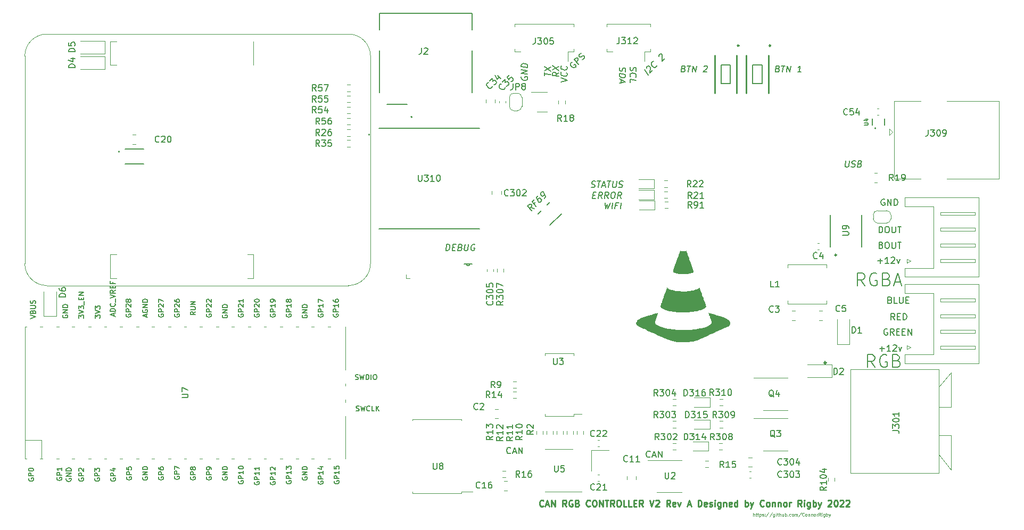
<source format=gto>
G04 #@! TF.GenerationSoftware,KiCad,Pcbnew,(6.0.2)*
G04 #@! TF.CreationDate,2022-04-08T14:26:24-06:00*
G04 #@! TF.ProjectId,CONEPROJ,434f4e45-5052-44f4-9a2e-6b696361645f,rev?*
G04 #@! TF.SameCoordinates,Original*
G04 #@! TF.FileFunction,Legend,Top*
G04 #@! TF.FilePolarity,Positive*
%FSLAX46Y46*%
G04 Gerber Fmt 4.6, Leading zero omitted, Abs format (unit mm)*
G04 Created by KiCad (PCBNEW (6.0.2)) date 2022-04-08 14:26:24*
%MOMM*%
%LPD*%
G01*
G04 APERTURE LIST*
%ADD10C,0.150000*%
%ADD11C,0.250000*%
%ADD12C,0.125000*%
%ADD13C,0.300000*%
%ADD14C,0.120000*%
%ADD15C,0.127000*%
%ADD16C,0.254000*%
%ADD17C,0.203200*%
%ADD18C,0.200000*%
%ADD19C,0.152400*%
%ADD20C,0.304800*%
G04 APERTURE END LIST*
D10*
X157155714Y-57511428D02*
X157917619Y-57511428D01*
X157536666Y-57892380D02*
X157536666Y-57130476D01*
X158917619Y-57892380D02*
X158346190Y-57892380D01*
X158631904Y-57892380D02*
X158631904Y-56892380D01*
X158536666Y-57035238D01*
X158441428Y-57130476D01*
X158346190Y-57178095D01*
X159298571Y-56987619D02*
X159346190Y-56940000D01*
X159441428Y-56892380D01*
X159679523Y-56892380D01*
X159774761Y-56940000D01*
X159822380Y-56987619D01*
X159870000Y-57082857D01*
X159870000Y-57178095D01*
X159822380Y-57320952D01*
X159250952Y-57892380D01*
X159870000Y-57892380D01*
X160203333Y-57225714D02*
X160441428Y-57892380D01*
X160679523Y-57225714D01*
X158248095Y-47710000D02*
X158152857Y-47662380D01*
X158010000Y-47662380D01*
X157867142Y-47710000D01*
X157771904Y-47805238D01*
X157724285Y-47900476D01*
X157676666Y-48090952D01*
X157676666Y-48233809D01*
X157724285Y-48424285D01*
X157771904Y-48519523D01*
X157867142Y-48614761D01*
X158010000Y-48662380D01*
X158105238Y-48662380D01*
X158248095Y-48614761D01*
X158295714Y-48567142D01*
X158295714Y-48233809D01*
X158105238Y-48233809D01*
X158724285Y-48662380D02*
X158724285Y-47662380D01*
X159295714Y-48662380D01*
X159295714Y-47662380D01*
X159771904Y-48662380D02*
X159771904Y-47662380D01*
X160010000Y-47662380D01*
X160152857Y-47710000D01*
X160248095Y-47805238D01*
X160295714Y-47900476D01*
X160343333Y-48090952D01*
X160343333Y-48233809D01*
X160295714Y-48424285D01*
X160248095Y-48519523D01*
X160152857Y-48614761D01*
X160010000Y-48662380D01*
X159771904Y-48662380D01*
X157369523Y-53012380D02*
X157369523Y-52012380D01*
X157607619Y-52012380D01*
X157750476Y-52060000D01*
X157845714Y-52155238D01*
X157893333Y-52250476D01*
X157940952Y-52440952D01*
X157940952Y-52583809D01*
X157893333Y-52774285D01*
X157845714Y-52869523D01*
X157750476Y-52964761D01*
X157607619Y-53012380D01*
X157369523Y-53012380D01*
X158560000Y-52012380D02*
X158750476Y-52012380D01*
X158845714Y-52060000D01*
X158940952Y-52155238D01*
X158988571Y-52345714D01*
X158988571Y-52679047D01*
X158940952Y-52869523D01*
X158845714Y-52964761D01*
X158750476Y-53012380D01*
X158560000Y-53012380D01*
X158464761Y-52964761D01*
X158369523Y-52869523D01*
X158321904Y-52679047D01*
X158321904Y-52345714D01*
X158369523Y-52155238D01*
X158464761Y-52060000D01*
X158560000Y-52012380D01*
X159417142Y-52012380D02*
X159417142Y-52821904D01*
X159464761Y-52917142D01*
X159512380Y-52964761D01*
X159607619Y-53012380D01*
X159798095Y-53012380D01*
X159893333Y-52964761D01*
X159940952Y-52917142D01*
X159988571Y-52821904D01*
X159988571Y-52012380D01*
X160321904Y-52012380D02*
X160893333Y-52012380D01*
X160607619Y-53012380D02*
X160607619Y-52012380D01*
X157702857Y-54968571D02*
X157845714Y-55016190D01*
X157893333Y-55063809D01*
X157940952Y-55159047D01*
X157940952Y-55301904D01*
X157893333Y-55397142D01*
X157845714Y-55444761D01*
X157750476Y-55492380D01*
X157369523Y-55492380D01*
X157369523Y-54492380D01*
X157702857Y-54492380D01*
X157798095Y-54540000D01*
X157845714Y-54587619D01*
X157893333Y-54682857D01*
X157893333Y-54778095D01*
X157845714Y-54873333D01*
X157798095Y-54920952D01*
X157702857Y-54968571D01*
X157369523Y-54968571D01*
X158560000Y-54492380D02*
X158750476Y-54492380D01*
X158845714Y-54540000D01*
X158940952Y-54635238D01*
X158988571Y-54825714D01*
X158988571Y-55159047D01*
X158940952Y-55349523D01*
X158845714Y-55444761D01*
X158750476Y-55492380D01*
X158560000Y-55492380D01*
X158464761Y-55444761D01*
X158369523Y-55349523D01*
X158321904Y-55159047D01*
X158321904Y-54825714D01*
X158369523Y-54635238D01*
X158464761Y-54540000D01*
X158560000Y-54492380D01*
X159417142Y-54492380D02*
X159417142Y-55301904D01*
X159464761Y-55397142D01*
X159512380Y-55444761D01*
X159607619Y-55492380D01*
X159798095Y-55492380D01*
X159893333Y-55444761D01*
X159940952Y-55397142D01*
X159988571Y-55301904D01*
X159988571Y-54492380D01*
X160321904Y-54492380D02*
X160893333Y-54492380D01*
X160607619Y-55492380D02*
X160607619Y-54492380D01*
X157445714Y-71481428D02*
X158207619Y-71481428D01*
X157826666Y-71862380D02*
X157826666Y-71100476D01*
X159207619Y-71862380D02*
X158636190Y-71862380D01*
X158921904Y-71862380D02*
X158921904Y-70862380D01*
X158826666Y-71005238D01*
X158731428Y-71100476D01*
X158636190Y-71148095D01*
X159588571Y-70957619D02*
X159636190Y-70910000D01*
X159731428Y-70862380D01*
X159969523Y-70862380D01*
X160064761Y-70910000D01*
X160112380Y-70957619D01*
X160160000Y-71052857D01*
X160160000Y-71148095D01*
X160112380Y-71290952D01*
X159540952Y-71862380D01*
X160160000Y-71862380D01*
X160493333Y-71195714D02*
X160731428Y-71862380D01*
X160969523Y-71195714D01*
X158693333Y-68340000D02*
X158598095Y-68292380D01*
X158455238Y-68292380D01*
X158312380Y-68340000D01*
X158217142Y-68435238D01*
X158169523Y-68530476D01*
X158121904Y-68720952D01*
X158121904Y-68863809D01*
X158169523Y-69054285D01*
X158217142Y-69149523D01*
X158312380Y-69244761D01*
X158455238Y-69292380D01*
X158550476Y-69292380D01*
X158693333Y-69244761D01*
X158740952Y-69197142D01*
X158740952Y-68863809D01*
X158550476Y-68863809D01*
X159740952Y-69292380D02*
X159407619Y-68816190D01*
X159169523Y-69292380D02*
X159169523Y-68292380D01*
X159550476Y-68292380D01*
X159645714Y-68340000D01*
X159693333Y-68387619D01*
X159740952Y-68482857D01*
X159740952Y-68625714D01*
X159693333Y-68720952D01*
X159645714Y-68768571D01*
X159550476Y-68816190D01*
X159169523Y-68816190D01*
X160169523Y-68768571D02*
X160502857Y-68768571D01*
X160645714Y-69292380D02*
X160169523Y-69292380D01*
X160169523Y-68292380D01*
X160645714Y-68292380D01*
X161074285Y-68768571D02*
X161407619Y-68768571D01*
X161550476Y-69292380D02*
X161074285Y-69292380D01*
X161074285Y-68292380D01*
X161550476Y-68292380D01*
X161979047Y-69292380D02*
X161979047Y-68292380D01*
X162550476Y-69292380D01*
X162550476Y-68292380D01*
X159130476Y-63718571D02*
X159273333Y-63766190D01*
X159320952Y-63813809D01*
X159368571Y-63909047D01*
X159368571Y-64051904D01*
X159320952Y-64147142D01*
X159273333Y-64194761D01*
X159178095Y-64242380D01*
X158797142Y-64242380D01*
X158797142Y-63242380D01*
X159130476Y-63242380D01*
X159225714Y-63290000D01*
X159273333Y-63337619D01*
X159320952Y-63432857D01*
X159320952Y-63528095D01*
X159273333Y-63623333D01*
X159225714Y-63670952D01*
X159130476Y-63718571D01*
X158797142Y-63718571D01*
X160273333Y-64242380D02*
X159797142Y-64242380D01*
X159797142Y-63242380D01*
X160606666Y-63242380D02*
X160606666Y-64051904D01*
X160654285Y-64147142D01*
X160701904Y-64194761D01*
X160797142Y-64242380D01*
X160987619Y-64242380D01*
X161082857Y-64194761D01*
X161130476Y-64147142D01*
X161178095Y-64051904D01*
X161178095Y-63242380D01*
X161654285Y-63718571D02*
X161987619Y-63718571D01*
X162130476Y-64242380D02*
X161654285Y-64242380D01*
X161654285Y-63242380D01*
X162130476Y-63242380D01*
X159867142Y-66852380D02*
X159533809Y-66376190D01*
X159295714Y-66852380D02*
X159295714Y-65852380D01*
X159676666Y-65852380D01*
X159771904Y-65900000D01*
X159819523Y-65947619D01*
X159867142Y-66042857D01*
X159867142Y-66185714D01*
X159819523Y-66280952D01*
X159771904Y-66328571D01*
X159676666Y-66376190D01*
X159295714Y-66376190D01*
X160295714Y-66328571D02*
X160629047Y-66328571D01*
X160771904Y-66852380D02*
X160295714Y-66852380D01*
X160295714Y-65852380D01*
X160771904Y-65852380D01*
X161200476Y-66852380D02*
X161200476Y-65852380D01*
X161438571Y-65852380D01*
X161581428Y-65900000D01*
X161676666Y-65995238D01*
X161724285Y-66090476D01*
X161771904Y-66280952D01*
X161771904Y-66423809D01*
X161724285Y-66614285D01*
X161676666Y-66709523D01*
X161581428Y-66804761D01*
X161438571Y-66852380D01*
X161200476Y-66852380D01*
X155091904Y-61444761D02*
X154425238Y-60492380D01*
X153949047Y-61444761D02*
X153949047Y-59444761D01*
X154710952Y-59444761D01*
X154901428Y-59540000D01*
X154996666Y-59635238D01*
X155091904Y-59825714D01*
X155091904Y-60111428D01*
X154996666Y-60301904D01*
X154901428Y-60397142D01*
X154710952Y-60492380D01*
X153949047Y-60492380D01*
X156996666Y-59540000D02*
X156806190Y-59444761D01*
X156520476Y-59444761D01*
X156234761Y-59540000D01*
X156044285Y-59730476D01*
X155949047Y-59920952D01*
X155853809Y-60301904D01*
X155853809Y-60587619D01*
X155949047Y-60968571D01*
X156044285Y-61159047D01*
X156234761Y-61349523D01*
X156520476Y-61444761D01*
X156710952Y-61444761D01*
X156996666Y-61349523D01*
X157091904Y-61254285D01*
X157091904Y-60587619D01*
X156710952Y-60587619D01*
X158615714Y-60397142D02*
X158901428Y-60492380D01*
X158996666Y-60587619D01*
X159091904Y-60778095D01*
X159091904Y-61063809D01*
X158996666Y-61254285D01*
X158901428Y-61349523D01*
X158710952Y-61444761D01*
X157949047Y-61444761D01*
X157949047Y-59444761D01*
X158615714Y-59444761D01*
X158806190Y-59540000D01*
X158901428Y-59635238D01*
X158996666Y-59825714D01*
X158996666Y-60016190D01*
X158901428Y-60206666D01*
X158806190Y-60301904D01*
X158615714Y-60397142D01*
X157949047Y-60397142D01*
X159853809Y-60873333D02*
X160806190Y-60873333D01*
X159663333Y-61444761D02*
X160330000Y-59444761D01*
X160996666Y-61444761D01*
X88467232Y-55852380D02*
X88592232Y-54852380D01*
X88830327Y-54852380D01*
X88967232Y-54900000D01*
X89050565Y-54995238D01*
X89086279Y-55090476D01*
X89110089Y-55280952D01*
X89092232Y-55423809D01*
X89020803Y-55614285D01*
X88961279Y-55709523D01*
X88854136Y-55804761D01*
X88705327Y-55852380D01*
X88467232Y-55852380D01*
X89532708Y-55328571D02*
X89866041Y-55328571D01*
X89943422Y-55852380D02*
X89467232Y-55852380D01*
X89592232Y-54852380D01*
X90068422Y-54852380D01*
X90770803Y-55328571D02*
X90907708Y-55376190D01*
X90949375Y-55423809D01*
X90985089Y-55519047D01*
X90967232Y-55661904D01*
X90907708Y-55757142D01*
X90854136Y-55804761D01*
X90752946Y-55852380D01*
X90371994Y-55852380D01*
X90496994Y-54852380D01*
X90830327Y-54852380D01*
X90919613Y-54900000D01*
X90961279Y-54947619D01*
X90996994Y-55042857D01*
X90985089Y-55138095D01*
X90925565Y-55233333D01*
X90871994Y-55280952D01*
X90770803Y-55328571D01*
X90437470Y-55328571D01*
X91496994Y-54852380D02*
X91395803Y-55661904D01*
X91431517Y-55757142D01*
X91473184Y-55804761D01*
X91562470Y-55852380D01*
X91752946Y-55852380D01*
X91854136Y-55804761D01*
X91907708Y-55757142D01*
X91967232Y-55661904D01*
X92068422Y-54852380D01*
X93062470Y-54900000D02*
X92973184Y-54852380D01*
X92830327Y-54852380D01*
X92681517Y-54900000D01*
X92574375Y-54995238D01*
X92514851Y-55090476D01*
X92443422Y-55280952D01*
X92425565Y-55423809D01*
X92449375Y-55614285D01*
X92485089Y-55709523D01*
X92568422Y-55804761D01*
X92705327Y-55852380D01*
X92800565Y-55852380D01*
X92949375Y-55804761D01*
X93002946Y-55757142D01*
X93044613Y-55423809D01*
X92854136Y-55423809D01*
X111862708Y-47038571D02*
X112196041Y-47038571D01*
X112273422Y-47562380D02*
X111797232Y-47562380D01*
X111922232Y-46562380D01*
X112398422Y-46562380D01*
X113273422Y-47562380D02*
X112999613Y-47086190D01*
X112701994Y-47562380D02*
X112826994Y-46562380D01*
X113207946Y-46562380D01*
X113297232Y-46610000D01*
X113338898Y-46657619D01*
X113374613Y-46752857D01*
X113356755Y-46895714D01*
X113297232Y-46990952D01*
X113243660Y-47038571D01*
X113142470Y-47086190D01*
X112761517Y-47086190D01*
X114273422Y-47562380D02*
X113999613Y-47086190D01*
X113701994Y-47562380D02*
X113826994Y-46562380D01*
X114207946Y-46562380D01*
X114297232Y-46610000D01*
X114338898Y-46657619D01*
X114374613Y-46752857D01*
X114356755Y-46895714D01*
X114297232Y-46990952D01*
X114243660Y-47038571D01*
X114142470Y-47086190D01*
X113761517Y-47086190D01*
X115017470Y-46562380D02*
X115207946Y-46562380D01*
X115297232Y-46610000D01*
X115380565Y-46705238D01*
X115404375Y-46895714D01*
X115362708Y-47229047D01*
X115291279Y-47419523D01*
X115184136Y-47514761D01*
X115082946Y-47562380D01*
X114892470Y-47562380D01*
X114803184Y-47514761D01*
X114719851Y-47419523D01*
X114696041Y-47229047D01*
X114737708Y-46895714D01*
X114809136Y-46705238D01*
X114916279Y-46610000D01*
X115017470Y-46562380D01*
X116321041Y-47562380D02*
X116047232Y-47086190D01*
X115749613Y-47562380D02*
X115874613Y-46562380D01*
X116255565Y-46562380D01*
X116344851Y-46610000D01*
X116386517Y-46657619D01*
X116422232Y-46752857D01*
X116404375Y-46895714D01*
X116344851Y-46990952D01*
X116291279Y-47038571D01*
X116190089Y-47086190D01*
X115809136Y-47086190D01*
X113766994Y-48202380D02*
X113880089Y-49202380D01*
X114159851Y-48488095D01*
X114261041Y-49202380D01*
X114624136Y-48202380D01*
X114880089Y-49202380D02*
X115005089Y-48202380D01*
X115755089Y-48678571D02*
X115421755Y-48678571D01*
X115356279Y-49202380D02*
X115481279Y-48202380D01*
X115957470Y-48202380D01*
X116213422Y-49202380D02*
X116338422Y-48202380D01*
X102495323Y-49144439D02*
X101964993Y-49001334D01*
X102091262Y-49548500D02*
X101472544Y-48753005D01*
X101741918Y-48483631D01*
X101838724Y-48454168D01*
X101901858Y-48458377D01*
X101994456Y-48500467D01*
X102082844Y-48614109D01*
X102108098Y-48723542D01*
X102103889Y-48795095D01*
X102066008Y-48900319D01*
X101796634Y-49169693D01*
X102709980Y-48189003D02*
X102474278Y-48424706D01*
X102798369Y-48841393D02*
X102179650Y-48045898D01*
X102516368Y-47709181D01*
X103088788Y-47136761D02*
X102954101Y-47271448D01*
X102916220Y-47376672D01*
X102912011Y-47448225D01*
X102933056Y-47629210D01*
X103017235Y-47814405D01*
X103252937Y-48117451D01*
X103345535Y-48159540D01*
X103408669Y-48163749D01*
X103505476Y-48134287D01*
X103640163Y-47999600D01*
X103678043Y-47894375D01*
X103682252Y-47822823D01*
X103656999Y-47713390D01*
X103509685Y-47523986D01*
X103417087Y-47481896D01*
X103353953Y-47477687D01*
X103257146Y-47507150D01*
X103122459Y-47641837D01*
X103084579Y-47747062D01*
X103080370Y-47818614D01*
X103105624Y-47928047D01*
X104111567Y-47528195D02*
X104246254Y-47393508D01*
X104284135Y-47288284D01*
X104288344Y-47216731D01*
X104267299Y-47035746D01*
X104183120Y-46850551D01*
X103947417Y-46547505D01*
X103854820Y-46505416D01*
X103791686Y-46501207D01*
X103694879Y-46530669D01*
X103560192Y-46665356D01*
X103522312Y-46770581D01*
X103518103Y-46842133D01*
X103543356Y-46951566D01*
X103690670Y-47140970D01*
X103783268Y-47183060D01*
X103846402Y-47187269D01*
X103943208Y-47157806D01*
X104077895Y-47023119D01*
X104115776Y-46917895D01*
X104119985Y-46846342D01*
X104094731Y-46736909D01*
X108541370Y-25851522D02*
X108440355Y-25885194D01*
X108339339Y-25986209D01*
X108271996Y-26120896D01*
X108271996Y-26255583D01*
X108305668Y-26356599D01*
X108406683Y-26524957D01*
X108507698Y-26625973D01*
X108676057Y-26726988D01*
X108777072Y-26760660D01*
X108911759Y-26760660D01*
X109046446Y-26693316D01*
X109113790Y-26625973D01*
X109181133Y-26491286D01*
X109181133Y-26423942D01*
X108945431Y-26188240D01*
X108810744Y-26322927D01*
X109551522Y-26188240D02*
X108844416Y-25481133D01*
X109113790Y-25211759D01*
X109214805Y-25178087D01*
X109282148Y-25178087D01*
X109383164Y-25211759D01*
X109484179Y-25312774D01*
X109517851Y-25413790D01*
X109517851Y-25481133D01*
X109484179Y-25582148D01*
X109214805Y-25851522D01*
X110191286Y-25481133D02*
X110325973Y-25413790D01*
X110494331Y-25245431D01*
X110528003Y-25144416D01*
X110528003Y-25077072D01*
X110494331Y-24976057D01*
X110426988Y-24908713D01*
X110325973Y-24875042D01*
X110258629Y-24875042D01*
X110157614Y-24908713D01*
X109989255Y-25009729D01*
X109888240Y-25043400D01*
X109820896Y-25043400D01*
X109719881Y-25009729D01*
X109652538Y-24942385D01*
X109618866Y-24841370D01*
X109618866Y-24774026D01*
X109652538Y-24673011D01*
X109820896Y-24504652D01*
X109955583Y-24437309D01*
X141280327Y-26927659D02*
X141417232Y-26975278D01*
X141458898Y-27022897D01*
X141494613Y-27118135D01*
X141476755Y-27260992D01*
X141417232Y-27356230D01*
X141363660Y-27403849D01*
X141262470Y-27451468D01*
X140881517Y-27451468D01*
X141006517Y-26451468D01*
X141339851Y-26451468D01*
X141429136Y-26499088D01*
X141470803Y-26546707D01*
X141506517Y-26641945D01*
X141494613Y-26737183D01*
X141435089Y-26832421D01*
X141381517Y-26880040D01*
X141280327Y-26927659D01*
X140946994Y-26927659D01*
X141863660Y-26451468D02*
X142435089Y-26451468D01*
X142024375Y-27451468D02*
X142149375Y-26451468D01*
X142643422Y-27451468D02*
X142768422Y-26451468D01*
X143214851Y-27451468D01*
X143339851Y-26451468D01*
X144976755Y-27451468D02*
X144405327Y-27451468D01*
X144691041Y-27451468D02*
X144816041Y-26451468D01*
X144702946Y-26594326D01*
X144595803Y-26689564D01*
X144494613Y-26737183D01*
X120656575Y-27883187D02*
X120037857Y-27087692D01*
X120399828Y-26860408D02*
X120404037Y-26788855D01*
X120441918Y-26683631D01*
X120610276Y-26515272D01*
X120707083Y-26485810D01*
X120770217Y-26490019D01*
X120862815Y-26532108D01*
X120921740Y-26607870D01*
X120976457Y-26755184D01*
X120925949Y-27613813D01*
X121363682Y-27176080D01*
X122011863Y-26393212D02*
X122007654Y-26464765D01*
X121936102Y-26603661D01*
X121868758Y-26671004D01*
X121738280Y-26734139D01*
X121612011Y-26725721D01*
X121519414Y-26683631D01*
X121367891Y-26565780D01*
X121279502Y-26452138D01*
X121195323Y-26266943D01*
X121170069Y-26157510D01*
X121178487Y-26014405D01*
X121250040Y-25875509D01*
X121317383Y-25808166D01*
X121447861Y-25745031D01*
X121510996Y-25749240D01*
X122319118Y-24941118D02*
X122323327Y-24869565D01*
X122361207Y-24764341D01*
X122529566Y-24595982D01*
X122626373Y-24566520D01*
X122689507Y-24570729D01*
X122782104Y-24612818D01*
X122841030Y-24688580D01*
X122895747Y-24835894D01*
X122845239Y-25694523D01*
X123282972Y-25256791D01*
X116095238Y-26696994D02*
X116047619Y-26833898D01*
X116047619Y-27071994D01*
X116095238Y-27173184D01*
X116142857Y-27226755D01*
X116238095Y-27286279D01*
X116333333Y-27298184D01*
X116428571Y-27262470D01*
X116476190Y-27220803D01*
X116523809Y-27131517D01*
X116571428Y-26946994D01*
X116619047Y-26857708D01*
X116666666Y-26816041D01*
X116761904Y-26780327D01*
X116857142Y-26792232D01*
X116952380Y-26851755D01*
X117000000Y-26905327D01*
X117047619Y-27006517D01*
X117047619Y-27244613D01*
X117000000Y-27381517D01*
X116047619Y-27691041D02*
X117047619Y-27816041D01*
X117047619Y-28054136D01*
X117000000Y-28191041D01*
X116904761Y-28274375D01*
X116809523Y-28310089D01*
X116619047Y-28333898D01*
X116476190Y-28316041D01*
X116285714Y-28244613D01*
X116190476Y-28185089D01*
X116095238Y-28077946D01*
X116047619Y-27929136D01*
X116047619Y-27691041D01*
X116333333Y-28679136D02*
X116333333Y-29155327D01*
X116047619Y-28548184D02*
X117047619Y-29006517D01*
X116047619Y-29214851D01*
X156689047Y-74404761D02*
X156022380Y-73452380D01*
X155546190Y-74404761D02*
X155546190Y-72404761D01*
X156308095Y-72404761D01*
X156498571Y-72500000D01*
X156593809Y-72595238D01*
X156689047Y-72785714D01*
X156689047Y-73071428D01*
X156593809Y-73261904D01*
X156498571Y-73357142D01*
X156308095Y-73452380D01*
X155546190Y-73452380D01*
X158593809Y-72500000D02*
X158403333Y-72404761D01*
X158117619Y-72404761D01*
X157831904Y-72500000D01*
X157641428Y-72690476D01*
X157546190Y-72880952D01*
X157450952Y-73261904D01*
X157450952Y-73547619D01*
X157546190Y-73928571D01*
X157641428Y-74119047D01*
X157831904Y-74309523D01*
X158117619Y-74404761D01*
X158308095Y-74404761D01*
X158593809Y-74309523D01*
X158689047Y-74214285D01*
X158689047Y-73547619D01*
X158308095Y-73547619D01*
X160212857Y-73357142D02*
X160498571Y-73452380D01*
X160593809Y-73547619D01*
X160689047Y-73738095D01*
X160689047Y-74023809D01*
X160593809Y-74214285D01*
X160498571Y-74309523D01*
X160308095Y-74404761D01*
X159546190Y-74404761D01*
X159546190Y-72404761D01*
X160212857Y-72404761D01*
X160403333Y-72500000D01*
X160498571Y-72595238D01*
X160593809Y-72785714D01*
X160593809Y-72976190D01*
X160498571Y-73166666D01*
X160403333Y-73261904D01*
X160212857Y-73357142D01*
X159546190Y-73357142D01*
X120957142Y-88656230D02*
X120909523Y-88703849D01*
X120766666Y-88751468D01*
X120671428Y-88751468D01*
X120528571Y-88703849D01*
X120433333Y-88608611D01*
X120385714Y-88513373D01*
X120338095Y-88322897D01*
X120338095Y-88180040D01*
X120385714Y-87989564D01*
X120433333Y-87894326D01*
X120528571Y-87799088D01*
X120671428Y-87751468D01*
X120766666Y-87751468D01*
X120909523Y-87799088D01*
X120957142Y-87846707D01*
X121338095Y-88465754D02*
X121814285Y-88465754D01*
X121242857Y-88751468D02*
X121576190Y-87751468D01*
X121909523Y-88751468D01*
X122242857Y-88751468D02*
X122242857Y-87751468D01*
X122814285Y-88751468D01*
X122814285Y-87751468D01*
X100500000Y-28137529D02*
X100452380Y-28226815D01*
X100452380Y-28369672D01*
X100500000Y-28518482D01*
X100595238Y-28625625D01*
X100690476Y-28685148D01*
X100880952Y-28756577D01*
X101023809Y-28774434D01*
X101214285Y-28750625D01*
X101309523Y-28714910D01*
X101404761Y-28631577D01*
X101452380Y-28494672D01*
X101452380Y-28399434D01*
X101404761Y-28250625D01*
X101357142Y-28197053D01*
X101023809Y-28155386D01*
X101023809Y-28345863D01*
X101452380Y-27780386D02*
X100452380Y-27655386D01*
X101452380Y-27208958D01*
X100452380Y-27083958D01*
X101452380Y-26732767D02*
X100452380Y-26607767D01*
X100452380Y-26369672D01*
X100500000Y-26232767D01*
X100595238Y-26149434D01*
X100690476Y-26113720D01*
X100880952Y-26089910D01*
X101023809Y-26107767D01*
X101214285Y-26179196D01*
X101309523Y-26238720D01*
X101404761Y-26345863D01*
X101452380Y-26494672D01*
X101452380Y-26732767D01*
X106452380Y-27561339D02*
X105976190Y-27835148D01*
X106452380Y-28132767D02*
X105452380Y-28007767D01*
X105452380Y-27626815D01*
X105500000Y-27537529D01*
X105547619Y-27495863D01*
X105642857Y-27460148D01*
X105785714Y-27478005D01*
X105880952Y-27537529D01*
X105928571Y-27591101D01*
X105976190Y-27692291D01*
X105976190Y-28073244D01*
X105452380Y-27103005D02*
X106452380Y-26561339D01*
X105452380Y-26436339D02*
X106452380Y-27228005D01*
X152068422Y-41551468D02*
X151967232Y-42360992D01*
X152002946Y-42456230D01*
X152044613Y-42503849D01*
X152133898Y-42551468D01*
X152324375Y-42551468D01*
X152425565Y-42503849D01*
X152479136Y-42456230D01*
X152538660Y-42360992D01*
X152639851Y-41551468D01*
X152949375Y-42503849D02*
X153086279Y-42551468D01*
X153324375Y-42551468D01*
X153425565Y-42503849D01*
X153479136Y-42456230D01*
X153538660Y-42360992D01*
X153550565Y-42265754D01*
X153514851Y-42170516D01*
X153473184Y-42122897D01*
X153383898Y-42075278D01*
X153199375Y-42027659D01*
X153110089Y-41980040D01*
X153068422Y-41932421D01*
X153032708Y-41837183D01*
X153044613Y-41741945D01*
X153104136Y-41646707D01*
X153157708Y-41599088D01*
X153258898Y-41551468D01*
X153496994Y-41551468D01*
X153633898Y-41599088D01*
X154342232Y-42027659D02*
X154479136Y-42075278D01*
X154520803Y-42122897D01*
X154556517Y-42218135D01*
X154538660Y-42360992D01*
X154479136Y-42456230D01*
X154425565Y-42503849D01*
X154324375Y-42551468D01*
X153943422Y-42551468D01*
X154068422Y-41551468D01*
X154401755Y-41551468D01*
X154491041Y-41599088D01*
X154532708Y-41646707D01*
X154568422Y-41741945D01*
X154556517Y-41837183D01*
X154496994Y-41932421D01*
X154443422Y-41980040D01*
X154342232Y-42027659D01*
X154008898Y-42027659D01*
D11*
X103964880Y-96466230D02*
X103917261Y-96513849D01*
X103774404Y-96561468D01*
X103679166Y-96561468D01*
X103536309Y-96513849D01*
X103441071Y-96418611D01*
X103393452Y-96323373D01*
X103345833Y-96132897D01*
X103345833Y-95990040D01*
X103393452Y-95799564D01*
X103441071Y-95704326D01*
X103536309Y-95609088D01*
X103679166Y-95561468D01*
X103774404Y-95561468D01*
X103917261Y-95609088D01*
X103964880Y-95656707D01*
X104345833Y-96275754D02*
X104822023Y-96275754D01*
X104250595Y-96561468D02*
X104583928Y-95561468D01*
X104917261Y-96561468D01*
X105250595Y-96561468D02*
X105250595Y-95561468D01*
X105822023Y-96561468D01*
X105822023Y-95561468D01*
X107631547Y-96561468D02*
X107298214Y-96085278D01*
X107060119Y-96561468D02*
X107060119Y-95561468D01*
X107441071Y-95561468D01*
X107536309Y-95609088D01*
X107583928Y-95656707D01*
X107631547Y-95751945D01*
X107631547Y-95894802D01*
X107583928Y-95990040D01*
X107536309Y-96037659D01*
X107441071Y-96085278D01*
X107060119Y-96085278D01*
X108583928Y-95609088D02*
X108488690Y-95561468D01*
X108345833Y-95561468D01*
X108202976Y-95609088D01*
X108107738Y-95704326D01*
X108060119Y-95799564D01*
X108012500Y-95990040D01*
X108012500Y-96132897D01*
X108060119Y-96323373D01*
X108107738Y-96418611D01*
X108202976Y-96513849D01*
X108345833Y-96561468D01*
X108441071Y-96561468D01*
X108583928Y-96513849D01*
X108631547Y-96466230D01*
X108631547Y-96132897D01*
X108441071Y-96132897D01*
X109393452Y-96037659D02*
X109536309Y-96085278D01*
X109583928Y-96132897D01*
X109631547Y-96228135D01*
X109631547Y-96370992D01*
X109583928Y-96466230D01*
X109536309Y-96513849D01*
X109441071Y-96561468D01*
X109060119Y-96561468D01*
X109060119Y-95561468D01*
X109393452Y-95561468D01*
X109488690Y-95609088D01*
X109536309Y-95656707D01*
X109583928Y-95751945D01*
X109583928Y-95847183D01*
X109536309Y-95942421D01*
X109488690Y-95990040D01*
X109393452Y-96037659D01*
X109060119Y-96037659D01*
X111393452Y-96466230D02*
X111345833Y-96513849D01*
X111202976Y-96561468D01*
X111107738Y-96561468D01*
X110964880Y-96513849D01*
X110869642Y-96418611D01*
X110822023Y-96323373D01*
X110774404Y-96132897D01*
X110774404Y-95990040D01*
X110822023Y-95799564D01*
X110869642Y-95704326D01*
X110964880Y-95609088D01*
X111107738Y-95561468D01*
X111202976Y-95561468D01*
X111345833Y-95609088D01*
X111393452Y-95656707D01*
X112012500Y-95561468D02*
X112202976Y-95561468D01*
X112298214Y-95609088D01*
X112393452Y-95704326D01*
X112441071Y-95894802D01*
X112441071Y-96228135D01*
X112393452Y-96418611D01*
X112298214Y-96513849D01*
X112202976Y-96561468D01*
X112012500Y-96561468D01*
X111917261Y-96513849D01*
X111822023Y-96418611D01*
X111774404Y-96228135D01*
X111774404Y-95894802D01*
X111822023Y-95704326D01*
X111917261Y-95609088D01*
X112012500Y-95561468D01*
X112869642Y-96561468D02*
X112869642Y-95561468D01*
X113441071Y-96561468D01*
X113441071Y-95561468D01*
X113774404Y-95561468D02*
X114345833Y-95561468D01*
X114060119Y-96561468D02*
X114060119Y-95561468D01*
X115250595Y-96561468D02*
X114917261Y-96085278D01*
X114679166Y-96561468D02*
X114679166Y-95561468D01*
X115060119Y-95561468D01*
X115155357Y-95609088D01*
X115202976Y-95656707D01*
X115250595Y-95751945D01*
X115250595Y-95894802D01*
X115202976Y-95990040D01*
X115155357Y-96037659D01*
X115060119Y-96085278D01*
X114679166Y-96085278D01*
X115869642Y-95561468D02*
X116060119Y-95561468D01*
X116155357Y-95609088D01*
X116250595Y-95704326D01*
X116298214Y-95894802D01*
X116298214Y-96228135D01*
X116250595Y-96418611D01*
X116155357Y-96513849D01*
X116060119Y-96561468D01*
X115869642Y-96561468D01*
X115774404Y-96513849D01*
X115679166Y-96418611D01*
X115631547Y-96228135D01*
X115631547Y-95894802D01*
X115679166Y-95704326D01*
X115774404Y-95609088D01*
X115869642Y-95561468D01*
X117202976Y-96561468D02*
X116726785Y-96561468D01*
X116726785Y-95561468D01*
X118012500Y-96561468D02*
X117536309Y-96561468D01*
X117536309Y-95561468D01*
X118345833Y-96037659D02*
X118679166Y-96037659D01*
X118822023Y-96561468D02*
X118345833Y-96561468D01*
X118345833Y-95561468D01*
X118822023Y-95561468D01*
X119822023Y-96561468D02*
X119488690Y-96085278D01*
X119250595Y-96561468D02*
X119250595Y-95561468D01*
X119631547Y-95561468D01*
X119726785Y-95609088D01*
X119774404Y-95656707D01*
X119822023Y-95751945D01*
X119822023Y-95894802D01*
X119774404Y-95990040D01*
X119726785Y-96037659D01*
X119631547Y-96085278D01*
X119250595Y-96085278D01*
X120869642Y-95561468D02*
X121202976Y-96561468D01*
X121536309Y-95561468D01*
X121822023Y-95656707D02*
X121869642Y-95609088D01*
X121964880Y-95561468D01*
X122202976Y-95561468D01*
X122298214Y-95609088D01*
X122345833Y-95656707D01*
X122393452Y-95751945D01*
X122393452Y-95847183D01*
X122345833Y-95990040D01*
X121774404Y-96561468D01*
X122393452Y-96561468D01*
X124155357Y-96561468D02*
X123822023Y-96085278D01*
X123583928Y-96561468D02*
X123583928Y-95561468D01*
X123964880Y-95561468D01*
X124060119Y-95609088D01*
X124107738Y-95656707D01*
X124155357Y-95751945D01*
X124155357Y-95894802D01*
X124107738Y-95990040D01*
X124060119Y-96037659D01*
X123964880Y-96085278D01*
X123583928Y-96085278D01*
X124964880Y-96513849D02*
X124869642Y-96561468D01*
X124679166Y-96561468D01*
X124583928Y-96513849D01*
X124536309Y-96418611D01*
X124536309Y-96037659D01*
X124583928Y-95942421D01*
X124679166Y-95894802D01*
X124869642Y-95894802D01*
X124964880Y-95942421D01*
X125012500Y-96037659D01*
X125012500Y-96132897D01*
X124536309Y-96228135D01*
X125345833Y-95894802D02*
X125583928Y-96561468D01*
X125822023Y-95894802D01*
X126917261Y-96275754D02*
X127393452Y-96275754D01*
X126822023Y-96561468D02*
X127155357Y-95561468D01*
X127488690Y-96561468D01*
X128583928Y-96561468D02*
X128583928Y-95561468D01*
X128822023Y-95561468D01*
X128964880Y-95609088D01*
X129060119Y-95704326D01*
X129107738Y-95799564D01*
X129155357Y-95990040D01*
X129155357Y-96132897D01*
X129107738Y-96323373D01*
X129060119Y-96418611D01*
X128964880Y-96513849D01*
X128822023Y-96561468D01*
X128583928Y-96561468D01*
X129964880Y-96513849D02*
X129869642Y-96561468D01*
X129679166Y-96561468D01*
X129583928Y-96513849D01*
X129536309Y-96418611D01*
X129536309Y-96037659D01*
X129583928Y-95942421D01*
X129679166Y-95894802D01*
X129869642Y-95894802D01*
X129964880Y-95942421D01*
X130012500Y-96037659D01*
X130012500Y-96132897D01*
X129536309Y-96228135D01*
X130393452Y-96513849D02*
X130488690Y-96561468D01*
X130679166Y-96561468D01*
X130774404Y-96513849D01*
X130822023Y-96418611D01*
X130822023Y-96370992D01*
X130774404Y-96275754D01*
X130679166Y-96228135D01*
X130536309Y-96228135D01*
X130441071Y-96180516D01*
X130393452Y-96085278D01*
X130393452Y-96037659D01*
X130441071Y-95942421D01*
X130536309Y-95894802D01*
X130679166Y-95894802D01*
X130774404Y-95942421D01*
X131250595Y-96561468D02*
X131250595Y-95894802D01*
X131250595Y-95561468D02*
X131202976Y-95609088D01*
X131250595Y-95656707D01*
X131298214Y-95609088D01*
X131250595Y-95561468D01*
X131250595Y-95656707D01*
X132155357Y-95894802D02*
X132155357Y-96704326D01*
X132107738Y-96799564D01*
X132060119Y-96847183D01*
X131964880Y-96894802D01*
X131822023Y-96894802D01*
X131726785Y-96847183D01*
X132155357Y-96513849D02*
X132060119Y-96561468D01*
X131869642Y-96561468D01*
X131774404Y-96513849D01*
X131726785Y-96466230D01*
X131679166Y-96370992D01*
X131679166Y-96085278D01*
X131726785Y-95990040D01*
X131774404Y-95942421D01*
X131869642Y-95894802D01*
X132060119Y-95894802D01*
X132155357Y-95942421D01*
X132631547Y-95894802D02*
X132631547Y-96561468D01*
X132631547Y-95990040D02*
X132679166Y-95942421D01*
X132774404Y-95894802D01*
X132917261Y-95894802D01*
X133012500Y-95942421D01*
X133060119Y-96037659D01*
X133060119Y-96561468D01*
X133917261Y-96513849D02*
X133822023Y-96561468D01*
X133631547Y-96561468D01*
X133536309Y-96513849D01*
X133488690Y-96418611D01*
X133488690Y-96037659D01*
X133536309Y-95942421D01*
X133631547Y-95894802D01*
X133822023Y-95894802D01*
X133917261Y-95942421D01*
X133964880Y-96037659D01*
X133964880Y-96132897D01*
X133488690Y-96228135D01*
X134822023Y-96561468D02*
X134822023Y-95561468D01*
X134822023Y-96513849D02*
X134726785Y-96561468D01*
X134536309Y-96561468D01*
X134441071Y-96513849D01*
X134393452Y-96466230D01*
X134345833Y-96370992D01*
X134345833Y-96085278D01*
X134393452Y-95990040D01*
X134441071Y-95942421D01*
X134536309Y-95894802D01*
X134726785Y-95894802D01*
X134822023Y-95942421D01*
X136060119Y-96561468D02*
X136060119Y-95561468D01*
X136060119Y-95942421D02*
X136155357Y-95894802D01*
X136345833Y-95894802D01*
X136441071Y-95942421D01*
X136488690Y-95990040D01*
X136536309Y-96085278D01*
X136536309Y-96370992D01*
X136488690Y-96466230D01*
X136441071Y-96513849D01*
X136345833Y-96561468D01*
X136155357Y-96561468D01*
X136060119Y-96513849D01*
X136869642Y-95894802D02*
X137107738Y-96561468D01*
X137345833Y-95894802D02*
X137107738Y-96561468D01*
X137012500Y-96799564D01*
X136964880Y-96847183D01*
X136869642Y-96894802D01*
X139060119Y-96466230D02*
X139012500Y-96513849D01*
X138869642Y-96561468D01*
X138774404Y-96561468D01*
X138631547Y-96513849D01*
X138536309Y-96418611D01*
X138488690Y-96323373D01*
X138441071Y-96132897D01*
X138441071Y-95990040D01*
X138488690Y-95799564D01*
X138536309Y-95704326D01*
X138631547Y-95609088D01*
X138774404Y-95561468D01*
X138869642Y-95561468D01*
X139012500Y-95609088D01*
X139060119Y-95656707D01*
X139631547Y-96561468D02*
X139536309Y-96513849D01*
X139488690Y-96466230D01*
X139441071Y-96370992D01*
X139441071Y-96085278D01*
X139488690Y-95990040D01*
X139536309Y-95942421D01*
X139631547Y-95894802D01*
X139774404Y-95894802D01*
X139869642Y-95942421D01*
X139917261Y-95990040D01*
X139964880Y-96085278D01*
X139964880Y-96370992D01*
X139917261Y-96466230D01*
X139869642Y-96513849D01*
X139774404Y-96561468D01*
X139631547Y-96561468D01*
X140393452Y-95894802D02*
X140393452Y-96561468D01*
X140393452Y-95990040D02*
X140441071Y-95942421D01*
X140536309Y-95894802D01*
X140679166Y-95894802D01*
X140774404Y-95942421D01*
X140822023Y-96037659D01*
X140822023Y-96561468D01*
X141298214Y-95894802D02*
X141298214Y-96561468D01*
X141298214Y-95990040D02*
X141345833Y-95942421D01*
X141441071Y-95894802D01*
X141583928Y-95894802D01*
X141679166Y-95942421D01*
X141726785Y-96037659D01*
X141726785Y-96561468D01*
X142345833Y-96561468D02*
X142250595Y-96513849D01*
X142202976Y-96466230D01*
X142155357Y-96370992D01*
X142155357Y-96085278D01*
X142202976Y-95990040D01*
X142250595Y-95942421D01*
X142345833Y-95894802D01*
X142488690Y-95894802D01*
X142583928Y-95942421D01*
X142631547Y-95990040D01*
X142679166Y-96085278D01*
X142679166Y-96370992D01*
X142631547Y-96466230D01*
X142583928Y-96513849D01*
X142488690Y-96561468D01*
X142345833Y-96561468D01*
X143107738Y-96561468D02*
X143107738Y-95894802D01*
X143107738Y-96085278D02*
X143155357Y-95990040D01*
X143202976Y-95942421D01*
X143298214Y-95894802D01*
X143393452Y-95894802D01*
X145060119Y-96561468D02*
X144726785Y-96085278D01*
X144488690Y-96561468D02*
X144488690Y-95561468D01*
X144869642Y-95561468D01*
X144964880Y-95609088D01*
X145012500Y-95656707D01*
X145060119Y-95751945D01*
X145060119Y-95894802D01*
X145012500Y-95990040D01*
X144964880Y-96037659D01*
X144869642Y-96085278D01*
X144488690Y-96085278D01*
X145488690Y-96561468D02*
X145488690Y-95894802D01*
X145488690Y-95561468D02*
X145441071Y-95609088D01*
X145488690Y-95656707D01*
X145536309Y-95609088D01*
X145488690Y-95561468D01*
X145488690Y-95656707D01*
X146393452Y-95894802D02*
X146393452Y-96704326D01*
X146345833Y-96799564D01*
X146298214Y-96847183D01*
X146202976Y-96894802D01*
X146060119Y-96894802D01*
X145964880Y-96847183D01*
X146393452Y-96513849D02*
X146298214Y-96561468D01*
X146107738Y-96561468D01*
X146012500Y-96513849D01*
X145964880Y-96466230D01*
X145917261Y-96370992D01*
X145917261Y-96085278D01*
X145964880Y-95990040D01*
X146012500Y-95942421D01*
X146107738Y-95894802D01*
X146298214Y-95894802D01*
X146393452Y-95942421D01*
X146869642Y-96561468D02*
X146869642Y-95561468D01*
X146869642Y-95942421D02*
X146964880Y-95894802D01*
X147155357Y-95894802D01*
X147250595Y-95942421D01*
X147298214Y-95990040D01*
X147345833Y-96085278D01*
X147345833Y-96370992D01*
X147298214Y-96466230D01*
X147250595Y-96513849D01*
X147155357Y-96561468D01*
X146964880Y-96561468D01*
X146869642Y-96513849D01*
X147679166Y-95894802D02*
X147917261Y-96561468D01*
X148155357Y-95894802D02*
X147917261Y-96561468D01*
X147822023Y-96799564D01*
X147774404Y-96847183D01*
X147679166Y-96894802D01*
X149250595Y-95656707D02*
X149298214Y-95609088D01*
X149393452Y-95561468D01*
X149631547Y-95561468D01*
X149726785Y-95609088D01*
X149774404Y-95656707D01*
X149822023Y-95751945D01*
X149822023Y-95847183D01*
X149774404Y-95990040D01*
X149202976Y-96561468D01*
X149822023Y-96561468D01*
X150441071Y-95561468D02*
X150536309Y-95561468D01*
X150631547Y-95609088D01*
X150679166Y-95656707D01*
X150726785Y-95751945D01*
X150774404Y-95942421D01*
X150774404Y-96180516D01*
X150726785Y-96370992D01*
X150679166Y-96466230D01*
X150631547Y-96513849D01*
X150536309Y-96561468D01*
X150441071Y-96561468D01*
X150345833Y-96513849D01*
X150298214Y-96466230D01*
X150250595Y-96370992D01*
X150202976Y-96180516D01*
X150202976Y-95942421D01*
X150250595Y-95751945D01*
X150298214Y-95656707D01*
X150345833Y-95609088D01*
X150441071Y-95561468D01*
X151155357Y-95656707D02*
X151202976Y-95609088D01*
X151298214Y-95561468D01*
X151536309Y-95561468D01*
X151631547Y-95609088D01*
X151679166Y-95656707D01*
X151726785Y-95751945D01*
X151726785Y-95847183D01*
X151679166Y-95990040D01*
X151107738Y-96561468D01*
X151726785Y-96561468D01*
X152107738Y-95656707D02*
X152155357Y-95609088D01*
X152250595Y-95561468D01*
X152488690Y-95561468D01*
X152583928Y-95609088D01*
X152631547Y-95656707D01*
X152679166Y-95751945D01*
X152679166Y-95847183D01*
X152631547Y-95990040D01*
X152060119Y-96561468D01*
X152679166Y-96561468D01*
D10*
X111575089Y-45764761D02*
X111711994Y-45812380D01*
X111950089Y-45812380D01*
X112051279Y-45764761D01*
X112104851Y-45717142D01*
X112164375Y-45621904D01*
X112176279Y-45526666D01*
X112140565Y-45431428D01*
X112098898Y-45383809D01*
X112009613Y-45336190D01*
X111825089Y-45288571D01*
X111735803Y-45240952D01*
X111694136Y-45193333D01*
X111658422Y-45098095D01*
X111670327Y-45002857D01*
X111729851Y-44907619D01*
X111783422Y-44860000D01*
X111884613Y-44812380D01*
X112122708Y-44812380D01*
X112259613Y-44860000D01*
X112551279Y-44812380D02*
X113122708Y-44812380D01*
X112711994Y-45812380D02*
X112836994Y-44812380D01*
X113319136Y-45526666D02*
X113795327Y-45526666D01*
X113188184Y-45812380D02*
X113646517Y-44812380D01*
X113854851Y-45812380D01*
X114170327Y-44812380D02*
X114741755Y-44812380D01*
X114331041Y-45812380D02*
X114456041Y-44812380D01*
X115075089Y-44812380D02*
X114973898Y-45621904D01*
X115009613Y-45717142D01*
X115051279Y-45764761D01*
X115140565Y-45812380D01*
X115331041Y-45812380D01*
X115432232Y-45764761D01*
X115485803Y-45717142D01*
X115545327Y-45621904D01*
X115646517Y-44812380D01*
X115956041Y-45764761D02*
X116092946Y-45812380D01*
X116331041Y-45812380D01*
X116432232Y-45764761D01*
X116485803Y-45717142D01*
X116545327Y-45621904D01*
X116557232Y-45526666D01*
X116521517Y-45431428D01*
X116479851Y-45383809D01*
X116390565Y-45336190D01*
X116206041Y-45288571D01*
X116116755Y-45240952D01*
X116075089Y-45193333D01*
X116039375Y-45098095D01*
X116051279Y-45002857D01*
X116110803Y-44907619D01*
X116164375Y-44860000D01*
X116265565Y-44812380D01*
X116503660Y-44812380D01*
X116640565Y-44860000D01*
X98757142Y-88056230D02*
X98709523Y-88103849D01*
X98566666Y-88151468D01*
X98471428Y-88151468D01*
X98328571Y-88103849D01*
X98233333Y-88008611D01*
X98185714Y-87913373D01*
X98138095Y-87722897D01*
X98138095Y-87580040D01*
X98185714Y-87389564D01*
X98233333Y-87294326D01*
X98328571Y-87199088D01*
X98471428Y-87151468D01*
X98566666Y-87151468D01*
X98709523Y-87199088D01*
X98757142Y-87246707D01*
X99138095Y-87865754D02*
X99614285Y-87865754D01*
X99042857Y-88151468D02*
X99376190Y-87151468D01*
X99709523Y-88151468D01*
X100042857Y-88151468D02*
X100042857Y-87151468D01*
X100614285Y-88151468D01*
X100614285Y-87151468D01*
X106752380Y-29003005D02*
X107752380Y-28794672D01*
X106752380Y-28336339D01*
X107657142Y-27544672D02*
X107704761Y-27598244D01*
X107752380Y-27747053D01*
X107752380Y-27842291D01*
X107704761Y-27979196D01*
X107609523Y-28062529D01*
X107514285Y-28098244D01*
X107323809Y-28122053D01*
X107180952Y-28104196D01*
X106990476Y-28032767D01*
X106895238Y-27973244D01*
X106800000Y-27866101D01*
X106752380Y-27717291D01*
X106752380Y-27622053D01*
X106800000Y-27485148D01*
X106847619Y-27443482D01*
X107657142Y-26544672D02*
X107704761Y-26598244D01*
X107752380Y-26747053D01*
X107752380Y-26842291D01*
X107704761Y-26979196D01*
X107609523Y-27062529D01*
X107514285Y-27098244D01*
X107323809Y-27122053D01*
X107180952Y-27104196D01*
X106990476Y-27032767D01*
X106895238Y-26973244D01*
X106800000Y-26866101D01*
X106752380Y-26717291D01*
X106752380Y-26622053D01*
X106800000Y-26485148D01*
X106847619Y-26443482D01*
X126280327Y-26927659D02*
X126417232Y-26975278D01*
X126458898Y-27022897D01*
X126494613Y-27118135D01*
X126476755Y-27260992D01*
X126417232Y-27356230D01*
X126363660Y-27403849D01*
X126262470Y-27451468D01*
X125881517Y-27451468D01*
X126006517Y-26451468D01*
X126339851Y-26451468D01*
X126429136Y-26499088D01*
X126470803Y-26546707D01*
X126506517Y-26641945D01*
X126494613Y-26737183D01*
X126435089Y-26832421D01*
X126381517Y-26880040D01*
X126280327Y-26927659D01*
X125946994Y-26927659D01*
X126863660Y-26451468D02*
X127435089Y-26451468D01*
X127024375Y-27451468D02*
X127149375Y-26451468D01*
X127643422Y-27451468D02*
X127768422Y-26451468D01*
X128214851Y-27451468D01*
X128339851Y-26451468D01*
X129518422Y-26546707D02*
X129571994Y-26499088D01*
X129673184Y-26451468D01*
X129911279Y-26451468D01*
X130000565Y-26499088D01*
X130042232Y-26546707D01*
X130077946Y-26641945D01*
X130066041Y-26737183D01*
X130000565Y-26880040D01*
X129357708Y-27451468D01*
X129976755Y-27451468D01*
X104152380Y-28031577D02*
X104152380Y-27460148D01*
X105152380Y-27870863D02*
X104152380Y-27745863D01*
X104152380Y-27222053D02*
X105152380Y-26680386D01*
X104152380Y-26555386D02*
X105152380Y-27347053D01*
D12*
X137355357Y-98075278D02*
X137355357Y-97575278D01*
X137569642Y-98075278D02*
X137569642Y-97813373D01*
X137545833Y-97765754D01*
X137498214Y-97741945D01*
X137426785Y-97741945D01*
X137379166Y-97765754D01*
X137355357Y-97789564D01*
X137736309Y-97741945D02*
X137926785Y-97741945D01*
X137807738Y-97575278D02*
X137807738Y-98003849D01*
X137831547Y-98051468D01*
X137879166Y-98075278D01*
X137926785Y-98075278D01*
X138022023Y-97741945D02*
X138212500Y-97741945D01*
X138093452Y-97575278D02*
X138093452Y-98003849D01*
X138117261Y-98051468D01*
X138164880Y-98075278D01*
X138212500Y-98075278D01*
X138379166Y-97741945D02*
X138379166Y-98241945D01*
X138379166Y-97765754D02*
X138426785Y-97741945D01*
X138522023Y-97741945D01*
X138569642Y-97765754D01*
X138593452Y-97789564D01*
X138617261Y-97837183D01*
X138617261Y-97980040D01*
X138593452Y-98027659D01*
X138569642Y-98051468D01*
X138522023Y-98075278D01*
X138426785Y-98075278D01*
X138379166Y-98051468D01*
X138807738Y-98051468D02*
X138855357Y-98075278D01*
X138950595Y-98075278D01*
X138998214Y-98051468D01*
X139022023Y-98003849D01*
X139022023Y-97980040D01*
X138998214Y-97932421D01*
X138950595Y-97908611D01*
X138879166Y-97908611D01*
X138831547Y-97884802D01*
X138807738Y-97837183D01*
X138807738Y-97813373D01*
X138831547Y-97765754D01*
X138879166Y-97741945D01*
X138950595Y-97741945D01*
X138998214Y-97765754D01*
X139236309Y-98027659D02*
X139260119Y-98051468D01*
X139236309Y-98075278D01*
X139212500Y-98051468D01*
X139236309Y-98027659D01*
X139236309Y-98075278D01*
X139236309Y-97765754D02*
X139260119Y-97789564D01*
X139236309Y-97813373D01*
X139212500Y-97789564D01*
X139236309Y-97765754D01*
X139236309Y-97813373D01*
X139831547Y-97551468D02*
X139402976Y-98194326D01*
X140355357Y-97551468D02*
X139926785Y-98194326D01*
X140736309Y-97741945D02*
X140736309Y-98146707D01*
X140712500Y-98194326D01*
X140688690Y-98218135D01*
X140641071Y-98241945D01*
X140569642Y-98241945D01*
X140522023Y-98218135D01*
X140736309Y-98051468D02*
X140688690Y-98075278D01*
X140593452Y-98075278D01*
X140545833Y-98051468D01*
X140522023Y-98027659D01*
X140498214Y-97980040D01*
X140498214Y-97837183D01*
X140522023Y-97789564D01*
X140545833Y-97765754D01*
X140593452Y-97741945D01*
X140688690Y-97741945D01*
X140736309Y-97765754D01*
X140974404Y-98075278D02*
X140974404Y-97741945D01*
X140974404Y-97575278D02*
X140950595Y-97599088D01*
X140974404Y-97622897D01*
X140998214Y-97599088D01*
X140974404Y-97575278D01*
X140974404Y-97622897D01*
X141141071Y-97741945D02*
X141331547Y-97741945D01*
X141212500Y-97575278D02*
X141212500Y-98003849D01*
X141236309Y-98051468D01*
X141283928Y-98075278D01*
X141331547Y-98075278D01*
X141498214Y-98075278D02*
X141498214Y-97575278D01*
X141712500Y-98075278D02*
X141712500Y-97813373D01*
X141688690Y-97765754D01*
X141641071Y-97741945D01*
X141569642Y-97741945D01*
X141522023Y-97765754D01*
X141498214Y-97789564D01*
X142164880Y-97741945D02*
X142164880Y-98075278D01*
X141950595Y-97741945D02*
X141950595Y-98003849D01*
X141974404Y-98051468D01*
X142022023Y-98075278D01*
X142093452Y-98075278D01*
X142141071Y-98051468D01*
X142164880Y-98027659D01*
X142402976Y-98075278D02*
X142402976Y-97575278D01*
X142402976Y-97765754D02*
X142450595Y-97741945D01*
X142545833Y-97741945D01*
X142593452Y-97765754D01*
X142617261Y-97789564D01*
X142641071Y-97837183D01*
X142641071Y-97980040D01*
X142617261Y-98027659D01*
X142593452Y-98051468D01*
X142545833Y-98075278D01*
X142450595Y-98075278D01*
X142402976Y-98051468D01*
X142855357Y-98027659D02*
X142879166Y-98051468D01*
X142855357Y-98075278D01*
X142831547Y-98051468D01*
X142855357Y-98027659D01*
X142855357Y-98075278D01*
X143307738Y-98051468D02*
X143260119Y-98075278D01*
X143164880Y-98075278D01*
X143117261Y-98051468D01*
X143093452Y-98027659D01*
X143069642Y-97980040D01*
X143069642Y-97837183D01*
X143093452Y-97789564D01*
X143117261Y-97765754D01*
X143164880Y-97741945D01*
X143260119Y-97741945D01*
X143307738Y-97765754D01*
X143593452Y-98075278D02*
X143545833Y-98051468D01*
X143522023Y-98027659D01*
X143498214Y-97980040D01*
X143498214Y-97837183D01*
X143522023Y-97789564D01*
X143545833Y-97765754D01*
X143593452Y-97741945D01*
X143664880Y-97741945D01*
X143712500Y-97765754D01*
X143736309Y-97789564D01*
X143760119Y-97837183D01*
X143760119Y-97980040D01*
X143736309Y-98027659D01*
X143712500Y-98051468D01*
X143664880Y-98075278D01*
X143593452Y-98075278D01*
X143974404Y-98075278D02*
X143974404Y-97741945D01*
X143974404Y-97789564D02*
X143998214Y-97765754D01*
X144045833Y-97741945D01*
X144117261Y-97741945D01*
X144164880Y-97765754D01*
X144188690Y-97813373D01*
X144188690Y-98075278D01*
X144188690Y-97813373D02*
X144212500Y-97765754D01*
X144260119Y-97741945D01*
X144331547Y-97741945D01*
X144379166Y-97765754D01*
X144402976Y-97813373D01*
X144402976Y-98075278D01*
X144998214Y-97551468D02*
X144569642Y-98194326D01*
X145450595Y-98027659D02*
X145426785Y-98051468D01*
X145355357Y-98075278D01*
X145307738Y-98075278D01*
X145236309Y-98051468D01*
X145188690Y-98003849D01*
X145164880Y-97956230D01*
X145141071Y-97860992D01*
X145141071Y-97789564D01*
X145164880Y-97694326D01*
X145188690Y-97646707D01*
X145236309Y-97599088D01*
X145307738Y-97575278D01*
X145355357Y-97575278D01*
X145426785Y-97599088D01*
X145450595Y-97622897D01*
X145736309Y-98075278D02*
X145688690Y-98051468D01*
X145664880Y-98027659D01*
X145641071Y-97980040D01*
X145641071Y-97837183D01*
X145664880Y-97789564D01*
X145688690Y-97765754D01*
X145736309Y-97741945D01*
X145807738Y-97741945D01*
X145855357Y-97765754D01*
X145879166Y-97789564D01*
X145902976Y-97837183D01*
X145902976Y-97980040D01*
X145879166Y-98027659D01*
X145855357Y-98051468D01*
X145807738Y-98075278D01*
X145736309Y-98075278D01*
X146117261Y-97741945D02*
X146117261Y-98075278D01*
X146117261Y-97789564D02*
X146141071Y-97765754D01*
X146188690Y-97741945D01*
X146260119Y-97741945D01*
X146307738Y-97765754D01*
X146331547Y-97813373D01*
X146331547Y-98075278D01*
X146569642Y-97741945D02*
X146569642Y-98075278D01*
X146569642Y-97789564D02*
X146593452Y-97765754D01*
X146641071Y-97741945D01*
X146712500Y-97741945D01*
X146760119Y-97765754D01*
X146783928Y-97813373D01*
X146783928Y-98075278D01*
X147093452Y-98075278D02*
X147045833Y-98051468D01*
X147022023Y-98027659D01*
X146998214Y-97980040D01*
X146998214Y-97837183D01*
X147022023Y-97789564D01*
X147045833Y-97765754D01*
X147093452Y-97741945D01*
X147164880Y-97741945D01*
X147212500Y-97765754D01*
X147236309Y-97789564D01*
X147260119Y-97837183D01*
X147260119Y-97980040D01*
X147236309Y-98027659D01*
X147212500Y-98051468D01*
X147164880Y-98075278D01*
X147093452Y-98075278D01*
X147474404Y-98075278D02*
X147474404Y-97741945D01*
X147474404Y-97837183D02*
X147498214Y-97789564D01*
X147522023Y-97765754D01*
X147569642Y-97741945D01*
X147617261Y-97741945D01*
X148069642Y-98075278D02*
X147902976Y-97837183D01*
X147783928Y-98075278D02*
X147783928Y-97575278D01*
X147974404Y-97575278D01*
X148022023Y-97599088D01*
X148045833Y-97622897D01*
X148069642Y-97670516D01*
X148069642Y-97741945D01*
X148045833Y-97789564D01*
X148022023Y-97813373D01*
X147974404Y-97837183D01*
X147783928Y-97837183D01*
X148283928Y-98075278D02*
X148283928Y-97741945D01*
X148283928Y-97575278D02*
X148260119Y-97599088D01*
X148283928Y-97622897D01*
X148307738Y-97599088D01*
X148283928Y-97575278D01*
X148283928Y-97622897D01*
X148736309Y-97741945D02*
X148736309Y-98146707D01*
X148712500Y-98194326D01*
X148688690Y-98218135D01*
X148641071Y-98241945D01*
X148569642Y-98241945D01*
X148522023Y-98218135D01*
X148736309Y-98051468D02*
X148688690Y-98075278D01*
X148593452Y-98075278D01*
X148545833Y-98051468D01*
X148522023Y-98027659D01*
X148498214Y-97980040D01*
X148498214Y-97837183D01*
X148522023Y-97789564D01*
X148545833Y-97765754D01*
X148593452Y-97741945D01*
X148688690Y-97741945D01*
X148736309Y-97765754D01*
X148974404Y-98075278D02*
X148974404Y-97575278D01*
X148974404Y-97765754D02*
X149022023Y-97741945D01*
X149117261Y-97741945D01*
X149164880Y-97765754D01*
X149188690Y-97789564D01*
X149212500Y-97837183D01*
X149212500Y-97980040D01*
X149188690Y-98027659D01*
X149164880Y-98051468D01*
X149117261Y-98075278D01*
X149022023Y-98075278D01*
X148974404Y-98051468D01*
X149379166Y-97741945D02*
X149498214Y-98075278D01*
X149617261Y-97741945D02*
X149498214Y-98075278D01*
X149450595Y-98194326D01*
X149426785Y-98218135D01*
X149379166Y-98241945D01*
D10*
X117795238Y-26620803D02*
X117747619Y-26757708D01*
X117747619Y-26995803D01*
X117795238Y-27096994D01*
X117842857Y-27150565D01*
X117938095Y-27210089D01*
X118033333Y-27221994D01*
X118128571Y-27186279D01*
X118176190Y-27144613D01*
X118223809Y-27055327D01*
X118271428Y-26870803D01*
X118319047Y-26781517D01*
X118366666Y-26739851D01*
X118461904Y-26704136D01*
X118557142Y-26716041D01*
X118652380Y-26775565D01*
X118700000Y-26829136D01*
X118747619Y-26930327D01*
X118747619Y-27168422D01*
X118700000Y-27305327D01*
X117842857Y-28198184D02*
X117795238Y-28144613D01*
X117747619Y-27995803D01*
X117747619Y-27900565D01*
X117795238Y-27763660D01*
X117890476Y-27680327D01*
X117985714Y-27644613D01*
X118176190Y-27620803D01*
X118319047Y-27638660D01*
X118509523Y-27710089D01*
X118604761Y-27769613D01*
X118700000Y-27876755D01*
X118747619Y-28025565D01*
X118747619Y-28120803D01*
X118700000Y-28257708D01*
X118652380Y-28299375D01*
X117747619Y-29091041D02*
X117747619Y-28614851D01*
X118747619Y-28739851D01*
G04 #@! TO.C,C4*
X147533333Y-57047142D02*
X147485714Y-57094761D01*
X147342857Y-57142380D01*
X147247619Y-57142380D01*
X147104761Y-57094761D01*
X147009523Y-56999523D01*
X146961904Y-56904285D01*
X146914285Y-56713809D01*
X146914285Y-56570952D01*
X146961904Y-56380476D01*
X147009523Y-56285238D01*
X147104761Y-56190000D01*
X147247619Y-56142380D01*
X147342857Y-56142380D01*
X147485714Y-56190000D01*
X147533333Y-56237619D01*
X148390476Y-56475714D02*
X148390476Y-57142380D01*
X148152380Y-56094761D02*
X147914285Y-56809047D01*
X148533333Y-56809047D01*
G04 #@! TO.C,U9*
X151542380Y-53414404D02*
X152351904Y-53414404D01*
X152447142Y-53366785D01*
X152494761Y-53319166D01*
X152542380Y-53223928D01*
X152542380Y-53033452D01*
X152494761Y-52938214D01*
X152447142Y-52890595D01*
X152351904Y-52842976D01*
X151542380Y-52842976D01*
X152542380Y-52319166D02*
X152542380Y-52128690D01*
X152494761Y-52033452D01*
X152447142Y-51985833D01*
X152304285Y-51890595D01*
X152113809Y-51842976D01*
X151732857Y-51842976D01*
X151637619Y-51890595D01*
X151590000Y-51938214D01*
X151542380Y-52033452D01*
X151542380Y-52223928D01*
X151590000Y-52319166D01*
X151637619Y-52366785D01*
X151732857Y-52414404D01*
X151970952Y-52414404D01*
X152066190Y-52366785D01*
X152113809Y-52319166D01*
X152161428Y-52223928D01*
X152161428Y-52033452D01*
X152113809Y-51938214D01*
X152066190Y-51890595D01*
X151970952Y-51842976D01*
G04 #@! TO.C,Q4*
X140604761Y-79146707D02*
X140509523Y-79099088D01*
X140414285Y-79003849D01*
X140271428Y-78860992D01*
X140176190Y-78813373D01*
X140080952Y-78813373D01*
X140128571Y-79051468D02*
X140033333Y-79003849D01*
X139938095Y-78908611D01*
X139890476Y-78718135D01*
X139890476Y-78384802D01*
X139938095Y-78194326D01*
X140033333Y-78099088D01*
X140128571Y-78051468D01*
X140319047Y-78051468D01*
X140414285Y-78099088D01*
X140509523Y-78194326D01*
X140557142Y-78384802D01*
X140557142Y-78718135D01*
X140509523Y-78908611D01*
X140414285Y-79003849D01*
X140319047Y-79051468D01*
X140128571Y-79051468D01*
X141414285Y-78384802D02*
X141414285Y-79051468D01*
X141176190Y-78003849D02*
X140938095Y-78718135D01*
X141557142Y-78718135D01*
G04 #@! TO.C,Q3*
X140804761Y-85546707D02*
X140709523Y-85499088D01*
X140614285Y-85403849D01*
X140471428Y-85260992D01*
X140376190Y-85213373D01*
X140280952Y-85213373D01*
X140328571Y-85451468D02*
X140233333Y-85403849D01*
X140138095Y-85308611D01*
X140090476Y-85118135D01*
X140090476Y-84784802D01*
X140138095Y-84594326D01*
X140233333Y-84499088D01*
X140328571Y-84451468D01*
X140519047Y-84451468D01*
X140614285Y-84499088D01*
X140709523Y-84594326D01*
X140757142Y-84784802D01*
X140757142Y-85118135D01*
X140709523Y-85308611D01*
X140614285Y-85403849D01*
X140519047Y-85451468D01*
X140328571Y-85451468D01*
X141090476Y-84451468D02*
X141709523Y-84451468D01*
X141376190Y-84832421D01*
X141519047Y-84832421D01*
X141614285Y-84880040D01*
X141661904Y-84927659D01*
X141709523Y-85022897D01*
X141709523Y-85260992D01*
X141661904Y-85356230D01*
X141614285Y-85403849D01*
X141519047Y-85451468D01*
X141233333Y-85451468D01*
X141138095Y-85403849D01*
X141090476Y-85356230D01*
G04 #@! TO.C,U8*
X86438095Y-89651468D02*
X86438095Y-90460992D01*
X86485714Y-90556230D01*
X86533333Y-90603849D01*
X86628571Y-90651468D01*
X86819047Y-90651468D01*
X86914285Y-90603849D01*
X86961904Y-90556230D01*
X87009523Y-90460992D01*
X87009523Y-89651468D01*
X87628571Y-90080040D02*
X87533333Y-90032421D01*
X87485714Y-89984802D01*
X87438095Y-89889564D01*
X87438095Y-89841945D01*
X87485714Y-89746707D01*
X87533333Y-89699088D01*
X87628571Y-89651468D01*
X87819047Y-89651468D01*
X87914285Y-89699088D01*
X87961904Y-89746707D01*
X88009523Y-89841945D01*
X88009523Y-89889564D01*
X87961904Y-89984802D01*
X87914285Y-90032421D01*
X87819047Y-90080040D01*
X87628571Y-90080040D01*
X87533333Y-90127659D01*
X87485714Y-90175278D01*
X87438095Y-90270516D01*
X87438095Y-90460992D01*
X87485714Y-90556230D01*
X87533333Y-90603849D01*
X87628571Y-90651468D01*
X87819047Y-90651468D01*
X87914285Y-90603849D01*
X87961904Y-90556230D01*
X88009523Y-90460992D01*
X88009523Y-90270516D01*
X87961904Y-90175278D01*
X87914285Y-90127659D01*
X87819047Y-90080040D01*
G04 #@! TO.C,D1*
X153061904Y-68951468D02*
X153061904Y-67951468D01*
X153300000Y-67951468D01*
X153442857Y-67999088D01*
X153538095Y-68094326D01*
X153585714Y-68189564D01*
X153633333Y-68380040D01*
X153633333Y-68522897D01*
X153585714Y-68713373D01*
X153538095Y-68808611D01*
X153442857Y-68903849D01*
X153300000Y-68951468D01*
X153061904Y-68951468D01*
X154585714Y-68951468D02*
X154014285Y-68951468D01*
X154300000Y-68951468D02*
X154300000Y-67951468D01*
X154204761Y-68094326D01*
X154109523Y-68189564D01*
X154014285Y-68237183D01*
G04 #@! TO.C,D316*
X126322023Y-78951468D02*
X126322023Y-77951468D01*
X126560119Y-77951468D01*
X126702976Y-77999088D01*
X126798214Y-78094326D01*
X126845833Y-78189564D01*
X126893452Y-78380040D01*
X126893452Y-78522897D01*
X126845833Y-78713373D01*
X126798214Y-78808611D01*
X126702976Y-78903849D01*
X126560119Y-78951468D01*
X126322023Y-78951468D01*
X127226785Y-77951468D02*
X127845833Y-77951468D01*
X127512500Y-78332421D01*
X127655357Y-78332421D01*
X127750595Y-78380040D01*
X127798214Y-78427659D01*
X127845833Y-78522897D01*
X127845833Y-78760992D01*
X127798214Y-78856230D01*
X127750595Y-78903849D01*
X127655357Y-78951468D01*
X127369642Y-78951468D01*
X127274404Y-78903849D01*
X127226785Y-78856230D01*
X128798214Y-78951468D02*
X128226785Y-78951468D01*
X128512500Y-78951468D02*
X128512500Y-77951468D01*
X128417261Y-78094326D01*
X128322023Y-78189564D01*
X128226785Y-78237183D01*
X129655357Y-77951468D02*
X129464880Y-77951468D01*
X129369642Y-77999088D01*
X129322023Y-78046707D01*
X129226785Y-78189564D01*
X129179166Y-78380040D01*
X129179166Y-78760992D01*
X129226785Y-78856230D01*
X129274404Y-78903849D01*
X129369642Y-78951468D01*
X129560119Y-78951468D01*
X129655357Y-78903849D01*
X129702976Y-78856230D01*
X129750595Y-78760992D01*
X129750595Y-78522897D01*
X129702976Y-78427659D01*
X129655357Y-78380040D01*
X129560119Y-78332421D01*
X129369642Y-78332421D01*
X129274404Y-78380040D01*
X129226785Y-78427659D01*
X129179166Y-78522897D01*
G04 #@! TO.C,R2*
X102352380Y-84465754D02*
X101876190Y-84799088D01*
X102352380Y-85037183D02*
X101352380Y-85037183D01*
X101352380Y-84656230D01*
X101400000Y-84560992D01*
X101447619Y-84513373D01*
X101542857Y-84465754D01*
X101685714Y-84465754D01*
X101780952Y-84513373D01*
X101828571Y-84560992D01*
X101876190Y-84656230D01*
X101876190Y-85037183D01*
X101447619Y-84084802D02*
X101400000Y-84037183D01*
X101352380Y-83941945D01*
X101352380Y-83703849D01*
X101400000Y-83608611D01*
X101447619Y-83560992D01*
X101542857Y-83513373D01*
X101638095Y-83513373D01*
X101780952Y-83560992D01*
X102352380Y-84132421D01*
X102352380Y-83513373D01*
G04 #@! TO.C,R307*
X97552380Y-63919047D02*
X97076190Y-64252380D01*
X97552380Y-64490476D02*
X96552380Y-64490476D01*
X96552380Y-64109523D01*
X96600000Y-64014285D01*
X96647619Y-63966666D01*
X96742857Y-63919047D01*
X96885714Y-63919047D01*
X96980952Y-63966666D01*
X97028571Y-64014285D01*
X97076190Y-64109523D01*
X97076190Y-64490476D01*
X96552380Y-63585714D02*
X96552380Y-62966666D01*
X96933333Y-63300000D01*
X96933333Y-63157142D01*
X96980952Y-63061904D01*
X97028571Y-63014285D01*
X97123809Y-62966666D01*
X97361904Y-62966666D01*
X97457142Y-63014285D01*
X97504761Y-63061904D01*
X97552380Y-63157142D01*
X97552380Y-63442857D01*
X97504761Y-63538095D01*
X97457142Y-63585714D01*
X96552380Y-62347619D02*
X96552380Y-62252380D01*
X96600000Y-62157142D01*
X96647619Y-62109523D01*
X96742857Y-62061904D01*
X96933333Y-62014285D01*
X97171428Y-62014285D01*
X97361904Y-62061904D01*
X97457142Y-62109523D01*
X97504761Y-62157142D01*
X97552380Y-62252380D01*
X97552380Y-62347619D01*
X97504761Y-62442857D01*
X97457142Y-62490476D01*
X97361904Y-62538095D01*
X97171428Y-62585714D01*
X96933333Y-62585714D01*
X96742857Y-62538095D01*
X96647619Y-62490476D01*
X96600000Y-62442857D01*
X96552380Y-62347619D01*
X96552380Y-61680952D02*
X96552380Y-61014285D01*
X97552380Y-61442857D01*
G04 #@! TO.C,U5*
X105738095Y-90051468D02*
X105738095Y-90860992D01*
X105785714Y-90956230D01*
X105833333Y-91003849D01*
X105928571Y-91051468D01*
X106119047Y-91051468D01*
X106214285Y-91003849D01*
X106261904Y-90956230D01*
X106309523Y-90860992D01*
X106309523Y-90051468D01*
X107261904Y-90051468D02*
X106785714Y-90051468D01*
X106738095Y-90527659D01*
X106785714Y-90480040D01*
X106880952Y-90432421D01*
X107119047Y-90432421D01*
X107214285Y-90480040D01*
X107261904Y-90527659D01*
X107309523Y-90622897D01*
X107309523Y-90860992D01*
X107261904Y-90956230D01*
X107214285Y-91003849D01*
X107119047Y-91051468D01*
X106880952Y-91051468D01*
X106785714Y-91003849D01*
X106738095Y-90956230D01*
G04 #@! TO.C,R35*
X68357142Y-39252380D02*
X68023809Y-38776190D01*
X67785714Y-39252380D02*
X67785714Y-38252380D01*
X68166666Y-38252380D01*
X68261904Y-38300000D01*
X68309523Y-38347619D01*
X68357142Y-38442857D01*
X68357142Y-38585714D01*
X68309523Y-38680952D01*
X68261904Y-38728571D01*
X68166666Y-38776190D01*
X67785714Y-38776190D01*
X68690476Y-38252380D02*
X69309523Y-38252380D01*
X68976190Y-38633333D01*
X69119047Y-38633333D01*
X69214285Y-38680952D01*
X69261904Y-38728571D01*
X69309523Y-38823809D01*
X69309523Y-39061904D01*
X69261904Y-39157142D01*
X69214285Y-39204761D01*
X69119047Y-39252380D01*
X68833333Y-39252380D01*
X68738095Y-39204761D01*
X68690476Y-39157142D01*
X70214285Y-38252380D02*
X69738095Y-38252380D01*
X69690476Y-38728571D01*
X69738095Y-38680952D01*
X69833333Y-38633333D01*
X70071428Y-38633333D01*
X70166666Y-38680952D01*
X70214285Y-38728571D01*
X70261904Y-38823809D01*
X70261904Y-39061904D01*
X70214285Y-39157142D01*
X70166666Y-39204761D01*
X70071428Y-39252380D01*
X69833333Y-39252380D01*
X69738095Y-39204761D01*
X69690476Y-39157142D01*
G04 #@! TO.C,C34*
X95847969Y-29707106D02*
X95847969Y-29774450D01*
X95780625Y-29909137D01*
X95713282Y-29976480D01*
X95578595Y-30043824D01*
X95443908Y-30043824D01*
X95342893Y-30010152D01*
X95174534Y-29909137D01*
X95073519Y-29808122D01*
X94972503Y-29639763D01*
X94938832Y-29538748D01*
X94938832Y-29404061D01*
X95006175Y-29269374D01*
X95073519Y-29202030D01*
X95208206Y-29134687D01*
X95275549Y-29134687D01*
X95443908Y-28831641D02*
X95881641Y-28393908D01*
X95915312Y-28898984D01*
X96016328Y-28797969D01*
X96117343Y-28764297D01*
X96184687Y-28764297D01*
X96285702Y-28797969D01*
X96454061Y-28966328D01*
X96487732Y-29067343D01*
X96487732Y-29134687D01*
X96454061Y-29235702D01*
X96252030Y-29437732D01*
X96151015Y-29471404D01*
X96083671Y-29471404D01*
X96723435Y-28023519D02*
X97194839Y-28494923D01*
X96285702Y-27922503D02*
X96622419Y-28595938D01*
X97060152Y-28158206D01*
G04 #@! TO.C,R309*
X131530952Y-82451468D02*
X131197619Y-81975278D01*
X130959523Y-82451468D02*
X130959523Y-81451468D01*
X131340476Y-81451468D01*
X131435714Y-81499088D01*
X131483333Y-81546707D01*
X131530952Y-81641945D01*
X131530952Y-81784802D01*
X131483333Y-81880040D01*
X131435714Y-81927659D01*
X131340476Y-81975278D01*
X130959523Y-81975278D01*
X131864285Y-81451468D02*
X132483333Y-81451468D01*
X132150000Y-81832421D01*
X132292857Y-81832421D01*
X132388095Y-81880040D01*
X132435714Y-81927659D01*
X132483333Y-82022897D01*
X132483333Y-82260992D01*
X132435714Y-82356230D01*
X132388095Y-82403849D01*
X132292857Y-82451468D01*
X132007142Y-82451468D01*
X131911904Y-82403849D01*
X131864285Y-82356230D01*
X133102380Y-81451468D02*
X133197619Y-81451468D01*
X133292857Y-81499088D01*
X133340476Y-81546707D01*
X133388095Y-81641945D01*
X133435714Y-81832421D01*
X133435714Y-82070516D01*
X133388095Y-82260992D01*
X133340476Y-82356230D01*
X133292857Y-82403849D01*
X133197619Y-82451468D01*
X133102380Y-82451468D01*
X133007142Y-82403849D01*
X132959523Y-82356230D01*
X132911904Y-82260992D01*
X132864285Y-82070516D01*
X132864285Y-81832421D01*
X132911904Y-81641945D01*
X132959523Y-81546707D01*
X133007142Y-81499088D01*
X133102380Y-81451468D01*
X133911904Y-82451468D02*
X134102380Y-82451468D01*
X134197619Y-82403849D01*
X134245238Y-82356230D01*
X134340476Y-82213373D01*
X134388095Y-82022897D01*
X134388095Y-81641945D01*
X134340476Y-81546707D01*
X134292857Y-81499088D01*
X134197619Y-81451468D01*
X134007142Y-81451468D01*
X133911904Y-81499088D01*
X133864285Y-81546707D01*
X133816666Y-81641945D01*
X133816666Y-81880040D01*
X133864285Y-81975278D01*
X133911904Y-82022897D01*
X134007142Y-82070516D01*
X134197619Y-82070516D01*
X134292857Y-82022897D01*
X134340476Y-81975278D01*
X134388095Y-81880040D01*
G04 #@! TO.C,JP8*
X99116666Y-29252380D02*
X99116666Y-29966666D01*
X99069047Y-30109523D01*
X98973809Y-30204761D01*
X98830952Y-30252380D01*
X98735714Y-30252380D01*
X99592857Y-30252380D02*
X99592857Y-29252380D01*
X99973809Y-29252380D01*
X100069047Y-29300000D01*
X100116666Y-29347619D01*
X100164285Y-29442857D01*
X100164285Y-29585714D01*
X100116666Y-29680952D01*
X100069047Y-29728571D01*
X99973809Y-29776190D01*
X99592857Y-29776190D01*
X100735714Y-29680952D02*
X100640476Y-29633333D01*
X100592857Y-29585714D01*
X100545238Y-29490476D01*
X100545238Y-29442857D01*
X100592857Y-29347619D01*
X100640476Y-29300000D01*
X100735714Y-29252380D01*
X100926190Y-29252380D01*
X101021428Y-29300000D01*
X101069047Y-29347619D01*
X101116666Y-29442857D01*
X101116666Y-29490476D01*
X101069047Y-29585714D01*
X101021428Y-29633333D01*
X100926190Y-29680952D01*
X100735714Y-29680952D01*
X100640476Y-29728571D01*
X100592857Y-29776190D01*
X100545238Y-29871428D01*
X100545238Y-30061904D01*
X100592857Y-30157142D01*
X100640476Y-30204761D01*
X100735714Y-30252380D01*
X100926190Y-30252380D01*
X101021428Y-30204761D01*
X101069047Y-30157142D01*
X101116666Y-30061904D01*
X101116666Y-29871428D01*
X101069047Y-29776190D01*
X101021428Y-29728571D01*
X100926190Y-29680952D01*
G04 #@! TO.C,U3*
X105568095Y-72961468D02*
X105568095Y-73770992D01*
X105615714Y-73866230D01*
X105663333Y-73913849D01*
X105758571Y-73961468D01*
X105949047Y-73961468D01*
X106044285Y-73913849D01*
X106091904Y-73866230D01*
X106139523Y-73770992D01*
X106139523Y-72961468D01*
X106520476Y-72961468D02*
X107139523Y-72961468D01*
X106806190Y-73342421D01*
X106949047Y-73342421D01*
X107044285Y-73390040D01*
X107091904Y-73437659D01*
X107139523Y-73532897D01*
X107139523Y-73770992D01*
X107091904Y-73866230D01*
X107044285Y-73913849D01*
X106949047Y-73961468D01*
X106663333Y-73961468D01*
X106568095Y-73913849D01*
X106520476Y-73866230D01*
G04 #@! TO.C,R310*
X131033452Y-78901468D02*
X130700119Y-78425278D01*
X130462023Y-78901468D02*
X130462023Y-77901468D01*
X130842976Y-77901468D01*
X130938214Y-77949088D01*
X130985833Y-77996707D01*
X131033452Y-78091945D01*
X131033452Y-78234802D01*
X130985833Y-78330040D01*
X130938214Y-78377659D01*
X130842976Y-78425278D01*
X130462023Y-78425278D01*
X131366785Y-77901468D02*
X131985833Y-77901468D01*
X131652500Y-78282421D01*
X131795357Y-78282421D01*
X131890595Y-78330040D01*
X131938214Y-78377659D01*
X131985833Y-78472897D01*
X131985833Y-78710992D01*
X131938214Y-78806230D01*
X131890595Y-78853849D01*
X131795357Y-78901468D01*
X131509642Y-78901468D01*
X131414404Y-78853849D01*
X131366785Y-78806230D01*
X132938214Y-78901468D02*
X132366785Y-78901468D01*
X132652500Y-78901468D02*
X132652500Y-77901468D01*
X132557261Y-78044326D01*
X132462023Y-78139564D01*
X132366785Y-78187183D01*
X133557261Y-77901468D02*
X133652500Y-77901468D01*
X133747738Y-77949088D01*
X133795357Y-77996707D01*
X133842976Y-78091945D01*
X133890595Y-78282421D01*
X133890595Y-78520516D01*
X133842976Y-78710992D01*
X133795357Y-78806230D01*
X133747738Y-78853849D01*
X133652500Y-78901468D01*
X133557261Y-78901468D01*
X133462023Y-78853849D01*
X133414404Y-78806230D01*
X133366785Y-78710992D01*
X133319166Y-78520516D01*
X133319166Y-78282421D01*
X133366785Y-78091945D01*
X133414404Y-77996707D01*
X133462023Y-77949088D01*
X133557261Y-77901468D01*
G04 #@! TO.C,R11*
X99102380Y-85479445D02*
X98626190Y-85812778D01*
X99102380Y-86050873D02*
X98102380Y-86050873D01*
X98102380Y-85669921D01*
X98150000Y-85574683D01*
X98197619Y-85527064D01*
X98292857Y-85479445D01*
X98435714Y-85479445D01*
X98530952Y-85527064D01*
X98578571Y-85574683D01*
X98626190Y-85669921D01*
X98626190Y-86050873D01*
X99102380Y-84527064D02*
X99102380Y-85098492D01*
X99102380Y-84812778D02*
X98102380Y-84812778D01*
X98245238Y-84908016D01*
X98340476Y-85003254D01*
X98388095Y-85098492D01*
X99102380Y-83574683D02*
X99102380Y-84146111D01*
X99102380Y-83860397D02*
X98102380Y-83860397D01*
X98245238Y-83955635D01*
X98340476Y-84050873D01*
X98388095Y-84146111D01*
G04 #@! TO.C,C302*
X98380952Y-47057142D02*
X98333333Y-47104761D01*
X98190476Y-47152380D01*
X98095238Y-47152380D01*
X97952380Y-47104761D01*
X97857142Y-47009523D01*
X97809523Y-46914285D01*
X97761904Y-46723809D01*
X97761904Y-46580952D01*
X97809523Y-46390476D01*
X97857142Y-46295238D01*
X97952380Y-46200000D01*
X98095238Y-46152380D01*
X98190476Y-46152380D01*
X98333333Y-46200000D01*
X98380952Y-46247619D01*
X98714285Y-46152380D02*
X99333333Y-46152380D01*
X99000000Y-46533333D01*
X99142857Y-46533333D01*
X99238095Y-46580952D01*
X99285714Y-46628571D01*
X99333333Y-46723809D01*
X99333333Y-46961904D01*
X99285714Y-47057142D01*
X99238095Y-47104761D01*
X99142857Y-47152380D01*
X98857142Y-47152380D01*
X98761904Y-47104761D01*
X98714285Y-47057142D01*
X99952380Y-46152380D02*
X100047619Y-46152380D01*
X100142857Y-46200000D01*
X100190476Y-46247619D01*
X100238095Y-46342857D01*
X100285714Y-46533333D01*
X100285714Y-46771428D01*
X100238095Y-46961904D01*
X100190476Y-47057142D01*
X100142857Y-47104761D01*
X100047619Y-47152380D01*
X99952380Y-47152380D01*
X99857142Y-47104761D01*
X99809523Y-47057142D01*
X99761904Y-46961904D01*
X99714285Y-46771428D01*
X99714285Y-46533333D01*
X99761904Y-46342857D01*
X99809523Y-46247619D01*
X99857142Y-46200000D01*
X99952380Y-46152380D01*
X100666666Y-46247619D02*
X100714285Y-46200000D01*
X100809523Y-46152380D01*
X101047619Y-46152380D01*
X101142857Y-46200000D01*
X101190476Y-46247619D01*
X101238095Y-46342857D01*
X101238095Y-46438095D01*
X101190476Y-46580952D01*
X100619047Y-47152380D01*
X101238095Y-47152380D01*
G04 #@! TO.C,C54*
X152357142Y-34156230D02*
X152309523Y-34203849D01*
X152166666Y-34251468D01*
X152071428Y-34251468D01*
X151928571Y-34203849D01*
X151833333Y-34108611D01*
X151785714Y-34013373D01*
X151738095Y-33822897D01*
X151738095Y-33680040D01*
X151785714Y-33489564D01*
X151833333Y-33394326D01*
X151928571Y-33299088D01*
X152071428Y-33251468D01*
X152166666Y-33251468D01*
X152309523Y-33299088D01*
X152357142Y-33346707D01*
X153261904Y-33251468D02*
X152785714Y-33251468D01*
X152738095Y-33727659D01*
X152785714Y-33680040D01*
X152880952Y-33632421D01*
X153119047Y-33632421D01*
X153214285Y-33680040D01*
X153261904Y-33727659D01*
X153309523Y-33822897D01*
X153309523Y-34060992D01*
X153261904Y-34156230D01*
X153214285Y-34203849D01*
X153119047Y-34251468D01*
X152880952Y-34251468D01*
X152785714Y-34203849D01*
X152738095Y-34156230D01*
X154166666Y-33584802D02*
X154166666Y-34251468D01*
X153928571Y-33203849D02*
X153690476Y-33918135D01*
X154309523Y-33918135D01*
G04 #@! TO.C,C21*
X112107142Y-93856230D02*
X112059523Y-93903849D01*
X111916666Y-93951468D01*
X111821428Y-93951468D01*
X111678571Y-93903849D01*
X111583333Y-93808611D01*
X111535714Y-93713373D01*
X111488095Y-93522897D01*
X111488095Y-93380040D01*
X111535714Y-93189564D01*
X111583333Y-93094326D01*
X111678571Y-92999088D01*
X111821428Y-92951468D01*
X111916666Y-92951468D01*
X112059523Y-92999088D01*
X112107142Y-93046707D01*
X112488095Y-93046707D02*
X112535714Y-92999088D01*
X112630952Y-92951468D01*
X112869047Y-92951468D01*
X112964285Y-92999088D01*
X113011904Y-93046707D01*
X113059523Y-93141945D01*
X113059523Y-93237183D01*
X113011904Y-93380040D01*
X112440476Y-93951468D01*
X113059523Y-93951468D01*
X114011904Y-93951468D02*
X113440476Y-93951468D01*
X113726190Y-93951468D02*
X113726190Y-92951468D01*
X113630952Y-93094326D01*
X113535714Y-93189564D01*
X113440476Y-93237183D01*
G04 #@! TO.C,J301*
X159552380Y-84484802D02*
X160266666Y-84484802D01*
X160409523Y-84532421D01*
X160504761Y-84627659D01*
X160552380Y-84770516D01*
X160552380Y-84865754D01*
X159552380Y-84103849D02*
X159552380Y-83484802D01*
X159933333Y-83818135D01*
X159933333Y-83675278D01*
X159980952Y-83580040D01*
X160028571Y-83532421D01*
X160123809Y-83484802D01*
X160361904Y-83484802D01*
X160457142Y-83532421D01*
X160504761Y-83580040D01*
X160552380Y-83675278D01*
X160552380Y-83960992D01*
X160504761Y-84056230D01*
X160457142Y-84103849D01*
X159552380Y-82865754D02*
X159552380Y-82770516D01*
X159600000Y-82675278D01*
X159647619Y-82627659D01*
X159742857Y-82580040D01*
X159933333Y-82532421D01*
X160171428Y-82532421D01*
X160361904Y-82580040D01*
X160457142Y-82627659D01*
X160504761Y-82675278D01*
X160552380Y-82770516D01*
X160552380Y-82865754D01*
X160504761Y-82960992D01*
X160457142Y-83008611D01*
X160361904Y-83056230D01*
X160171428Y-83103849D01*
X159933333Y-83103849D01*
X159742857Y-83056230D01*
X159647619Y-83008611D01*
X159600000Y-82960992D01*
X159552380Y-82865754D01*
X160552380Y-81580040D02*
X160552380Y-82151468D01*
X160552380Y-81865754D02*
X159552380Y-81865754D01*
X159695238Y-81960992D01*
X159790476Y-82056230D01*
X159838095Y-82151468D01*
G04 #@! TO.C,C11*
X117357142Y-89356230D02*
X117309523Y-89403849D01*
X117166666Y-89451468D01*
X117071428Y-89451468D01*
X116928571Y-89403849D01*
X116833333Y-89308611D01*
X116785714Y-89213373D01*
X116738095Y-89022897D01*
X116738095Y-88880040D01*
X116785714Y-88689564D01*
X116833333Y-88594326D01*
X116928571Y-88499088D01*
X117071428Y-88451468D01*
X117166666Y-88451468D01*
X117309523Y-88499088D01*
X117357142Y-88546707D01*
X118309523Y-89451468D02*
X117738095Y-89451468D01*
X118023809Y-89451468D02*
X118023809Y-88451468D01*
X117928571Y-88594326D01*
X117833333Y-88689564D01*
X117738095Y-88737183D01*
X119261904Y-89451468D02*
X118690476Y-89451468D01*
X118976190Y-89451468D02*
X118976190Y-88451468D01*
X118880952Y-88594326D01*
X118785714Y-88689564D01*
X118690476Y-88737183D01*
G04 #@! TO.C,C16*
X93894642Y-93556230D02*
X93847023Y-93603849D01*
X93704166Y-93651468D01*
X93608928Y-93651468D01*
X93466071Y-93603849D01*
X93370833Y-93508611D01*
X93323214Y-93413373D01*
X93275595Y-93222897D01*
X93275595Y-93080040D01*
X93323214Y-92889564D01*
X93370833Y-92794326D01*
X93466071Y-92699088D01*
X93608928Y-92651468D01*
X93704166Y-92651468D01*
X93847023Y-92699088D01*
X93894642Y-92746707D01*
X94847023Y-93651468D02*
X94275595Y-93651468D01*
X94561309Y-93651468D02*
X94561309Y-92651468D01*
X94466071Y-92794326D01*
X94370833Y-92889564D01*
X94275595Y-92937183D01*
X95704166Y-92651468D02*
X95513690Y-92651468D01*
X95418452Y-92699088D01*
X95370833Y-92746707D01*
X95275595Y-92889564D01*
X95227976Y-93080040D01*
X95227976Y-93460992D01*
X95275595Y-93556230D01*
X95323214Y-93603849D01*
X95418452Y-93651468D01*
X95608928Y-93651468D01*
X95704166Y-93603849D01*
X95751785Y-93556230D01*
X95799404Y-93460992D01*
X95799404Y-93222897D01*
X95751785Y-93127659D01*
X95704166Y-93080040D01*
X95608928Y-93032421D01*
X95418452Y-93032421D01*
X95323214Y-93080040D01*
X95275595Y-93127659D01*
X95227976Y-93222897D01*
G04 #@! TO.C,C305*
X95857142Y-63919047D02*
X95904761Y-63966666D01*
X95952380Y-64109523D01*
X95952380Y-64204761D01*
X95904761Y-64347619D01*
X95809523Y-64442857D01*
X95714285Y-64490476D01*
X95523809Y-64538095D01*
X95380952Y-64538095D01*
X95190476Y-64490476D01*
X95095238Y-64442857D01*
X95000000Y-64347619D01*
X94952380Y-64204761D01*
X94952380Y-64109523D01*
X95000000Y-63966666D01*
X95047619Y-63919047D01*
X94952380Y-63585714D02*
X94952380Y-62966666D01*
X95333333Y-63300000D01*
X95333333Y-63157142D01*
X95380952Y-63061904D01*
X95428571Y-63014285D01*
X95523809Y-62966666D01*
X95761904Y-62966666D01*
X95857142Y-63014285D01*
X95904761Y-63061904D01*
X95952380Y-63157142D01*
X95952380Y-63442857D01*
X95904761Y-63538095D01*
X95857142Y-63585714D01*
X94952380Y-62347619D02*
X94952380Y-62252380D01*
X95000000Y-62157142D01*
X95047619Y-62109523D01*
X95142857Y-62061904D01*
X95333333Y-62014285D01*
X95571428Y-62014285D01*
X95761904Y-62061904D01*
X95857142Y-62109523D01*
X95904761Y-62157142D01*
X95952380Y-62252380D01*
X95952380Y-62347619D01*
X95904761Y-62442857D01*
X95857142Y-62490476D01*
X95761904Y-62538095D01*
X95571428Y-62585714D01*
X95333333Y-62585714D01*
X95142857Y-62538095D01*
X95047619Y-62490476D01*
X95000000Y-62442857D01*
X94952380Y-62347619D01*
X94952380Y-61109523D02*
X94952380Y-61585714D01*
X95428571Y-61633333D01*
X95380952Y-61585714D01*
X95333333Y-61490476D01*
X95333333Y-61252380D01*
X95380952Y-61157142D01*
X95428571Y-61109523D01*
X95523809Y-61061904D01*
X95761904Y-61061904D01*
X95857142Y-61109523D01*
X95904761Y-61157142D01*
X95952380Y-61252380D01*
X95952380Y-61490476D01*
X95904761Y-61585714D01*
X95857142Y-61633333D01*
G04 #@! TO.C,D6*
X27952380Y-63238095D02*
X26952380Y-63238095D01*
X26952380Y-63000000D01*
X27000000Y-62857142D01*
X27095238Y-62761904D01*
X27190476Y-62714285D01*
X27380952Y-62666666D01*
X27523809Y-62666666D01*
X27714285Y-62714285D01*
X27809523Y-62761904D01*
X27904761Y-62857142D01*
X27952380Y-63000000D01*
X27952380Y-63238095D01*
X26952380Y-61809523D02*
X26952380Y-62000000D01*
X27000000Y-62095238D01*
X27047619Y-62142857D01*
X27190476Y-62238095D01*
X27380952Y-62285714D01*
X27761904Y-62285714D01*
X27857142Y-62238095D01*
X27904761Y-62190476D01*
X27952380Y-62095238D01*
X27952380Y-61904761D01*
X27904761Y-61809523D01*
X27857142Y-61761904D01*
X27761904Y-61714285D01*
X27523809Y-61714285D01*
X27428571Y-61761904D01*
X27380952Y-61809523D01*
X27333333Y-61904761D01*
X27333333Y-62095238D01*
X27380952Y-62190476D01*
X27428571Y-62238095D01*
X27523809Y-62285714D01*
G04 #@! TO.C,R21*
X127557142Y-47552380D02*
X127223809Y-47076190D01*
X126985714Y-47552380D02*
X126985714Y-46552380D01*
X127366666Y-46552380D01*
X127461904Y-46600000D01*
X127509523Y-46647619D01*
X127557142Y-46742857D01*
X127557142Y-46885714D01*
X127509523Y-46980952D01*
X127461904Y-47028571D01*
X127366666Y-47076190D01*
X126985714Y-47076190D01*
X127938095Y-46647619D02*
X127985714Y-46600000D01*
X128080952Y-46552380D01*
X128319047Y-46552380D01*
X128414285Y-46600000D01*
X128461904Y-46647619D01*
X128509523Y-46742857D01*
X128509523Y-46838095D01*
X128461904Y-46980952D01*
X127890476Y-47552380D01*
X128509523Y-47552380D01*
X129461904Y-47552380D02*
X128890476Y-47552380D01*
X129176190Y-47552380D02*
X129176190Y-46552380D01*
X129080952Y-46695238D01*
X128985714Y-46790476D01*
X128890476Y-46838095D01*
G04 #@! TO.C,U310*
X84076205Y-43818440D02*
X84076205Y-44630093D01*
X84123950Y-44725582D01*
X84171694Y-44773326D01*
X84267182Y-44821070D01*
X84458160Y-44821070D01*
X84553648Y-44773326D01*
X84601392Y-44725582D01*
X84649137Y-44630093D01*
X84649137Y-43818440D01*
X85031091Y-43818440D02*
X85651767Y-43818440D01*
X85317557Y-44200395D01*
X85460790Y-44200395D01*
X85556278Y-44248139D01*
X85604022Y-44295883D01*
X85651767Y-44391372D01*
X85651767Y-44630093D01*
X85604022Y-44725582D01*
X85556278Y-44773326D01*
X85460790Y-44821070D01*
X85174324Y-44821070D01*
X85078835Y-44773326D01*
X85031091Y-44725582D01*
X86606652Y-44821070D02*
X86033721Y-44821070D01*
X86320187Y-44821070D02*
X86320187Y-43818440D01*
X86224698Y-43961673D01*
X86129210Y-44057162D01*
X86033721Y-44104906D01*
X87227328Y-43818440D02*
X87322817Y-43818440D01*
X87418305Y-43866185D01*
X87466050Y-43913929D01*
X87513794Y-44009417D01*
X87561538Y-44200395D01*
X87561538Y-44439116D01*
X87513794Y-44630093D01*
X87466050Y-44725582D01*
X87418305Y-44773326D01*
X87322817Y-44821070D01*
X87227328Y-44821070D01*
X87131840Y-44773326D01*
X87084095Y-44725582D01*
X87036351Y-44630093D01*
X86988607Y-44439116D01*
X86988607Y-44200395D01*
X87036351Y-44009417D01*
X87084095Y-43913929D01*
X87131840Y-43866185D01*
X87227328Y-43818440D01*
G04 #@! TO.C,R91*
X127557142Y-49052380D02*
X127223809Y-48576190D01*
X126985714Y-49052380D02*
X126985714Y-48052380D01*
X127366666Y-48052380D01*
X127461904Y-48100000D01*
X127509523Y-48147619D01*
X127557142Y-48242857D01*
X127557142Y-48385714D01*
X127509523Y-48480952D01*
X127461904Y-48528571D01*
X127366666Y-48576190D01*
X126985714Y-48576190D01*
X128033333Y-49052380D02*
X128223809Y-49052380D01*
X128319047Y-49004761D01*
X128366666Y-48957142D01*
X128461904Y-48814285D01*
X128509523Y-48623809D01*
X128509523Y-48242857D01*
X128461904Y-48147619D01*
X128414285Y-48100000D01*
X128319047Y-48052380D01*
X128128571Y-48052380D01*
X128033333Y-48100000D01*
X127985714Y-48147619D01*
X127938095Y-48242857D01*
X127938095Y-48480952D01*
X127985714Y-48576190D01*
X128033333Y-48623809D01*
X128128571Y-48671428D01*
X128319047Y-48671428D01*
X128414285Y-48623809D01*
X128461904Y-48576190D01*
X128509523Y-48480952D01*
X129461904Y-49052380D02*
X128890476Y-49052380D01*
X129176190Y-49052380D02*
X129176190Y-48052380D01*
X129080952Y-48195238D01*
X128985714Y-48290476D01*
X128890476Y-48338095D01*
G04 #@! TO.C,C20*
X42833912Y-38529656D02*
X42786293Y-38577275D01*
X42643436Y-38624894D01*
X42548198Y-38624894D01*
X42405341Y-38577275D01*
X42310103Y-38482037D01*
X42262484Y-38386799D01*
X42214865Y-38196323D01*
X42214865Y-38053466D01*
X42262484Y-37862990D01*
X42310103Y-37767752D01*
X42405341Y-37672514D01*
X42548198Y-37624894D01*
X42643436Y-37624894D01*
X42786293Y-37672514D01*
X42833912Y-37720133D01*
X43214865Y-37720133D02*
X43262484Y-37672514D01*
X43357722Y-37624894D01*
X43595817Y-37624894D01*
X43691055Y-37672514D01*
X43738674Y-37720133D01*
X43786293Y-37815371D01*
X43786293Y-37910609D01*
X43738674Y-38053466D01*
X43167246Y-38624894D01*
X43786293Y-38624894D01*
X44405341Y-37624894D02*
X44500579Y-37624894D01*
X44595817Y-37672514D01*
X44643436Y-37720133D01*
X44691055Y-37815371D01*
X44738674Y-38005847D01*
X44738674Y-38243942D01*
X44691055Y-38434418D01*
X44643436Y-38529656D01*
X44595817Y-38577275D01*
X44500579Y-38624894D01*
X44405341Y-38624894D01*
X44310103Y-38577275D01*
X44262484Y-38529656D01*
X44214865Y-38434418D01*
X44167246Y-38243942D01*
X44167246Y-38005847D01*
X44214865Y-37815371D01*
X44262484Y-37720133D01*
X44310103Y-37672514D01*
X44405341Y-37624894D01*
G04 #@! TO.C,R26*
X68357142Y-37552380D02*
X68023809Y-37076190D01*
X67785714Y-37552380D02*
X67785714Y-36552380D01*
X68166666Y-36552380D01*
X68261904Y-36600000D01*
X68309523Y-36647619D01*
X68357142Y-36742857D01*
X68357142Y-36885714D01*
X68309523Y-36980952D01*
X68261904Y-37028571D01*
X68166666Y-37076190D01*
X67785714Y-37076190D01*
X68738095Y-36647619D02*
X68785714Y-36600000D01*
X68880952Y-36552380D01*
X69119047Y-36552380D01*
X69214285Y-36600000D01*
X69261904Y-36647619D01*
X69309523Y-36742857D01*
X69309523Y-36838095D01*
X69261904Y-36980952D01*
X68690476Y-37552380D01*
X69309523Y-37552380D01*
X70166666Y-36552380D02*
X69976190Y-36552380D01*
X69880952Y-36600000D01*
X69833333Y-36647619D01*
X69738095Y-36790476D01*
X69690476Y-36980952D01*
X69690476Y-37361904D01*
X69738095Y-37457142D01*
X69785714Y-37504761D01*
X69880952Y-37552380D01*
X70071428Y-37552380D01*
X70166666Y-37504761D01*
X70214285Y-37457142D01*
X70261904Y-37361904D01*
X70261904Y-37123809D01*
X70214285Y-37028571D01*
X70166666Y-36980952D01*
X70071428Y-36933333D01*
X69880952Y-36933333D01*
X69785714Y-36980952D01*
X69738095Y-37028571D01*
X69690476Y-37123809D01*
G04 #@! TO.C,J312*
X116034285Y-21952380D02*
X116034285Y-22666666D01*
X115986666Y-22809523D01*
X115891428Y-22904761D01*
X115748571Y-22952380D01*
X115653333Y-22952380D01*
X116415238Y-21952380D02*
X117034285Y-21952380D01*
X116700952Y-22333333D01*
X116843809Y-22333333D01*
X116939047Y-22380952D01*
X116986666Y-22428571D01*
X117034285Y-22523809D01*
X117034285Y-22761904D01*
X116986666Y-22857142D01*
X116939047Y-22904761D01*
X116843809Y-22952380D01*
X116558095Y-22952380D01*
X116462857Y-22904761D01*
X116415238Y-22857142D01*
X117986666Y-22952380D02*
X117415238Y-22952380D01*
X117700952Y-22952380D02*
X117700952Y-21952380D01*
X117605714Y-22095238D01*
X117510476Y-22190476D01*
X117415238Y-22238095D01*
X118367619Y-22047619D02*
X118415238Y-22000000D01*
X118510476Y-21952380D01*
X118748571Y-21952380D01*
X118843809Y-22000000D01*
X118891428Y-22047619D01*
X118939047Y-22142857D01*
X118939047Y-22238095D01*
X118891428Y-22380952D01*
X118320000Y-22952380D01*
X118939047Y-22952380D01*
G04 #@! TO.C,R303*
X122155952Y-82451468D02*
X121822619Y-81975278D01*
X121584523Y-82451468D02*
X121584523Y-81451468D01*
X121965476Y-81451468D01*
X122060714Y-81499088D01*
X122108333Y-81546707D01*
X122155952Y-81641945D01*
X122155952Y-81784802D01*
X122108333Y-81880040D01*
X122060714Y-81927659D01*
X121965476Y-81975278D01*
X121584523Y-81975278D01*
X122489285Y-81451468D02*
X123108333Y-81451468D01*
X122775000Y-81832421D01*
X122917857Y-81832421D01*
X123013095Y-81880040D01*
X123060714Y-81927659D01*
X123108333Y-82022897D01*
X123108333Y-82260992D01*
X123060714Y-82356230D01*
X123013095Y-82403849D01*
X122917857Y-82451468D01*
X122632142Y-82451468D01*
X122536904Y-82403849D01*
X122489285Y-82356230D01*
X123727380Y-81451468D02*
X123822619Y-81451468D01*
X123917857Y-81499088D01*
X123965476Y-81546707D01*
X124013095Y-81641945D01*
X124060714Y-81832421D01*
X124060714Y-82070516D01*
X124013095Y-82260992D01*
X123965476Y-82356230D01*
X123917857Y-82403849D01*
X123822619Y-82451468D01*
X123727380Y-82451468D01*
X123632142Y-82403849D01*
X123584523Y-82356230D01*
X123536904Y-82260992D01*
X123489285Y-82070516D01*
X123489285Y-81832421D01*
X123536904Y-81641945D01*
X123584523Y-81546707D01*
X123632142Y-81499088D01*
X123727380Y-81451468D01*
X124394047Y-81451468D02*
X125013095Y-81451468D01*
X124679761Y-81832421D01*
X124822619Y-81832421D01*
X124917857Y-81880040D01*
X124965476Y-81927659D01*
X125013095Y-82022897D01*
X125013095Y-82260992D01*
X124965476Y-82356230D01*
X124917857Y-82403849D01*
X124822619Y-82451468D01*
X124536904Y-82451468D01*
X124441666Y-82403849D01*
X124394047Y-82356230D01*
G04 #@! TO.C,U2*
X123338095Y-91151468D02*
X123338095Y-91960992D01*
X123385714Y-92056230D01*
X123433333Y-92103849D01*
X123528571Y-92151468D01*
X123719047Y-92151468D01*
X123814285Y-92103849D01*
X123861904Y-92056230D01*
X123909523Y-91960992D01*
X123909523Y-91151468D01*
X124338095Y-91246707D02*
X124385714Y-91199088D01*
X124480952Y-91151468D01*
X124719047Y-91151468D01*
X124814285Y-91199088D01*
X124861904Y-91246707D01*
X124909523Y-91341945D01*
X124909523Y-91437183D01*
X124861904Y-91580040D01*
X124290476Y-92151468D01*
X124909523Y-92151468D01*
G04 #@! TO.C,C5*
X151133333Y-65456230D02*
X151085714Y-65503849D01*
X150942857Y-65551468D01*
X150847619Y-65551468D01*
X150704761Y-65503849D01*
X150609523Y-65408611D01*
X150561904Y-65313373D01*
X150514285Y-65122897D01*
X150514285Y-64980040D01*
X150561904Y-64789564D01*
X150609523Y-64694326D01*
X150704761Y-64599088D01*
X150847619Y-64551468D01*
X150942857Y-64551468D01*
X151085714Y-64599088D01*
X151133333Y-64646707D01*
X152038095Y-64551468D02*
X151561904Y-64551468D01*
X151514285Y-65027659D01*
X151561904Y-64980040D01*
X151657142Y-64932421D01*
X151895238Y-64932421D01*
X151990476Y-64980040D01*
X152038095Y-65027659D01*
X152085714Y-65122897D01*
X152085714Y-65360992D01*
X152038095Y-65456230D01*
X151990476Y-65503849D01*
X151895238Y-65551468D01*
X151657142Y-65551468D01*
X151561904Y-65503849D01*
X151514285Y-65456230D01*
G04 #@! TO.C,J2*
X84566666Y-23602380D02*
X84566666Y-24316666D01*
X84519047Y-24459523D01*
X84423809Y-24554761D01*
X84280952Y-24602380D01*
X84185714Y-24602380D01*
X84995238Y-23697619D02*
X85042857Y-23650000D01*
X85138095Y-23602380D01*
X85376190Y-23602380D01*
X85471428Y-23650000D01*
X85519047Y-23697619D01*
X85566666Y-23792857D01*
X85566666Y-23888095D01*
X85519047Y-24030952D01*
X84947619Y-24602380D01*
X85566666Y-24602380D01*
G04 #@! TO.C,R55*
X67809642Y-32202380D02*
X67476309Y-31726190D01*
X67238214Y-32202380D02*
X67238214Y-31202380D01*
X67619166Y-31202380D01*
X67714404Y-31250000D01*
X67762023Y-31297619D01*
X67809642Y-31392857D01*
X67809642Y-31535714D01*
X67762023Y-31630952D01*
X67714404Y-31678571D01*
X67619166Y-31726190D01*
X67238214Y-31726190D01*
X68714404Y-31202380D02*
X68238214Y-31202380D01*
X68190595Y-31678571D01*
X68238214Y-31630952D01*
X68333452Y-31583333D01*
X68571547Y-31583333D01*
X68666785Y-31630952D01*
X68714404Y-31678571D01*
X68762023Y-31773809D01*
X68762023Y-32011904D01*
X68714404Y-32107142D01*
X68666785Y-32154761D01*
X68571547Y-32202380D01*
X68333452Y-32202380D01*
X68238214Y-32154761D01*
X68190595Y-32107142D01*
X69666785Y-31202380D02*
X69190595Y-31202380D01*
X69142976Y-31678571D01*
X69190595Y-31630952D01*
X69285833Y-31583333D01*
X69523928Y-31583333D01*
X69619166Y-31630952D01*
X69666785Y-31678571D01*
X69714404Y-31773809D01*
X69714404Y-32011904D01*
X69666785Y-32107142D01*
X69619166Y-32154761D01*
X69523928Y-32202380D01*
X69285833Y-32202380D01*
X69190595Y-32154761D01*
X69142976Y-32107142D01*
G04 #@! TO.C,C35*
X97847969Y-29907106D02*
X97847969Y-29974450D01*
X97780625Y-30109137D01*
X97713282Y-30176480D01*
X97578595Y-30243824D01*
X97443908Y-30243824D01*
X97342893Y-30210152D01*
X97174534Y-30109137D01*
X97073519Y-30008122D01*
X96972503Y-29839763D01*
X96938832Y-29738748D01*
X96938832Y-29604061D01*
X97006175Y-29469374D01*
X97073519Y-29402030D01*
X97208206Y-29334687D01*
X97275549Y-29334687D01*
X97443908Y-29031641D02*
X97881641Y-28593908D01*
X97915312Y-29098984D01*
X98016328Y-28997969D01*
X98117343Y-28964297D01*
X98184687Y-28964297D01*
X98285702Y-28997969D01*
X98454061Y-29166328D01*
X98487732Y-29267343D01*
X98487732Y-29334687D01*
X98454061Y-29435702D01*
X98252030Y-29637732D01*
X98151015Y-29671404D01*
X98083671Y-29671404D01*
X98521404Y-27954145D02*
X98184687Y-28290862D01*
X98487732Y-28661251D01*
X98487732Y-28593908D01*
X98521404Y-28492893D01*
X98689763Y-28324534D01*
X98790778Y-28290862D01*
X98858122Y-28290862D01*
X98959137Y-28324534D01*
X99127496Y-28492893D01*
X99161167Y-28593908D01*
X99161167Y-28661251D01*
X99127496Y-28762267D01*
X98959137Y-28930625D01*
X98858122Y-28964297D01*
X98790778Y-28964297D01*
G04 #@! TO.C,J309*
X165166785Y-36621468D02*
X165166785Y-37335754D01*
X165119166Y-37478611D01*
X165023928Y-37573849D01*
X164881071Y-37621468D01*
X164785833Y-37621468D01*
X165547738Y-36621468D02*
X166166785Y-36621468D01*
X165833452Y-37002421D01*
X165976309Y-37002421D01*
X166071547Y-37050040D01*
X166119166Y-37097659D01*
X166166785Y-37192897D01*
X166166785Y-37430992D01*
X166119166Y-37526230D01*
X166071547Y-37573849D01*
X165976309Y-37621468D01*
X165690595Y-37621468D01*
X165595357Y-37573849D01*
X165547738Y-37526230D01*
X166785833Y-36621468D02*
X166881071Y-36621468D01*
X166976309Y-36669088D01*
X167023928Y-36716707D01*
X167071547Y-36811945D01*
X167119166Y-37002421D01*
X167119166Y-37240516D01*
X167071547Y-37430992D01*
X167023928Y-37526230D01*
X166976309Y-37573849D01*
X166881071Y-37621468D01*
X166785833Y-37621468D01*
X166690595Y-37573849D01*
X166642976Y-37526230D01*
X166595357Y-37430992D01*
X166547738Y-37240516D01*
X166547738Y-37002421D01*
X166595357Y-36811945D01*
X166642976Y-36716707D01*
X166690595Y-36669088D01*
X166785833Y-36621468D01*
X167595357Y-37621468D02*
X167785833Y-37621468D01*
X167881071Y-37573849D01*
X167928690Y-37526230D01*
X168023928Y-37383373D01*
X168071547Y-37192897D01*
X168071547Y-36811945D01*
X168023928Y-36716707D01*
X167976309Y-36669088D01*
X167881071Y-36621468D01*
X167690595Y-36621468D01*
X167595357Y-36669088D01*
X167547738Y-36716707D01*
X167500119Y-36811945D01*
X167500119Y-37050040D01*
X167547738Y-37145278D01*
X167595357Y-37192897D01*
X167690595Y-37240516D01*
X167881071Y-37240516D01*
X167976309Y-37192897D01*
X168023928Y-37145278D01*
X168071547Y-37050040D01*
G04 #@! TO.C,D315*
X126584523Y-82451468D02*
X126584523Y-81451468D01*
X126822619Y-81451468D01*
X126965476Y-81499088D01*
X127060714Y-81594326D01*
X127108333Y-81689564D01*
X127155952Y-81880040D01*
X127155952Y-82022897D01*
X127108333Y-82213373D01*
X127060714Y-82308611D01*
X126965476Y-82403849D01*
X126822619Y-82451468D01*
X126584523Y-82451468D01*
X127489285Y-81451468D02*
X128108333Y-81451468D01*
X127775000Y-81832421D01*
X127917857Y-81832421D01*
X128013095Y-81880040D01*
X128060714Y-81927659D01*
X128108333Y-82022897D01*
X128108333Y-82260992D01*
X128060714Y-82356230D01*
X128013095Y-82403849D01*
X127917857Y-82451468D01*
X127632142Y-82451468D01*
X127536904Y-82403849D01*
X127489285Y-82356230D01*
X129060714Y-82451468D02*
X128489285Y-82451468D01*
X128775000Y-82451468D02*
X128775000Y-81451468D01*
X128679761Y-81594326D01*
X128584523Y-81689564D01*
X128489285Y-81737183D01*
X129965476Y-81451468D02*
X129489285Y-81451468D01*
X129441666Y-81927659D01*
X129489285Y-81880040D01*
X129584523Y-81832421D01*
X129822619Y-81832421D01*
X129917857Y-81880040D01*
X129965476Y-81927659D01*
X130013095Y-82022897D01*
X130013095Y-82260992D01*
X129965476Y-82356230D01*
X129917857Y-82403849D01*
X129822619Y-82451468D01*
X129584523Y-82451468D01*
X129489285Y-82403849D01*
X129441666Y-82356230D01*
G04 #@! TO.C,R15*
X132657142Y-90351468D02*
X132323809Y-89875278D01*
X132085714Y-90351468D02*
X132085714Y-89351468D01*
X132466666Y-89351468D01*
X132561904Y-89399088D01*
X132609523Y-89446707D01*
X132657142Y-89541945D01*
X132657142Y-89684802D01*
X132609523Y-89780040D01*
X132561904Y-89827659D01*
X132466666Y-89875278D01*
X132085714Y-89875278D01*
X133609523Y-90351468D02*
X133038095Y-90351468D01*
X133323809Y-90351468D02*
X133323809Y-89351468D01*
X133228571Y-89494326D01*
X133133333Y-89589564D01*
X133038095Y-89637183D01*
X134514285Y-89351468D02*
X134038095Y-89351468D01*
X133990476Y-89827659D01*
X134038095Y-89780040D01*
X134133333Y-89732421D01*
X134371428Y-89732421D01*
X134466666Y-89780040D01*
X134514285Y-89827659D01*
X134561904Y-89922897D01*
X134561904Y-90160992D01*
X134514285Y-90256230D01*
X134466666Y-90303849D01*
X134371428Y-90351468D01*
X134133333Y-90351468D01*
X134038095Y-90303849D01*
X133990476Y-90256230D01*
G04 #@! TO.C,R12*
X97502380Y-85479445D02*
X97026190Y-85812778D01*
X97502380Y-86050873D02*
X96502380Y-86050873D01*
X96502380Y-85669921D01*
X96550000Y-85574683D01*
X96597619Y-85527064D01*
X96692857Y-85479445D01*
X96835714Y-85479445D01*
X96930952Y-85527064D01*
X96978571Y-85574683D01*
X97026190Y-85669921D01*
X97026190Y-86050873D01*
X97502380Y-84527064D02*
X97502380Y-85098492D01*
X97502380Y-84812778D02*
X96502380Y-84812778D01*
X96645238Y-84908016D01*
X96740476Y-85003254D01*
X96788095Y-85098492D01*
X96597619Y-84146111D02*
X96550000Y-84098492D01*
X96502380Y-84003254D01*
X96502380Y-83765159D01*
X96550000Y-83669921D01*
X96597619Y-83622302D01*
X96692857Y-83574683D01*
X96788095Y-83574683D01*
X96930952Y-83622302D01*
X97502380Y-84193730D01*
X97502380Y-83574683D01*
G04 #@! TO.C,U4*
X154999523Y-35881707D02*
X155517619Y-35881707D01*
X155578571Y-35851230D01*
X155609047Y-35820754D01*
X155639523Y-35759802D01*
X155639523Y-35637897D01*
X155609047Y-35576945D01*
X155578571Y-35546468D01*
X155517619Y-35515992D01*
X154999523Y-35515992D01*
X155212857Y-34936945D02*
X155639523Y-34936945D01*
X154969047Y-35089326D02*
X155426190Y-35241707D01*
X155426190Y-34845516D01*
G04 #@! TO.C,C304*
X141880952Y-89846230D02*
X141833333Y-89893849D01*
X141690476Y-89941468D01*
X141595238Y-89941468D01*
X141452380Y-89893849D01*
X141357142Y-89798611D01*
X141309523Y-89703373D01*
X141261904Y-89512897D01*
X141261904Y-89370040D01*
X141309523Y-89179564D01*
X141357142Y-89084326D01*
X141452380Y-88989088D01*
X141595238Y-88941468D01*
X141690476Y-88941468D01*
X141833333Y-88989088D01*
X141880952Y-89036707D01*
X142214285Y-88941468D02*
X142833333Y-88941468D01*
X142500000Y-89322421D01*
X142642857Y-89322421D01*
X142738095Y-89370040D01*
X142785714Y-89417659D01*
X142833333Y-89512897D01*
X142833333Y-89750992D01*
X142785714Y-89846230D01*
X142738095Y-89893849D01*
X142642857Y-89941468D01*
X142357142Y-89941468D01*
X142261904Y-89893849D01*
X142214285Y-89846230D01*
X143452380Y-88941468D02*
X143547619Y-88941468D01*
X143642857Y-88989088D01*
X143690476Y-89036707D01*
X143738095Y-89131945D01*
X143785714Y-89322421D01*
X143785714Y-89560516D01*
X143738095Y-89750992D01*
X143690476Y-89846230D01*
X143642857Y-89893849D01*
X143547619Y-89941468D01*
X143452380Y-89941468D01*
X143357142Y-89893849D01*
X143309523Y-89846230D01*
X143261904Y-89750992D01*
X143214285Y-89560516D01*
X143214285Y-89322421D01*
X143261904Y-89131945D01*
X143309523Y-89036707D01*
X143357142Y-88989088D01*
X143452380Y-88941468D01*
X144642857Y-89274802D02*
X144642857Y-89941468D01*
X144404761Y-88893849D02*
X144166666Y-89608135D01*
X144785714Y-89608135D01*
D13*
G04 #@! TO.C,G\u002A\u002A\u002A*
X124767428Y-63328000D02*
X124622285Y-63255428D01*
X124404571Y-63255428D01*
X124186857Y-63328000D01*
X124041714Y-63473142D01*
X123969142Y-63618285D01*
X123896571Y-63908571D01*
X123896571Y-64126285D01*
X123969142Y-64416571D01*
X124041714Y-64561714D01*
X124186857Y-64706857D01*
X124404571Y-64779428D01*
X124549714Y-64779428D01*
X124767428Y-64706857D01*
X124840000Y-64634285D01*
X124840000Y-64126285D01*
X124549714Y-64126285D01*
X125710857Y-63255428D02*
X125710857Y-63618285D01*
X125348000Y-63473142D02*
X125710857Y-63618285D01*
X126073714Y-63473142D01*
X125493142Y-63908571D02*
X125710857Y-63618285D01*
X125928571Y-63908571D01*
X126872000Y-63255428D02*
X126872000Y-63618285D01*
X126509142Y-63473142D02*
X126872000Y-63618285D01*
X127234857Y-63473142D01*
X126654285Y-63908571D02*
X126872000Y-63618285D01*
X127089714Y-63908571D01*
X128033142Y-63255428D02*
X128033142Y-63618285D01*
X127670285Y-63473142D02*
X128033142Y-63618285D01*
X128396000Y-63473142D01*
X127815428Y-63908571D02*
X128033142Y-63618285D01*
X128250857Y-63908571D01*
D10*
G04 #@! TO.C,C2*
X93533333Y-81056230D02*
X93485714Y-81103849D01*
X93342857Y-81151468D01*
X93247619Y-81151468D01*
X93104761Y-81103849D01*
X93009523Y-81008611D01*
X92961904Y-80913373D01*
X92914285Y-80722897D01*
X92914285Y-80580040D01*
X92961904Y-80389564D01*
X93009523Y-80294326D01*
X93104761Y-80199088D01*
X93247619Y-80151468D01*
X93342857Y-80151468D01*
X93485714Y-80199088D01*
X93533333Y-80246707D01*
X93914285Y-80246707D02*
X93961904Y-80199088D01*
X94057142Y-80151468D01*
X94295238Y-80151468D01*
X94390476Y-80199088D01*
X94438095Y-80246707D01*
X94485714Y-80341945D01*
X94485714Y-80437183D01*
X94438095Y-80580040D01*
X93866666Y-81151468D01*
X94485714Y-81151468D01*
G04 #@! TO.C,R19*
X159617142Y-44722380D02*
X159283809Y-44246190D01*
X159045714Y-44722380D02*
X159045714Y-43722380D01*
X159426666Y-43722380D01*
X159521904Y-43770000D01*
X159569523Y-43817619D01*
X159617142Y-43912857D01*
X159617142Y-44055714D01*
X159569523Y-44150952D01*
X159521904Y-44198571D01*
X159426666Y-44246190D01*
X159045714Y-44246190D01*
X160569523Y-44722380D02*
X159998095Y-44722380D01*
X160283809Y-44722380D02*
X160283809Y-43722380D01*
X160188571Y-43865238D01*
X160093333Y-43960476D01*
X159998095Y-44008095D01*
X161045714Y-44722380D02*
X161236190Y-44722380D01*
X161331428Y-44674761D01*
X161379047Y-44627142D01*
X161474285Y-44484285D01*
X161521904Y-44293809D01*
X161521904Y-43912857D01*
X161474285Y-43817619D01*
X161426666Y-43770000D01*
X161331428Y-43722380D01*
X161140952Y-43722380D01*
X161045714Y-43770000D01*
X160998095Y-43817619D01*
X160950476Y-43912857D01*
X160950476Y-44150952D01*
X160998095Y-44246190D01*
X161045714Y-44293809D01*
X161140952Y-44341428D01*
X161331428Y-44341428D01*
X161426666Y-44293809D01*
X161474285Y-44246190D01*
X161521904Y-44150952D01*
G04 #@! TO.C,R14*
X95457142Y-79251468D02*
X95123809Y-78775278D01*
X94885714Y-79251468D02*
X94885714Y-78251468D01*
X95266666Y-78251468D01*
X95361904Y-78299088D01*
X95409523Y-78346707D01*
X95457142Y-78441945D01*
X95457142Y-78584802D01*
X95409523Y-78680040D01*
X95361904Y-78727659D01*
X95266666Y-78775278D01*
X94885714Y-78775278D01*
X96409523Y-79251468D02*
X95838095Y-79251468D01*
X96123809Y-79251468D02*
X96123809Y-78251468D01*
X96028571Y-78394326D01*
X95933333Y-78489564D01*
X95838095Y-78537183D01*
X97266666Y-78584802D02*
X97266666Y-79251468D01*
X97028571Y-78203849D02*
X96790476Y-78918135D01*
X97409523Y-78918135D01*
G04 #@! TO.C,J305*
X102674285Y-22012380D02*
X102674285Y-22726666D01*
X102626666Y-22869523D01*
X102531428Y-22964761D01*
X102388571Y-23012380D01*
X102293333Y-23012380D01*
X103055238Y-22012380D02*
X103674285Y-22012380D01*
X103340952Y-22393333D01*
X103483809Y-22393333D01*
X103579047Y-22440952D01*
X103626666Y-22488571D01*
X103674285Y-22583809D01*
X103674285Y-22821904D01*
X103626666Y-22917142D01*
X103579047Y-22964761D01*
X103483809Y-23012380D01*
X103198095Y-23012380D01*
X103102857Y-22964761D01*
X103055238Y-22917142D01*
X104293333Y-22012380D02*
X104388571Y-22012380D01*
X104483809Y-22060000D01*
X104531428Y-22107619D01*
X104579047Y-22202857D01*
X104626666Y-22393333D01*
X104626666Y-22631428D01*
X104579047Y-22821904D01*
X104531428Y-22917142D01*
X104483809Y-22964761D01*
X104388571Y-23012380D01*
X104293333Y-23012380D01*
X104198095Y-22964761D01*
X104150476Y-22917142D01*
X104102857Y-22821904D01*
X104055238Y-22631428D01*
X104055238Y-22393333D01*
X104102857Y-22202857D01*
X104150476Y-22107619D01*
X104198095Y-22060000D01*
X104293333Y-22012380D01*
X105531428Y-22012380D02*
X105055238Y-22012380D01*
X105007619Y-22488571D01*
X105055238Y-22440952D01*
X105150476Y-22393333D01*
X105388571Y-22393333D01*
X105483809Y-22440952D01*
X105531428Y-22488571D01*
X105579047Y-22583809D01*
X105579047Y-22821904D01*
X105531428Y-22917142D01*
X105483809Y-22964761D01*
X105388571Y-23012380D01*
X105150476Y-23012380D01*
X105055238Y-22964761D01*
X105007619Y-22917142D01*
G04 #@! TO.C,L1*
X140633333Y-61651468D02*
X140157142Y-61651468D01*
X140157142Y-60651468D01*
X141490476Y-61651468D02*
X140919047Y-61651468D01*
X141204761Y-61651468D02*
X141204761Y-60651468D01*
X141109523Y-60794326D01*
X141014285Y-60889564D01*
X140919047Y-60937183D01*
G04 #@! TO.C,D4*
X29452380Y-26738095D02*
X28452380Y-26738095D01*
X28452380Y-26500000D01*
X28500000Y-26357142D01*
X28595238Y-26261904D01*
X28690476Y-26214285D01*
X28880952Y-26166666D01*
X29023809Y-26166666D01*
X29214285Y-26214285D01*
X29309523Y-26261904D01*
X29404761Y-26357142D01*
X29452380Y-26500000D01*
X29452380Y-26738095D01*
X28785714Y-25309523D02*
X29452380Y-25309523D01*
X28404761Y-25547619D02*
X29119047Y-25785714D01*
X29119047Y-25166666D01*
G04 #@! TO.C,U7*
X46452380Y-79261904D02*
X47261904Y-79261904D01*
X47357142Y-79214285D01*
X47404761Y-79166666D01*
X47452380Y-79071428D01*
X47452380Y-78880952D01*
X47404761Y-78785714D01*
X47357142Y-78738095D01*
X47261904Y-78690476D01*
X46452380Y-78690476D01*
X46452380Y-78309523D02*
X46452380Y-77642857D01*
X47452380Y-78071428D01*
X28100000Y-92109523D02*
X28061904Y-92185714D01*
X28061904Y-92300000D01*
X28100000Y-92414285D01*
X28176190Y-92490476D01*
X28252380Y-92528571D01*
X28404761Y-92566666D01*
X28519047Y-92566666D01*
X28671428Y-92528571D01*
X28747619Y-92490476D01*
X28823809Y-92414285D01*
X28861904Y-92300000D01*
X28861904Y-92223809D01*
X28823809Y-92109523D01*
X28785714Y-92071428D01*
X28519047Y-92071428D01*
X28519047Y-92223809D01*
X28861904Y-91728571D02*
X28061904Y-91728571D01*
X28861904Y-91271428D01*
X28061904Y-91271428D01*
X28861904Y-90890476D02*
X28061904Y-90890476D01*
X28061904Y-90700000D01*
X28100000Y-90585714D01*
X28176190Y-90509523D01*
X28252380Y-90471428D01*
X28404761Y-90433333D01*
X28519047Y-90433333D01*
X28671428Y-90471428D01*
X28747619Y-90509523D01*
X28823809Y-90585714D01*
X28861904Y-90700000D01*
X28861904Y-90890476D01*
X45300000Y-91771428D02*
X45261904Y-91847619D01*
X45261904Y-91961904D01*
X45300000Y-92076190D01*
X45376190Y-92152380D01*
X45452380Y-92190476D01*
X45604761Y-92228571D01*
X45719047Y-92228571D01*
X45871428Y-92190476D01*
X45947619Y-92152380D01*
X46023809Y-92076190D01*
X46061904Y-91961904D01*
X46061904Y-91885714D01*
X46023809Y-91771428D01*
X45985714Y-91733333D01*
X45719047Y-91733333D01*
X45719047Y-91885714D01*
X46061904Y-91390476D02*
X45261904Y-91390476D01*
X45261904Y-91085714D01*
X45300000Y-91009523D01*
X45338095Y-90971428D01*
X45414285Y-90933333D01*
X45528571Y-90933333D01*
X45604761Y-90971428D01*
X45642857Y-91009523D01*
X45680952Y-91085714D01*
X45680952Y-91390476D01*
X45261904Y-90666666D02*
X45261904Y-90133333D01*
X46061904Y-90476190D01*
X42800000Y-65952380D02*
X42761904Y-66028571D01*
X42761904Y-66142857D01*
X42800000Y-66257142D01*
X42876190Y-66333333D01*
X42952380Y-66371428D01*
X43104761Y-66409523D01*
X43219047Y-66409523D01*
X43371428Y-66371428D01*
X43447619Y-66333333D01*
X43523809Y-66257142D01*
X43561904Y-66142857D01*
X43561904Y-66066666D01*
X43523809Y-65952380D01*
X43485714Y-65914285D01*
X43219047Y-65914285D01*
X43219047Y-66066666D01*
X43561904Y-65571428D02*
X42761904Y-65571428D01*
X42761904Y-65266666D01*
X42800000Y-65190476D01*
X42838095Y-65152380D01*
X42914285Y-65114285D01*
X43028571Y-65114285D01*
X43104761Y-65152380D01*
X43142857Y-65190476D01*
X43180952Y-65266666D01*
X43180952Y-65571428D01*
X42838095Y-64809523D02*
X42800000Y-64771428D01*
X42761904Y-64695238D01*
X42761904Y-64504761D01*
X42800000Y-64428571D01*
X42838095Y-64390476D01*
X42914285Y-64352380D01*
X42990476Y-64352380D01*
X43104761Y-64390476D01*
X43561904Y-64847619D01*
X43561904Y-64352380D01*
X42761904Y-64085714D02*
X42761904Y-63552380D01*
X43561904Y-63895238D01*
X42790000Y-91871428D02*
X42751904Y-91947619D01*
X42751904Y-92061904D01*
X42790000Y-92176190D01*
X42866190Y-92252380D01*
X42942380Y-92290476D01*
X43094761Y-92328571D01*
X43209047Y-92328571D01*
X43361428Y-92290476D01*
X43437619Y-92252380D01*
X43513809Y-92176190D01*
X43551904Y-92061904D01*
X43551904Y-91985714D01*
X43513809Y-91871428D01*
X43475714Y-91833333D01*
X43209047Y-91833333D01*
X43209047Y-91985714D01*
X43551904Y-91490476D02*
X42751904Y-91490476D01*
X42751904Y-91185714D01*
X42790000Y-91109523D01*
X42828095Y-91071428D01*
X42904285Y-91033333D01*
X43018571Y-91033333D01*
X43094761Y-91071428D01*
X43132857Y-91109523D01*
X43170952Y-91185714D01*
X43170952Y-91490476D01*
X42751904Y-90347619D02*
X42751904Y-90500000D01*
X42790000Y-90576190D01*
X42828095Y-90614285D01*
X42942380Y-90690476D01*
X43094761Y-90728571D01*
X43399523Y-90728571D01*
X43475714Y-90690476D01*
X43513809Y-90652380D01*
X43551904Y-90576190D01*
X43551904Y-90423809D01*
X43513809Y-90347619D01*
X43475714Y-90309523D01*
X43399523Y-90271428D01*
X43209047Y-90271428D01*
X43132857Y-90309523D01*
X43094761Y-90347619D01*
X43056666Y-90423809D01*
X43056666Y-90576190D01*
X43094761Y-90652380D01*
X43132857Y-90690476D01*
X43209047Y-90728571D01*
X55500000Y-65952380D02*
X55461904Y-66028571D01*
X55461904Y-66142857D01*
X55500000Y-66257142D01*
X55576190Y-66333333D01*
X55652380Y-66371428D01*
X55804761Y-66409523D01*
X55919047Y-66409523D01*
X56071428Y-66371428D01*
X56147619Y-66333333D01*
X56223809Y-66257142D01*
X56261904Y-66142857D01*
X56261904Y-66066666D01*
X56223809Y-65952380D01*
X56185714Y-65914285D01*
X55919047Y-65914285D01*
X55919047Y-66066666D01*
X56261904Y-65571428D02*
X55461904Y-65571428D01*
X55461904Y-65266666D01*
X55500000Y-65190476D01*
X55538095Y-65152380D01*
X55614285Y-65114285D01*
X55728571Y-65114285D01*
X55804761Y-65152380D01*
X55842857Y-65190476D01*
X55880952Y-65266666D01*
X55880952Y-65571428D01*
X55538095Y-64809523D02*
X55500000Y-64771428D01*
X55461904Y-64695238D01*
X55461904Y-64504761D01*
X55500000Y-64428571D01*
X55538095Y-64390476D01*
X55614285Y-64352380D01*
X55690476Y-64352380D01*
X55804761Y-64390476D01*
X56261904Y-64847619D01*
X56261904Y-64352380D01*
X56261904Y-63590476D02*
X56261904Y-64047619D01*
X56261904Y-63819047D02*
X55461904Y-63819047D01*
X55576190Y-63895238D01*
X55652380Y-63971428D01*
X55690476Y-64047619D01*
X30100000Y-92071428D02*
X30061904Y-92147619D01*
X30061904Y-92261904D01*
X30100000Y-92376190D01*
X30176190Y-92452380D01*
X30252380Y-92490476D01*
X30404761Y-92528571D01*
X30519047Y-92528571D01*
X30671428Y-92490476D01*
X30747619Y-92452380D01*
X30823809Y-92376190D01*
X30861904Y-92261904D01*
X30861904Y-92185714D01*
X30823809Y-92071428D01*
X30785714Y-92033333D01*
X30519047Y-92033333D01*
X30519047Y-92185714D01*
X30861904Y-91690476D02*
X30061904Y-91690476D01*
X30061904Y-91385714D01*
X30100000Y-91309523D01*
X30138095Y-91271428D01*
X30214285Y-91233333D01*
X30328571Y-91233333D01*
X30404761Y-91271428D01*
X30442857Y-91309523D01*
X30480952Y-91385714D01*
X30480952Y-91690476D01*
X30138095Y-90928571D02*
X30100000Y-90890476D01*
X30061904Y-90814285D01*
X30061904Y-90623809D01*
X30100000Y-90547619D01*
X30138095Y-90509523D01*
X30214285Y-90471428D01*
X30290476Y-90471428D01*
X30404761Y-90509523D01*
X30861904Y-90966666D01*
X30861904Y-90471428D01*
X45330000Y-65952380D02*
X45291904Y-66028571D01*
X45291904Y-66142857D01*
X45330000Y-66257142D01*
X45406190Y-66333333D01*
X45482380Y-66371428D01*
X45634761Y-66409523D01*
X45749047Y-66409523D01*
X45901428Y-66371428D01*
X45977619Y-66333333D01*
X46053809Y-66257142D01*
X46091904Y-66142857D01*
X46091904Y-66066666D01*
X46053809Y-65952380D01*
X46015714Y-65914285D01*
X45749047Y-65914285D01*
X45749047Y-66066666D01*
X46091904Y-65571428D02*
X45291904Y-65571428D01*
X45291904Y-65266666D01*
X45330000Y-65190476D01*
X45368095Y-65152380D01*
X45444285Y-65114285D01*
X45558571Y-65114285D01*
X45634761Y-65152380D01*
X45672857Y-65190476D01*
X45710952Y-65266666D01*
X45710952Y-65571428D01*
X45368095Y-64809523D02*
X45330000Y-64771428D01*
X45291904Y-64695238D01*
X45291904Y-64504761D01*
X45330000Y-64428571D01*
X45368095Y-64390476D01*
X45444285Y-64352380D01*
X45520476Y-64352380D01*
X45634761Y-64390476D01*
X46091904Y-64847619D01*
X46091904Y-64352380D01*
X45291904Y-63666666D02*
X45291904Y-63819047D01*
X45330000Y-63895238D01*
X45368095Y-63933333D01*
X45482380Y-64009523D01*
X45634761Y-64047619D01*
X45939523Y-64047619D01*
X46015714Y-64009523D01*
X46053809Y-63971428D01*
X46091904Y-63895238D01*
X46091904Y-63742857D01*
X46053809Y-63666666D01*
X46015714Y-63628571D01*
X45939523Y-63590476D01*
X45749047Y-63590476D01*
X45672857Y-63628571D01*
X45634761Y-63666666D01*
X45596666Y-63742857D01*
X45596666Y-63895238D01*
X45634761Y-63971428D01*
X45672857Y-64009523D01*
X45749047Y-64047619D01*
X47870000Y-91871428D02*
X47831904Y-91947619D01*
X47831904Y-92061904D01*
X47870000Y-92176190D01*
X47946190Y-92252380D01*
X48022380Y-92290476D01*
X48174761Y-92328571D01*
X48289047Y-92328571D01*
X48441428Y-92290476D01*
X48517619Y-92252380D01*
X48593809Y-92176190D01*
X48631904Y-92061904D01*
X48631904Y-91985714D01*
X48593809Y-91871428D01*
X48555714Y-91833333D01*
X48289047Y-91833333D01*
X48289047Y-91985714D01*
X48631904Y-91490476D02*
X47831904Y-91490476D01*
X47831904Y-91185714D01*
X47870000Y-91109523D01*
X47908095Y-91071428D01*
X47984285Y-91033333D01*
X48098571Y-91033333D01*
X48174761Y-91071428D01*
X48212857Y-91109523D01*
X48250952Y-91185714D01*
X48250952Y-91490476D01*
X48174761Y-90576190D02*
X48136666Y-90652380D01*
X48098571Y-90690476D01*
X48022380Y-90728571D01*
X47984285Y-90728571D01*
X47908095Y-90690476D01*
X47870000Y-90652380D01*
X47831904Y-90576190D01*
X47831904Y-90423809D01*
X47870000Y-90347619D01*
X47908095Y-90309523D01*
X47984285Y-90271428D01*
X48022380Y-90271428D01*
X48098571Y-90309523D01*
X48136666Y-90347619D01*
X48174761Y-90423809D01*
X48174761Y-90576190D01*
X48212857Y-90652380D01*
X48250952Y-90690476D01*
X48327142Y-90728571D01*
X48479523Y-90728571D01*
X48555714Y-90690476D01*
X48593809Y-90652380D01*
X48631904Y-90576190D01*
X48631904Y-90423809D01*
X48593809Y-90347619D01*
X48555714Y-90309523D01*
X48479523Y-90271428D01*
X48327142Y-90271428D01*
X48250952Y-90309523D01*
X48212857Y-90347619D01*
X48174761Y-90423809D01*
X68190000Y-92552380D02*
X68151904Y-92628571D01*
X68151904Y-92742857D01*
X68190000Y-92857142D01*
X68266190Y-92933333D01*
X68342380Y-92971428D01*
X68494761Y-93009523D01*
X68609047Y-93009523D01*
X68761428Y-92971428D01*
X68837619Y-92933333D01*
X68913809Y-92857142D01*
X68951904Y-92742857D01*
X68951904Y-92666666D01*
X68913809Y-92552380D01*
X68875714Y-92514285D01*
X68609047Y-92514285D01*
X68609047Y-92666666D01*
X68951904Y-92171428D02*
X68151904Y-92171428D01*
X68151904Y-91866666D01*
X68190000Y-91790476D01*
X68228095Y-91752380D01*
X68304285Y-91714285D01*
X68418571Y-91714285D01*
X68494761Y-91752380D01*
X68532857Y-91790476D01*
X68570952Y-91866666D01*
X68570952Y-92171428D01*
X68951904Y-90952380D02*
X68951904Y-91409523D01*
X68951904Y-91180952D02*
X68151904Y-91180952D01*
X68266190Y-91257142D01*
X68342380Y-91333333D01*
X68380476Y-91409523D01*
X68418571Y-90266666D02*
X68951904Y-90266666D01*
X68113809Y-90457142D02*
X68685238Y-90647619D01*
X68685238Y-90152380D01*
X70600000Y-65952380D02*
X70561904Y-66028571D01*
X70561904Y-66142857D01*
X70600000Y-66257142D01*
X70676190Y-66333333D01*
X70752380Y-66371428D01*
X70904761Y-66409523D01*
X71019047Y-66409523D01*
X71171428Y-66371428D01*
X71247619Y-66333333D01*
X71323809Y-66257142D01*
X71361904Y-66142857D01*
X71361904Y-66066666D01*
X71323809Y-65952380D01*
X71285714Y-65914285D01*
X71019047Y-65914285D01*
X71019047Y-66066666D01*
X71361904Y-65571428D02*
X70561904Y-65571428D01*
X70561904Y-65266666D01*
X70600000Y-65190476D01*
X70638095Y-65152380D01*
X70714285Y-65114285D01*
X70828571Y-65114285D01*
X70904761Y-65152380D01*
X70942857Y-65190476D01*
X70980952Y-65266666D01*
X70980952Y-65571428D01*
X71361904Y-64352380D02*
X71361904Y-64809523D01*
X71361904Y-64580952D02*
X70561904Y-64580952D01*
X70676190Y-64657142D01*
X70752380Y-64733333D01*
X70790476Y-64809523D01*
X70561904Y-63666666D02*
X70561904Y-63819047D01*
X70600000Y-63895238D01*
X70638095Y-63933333D01*
X70752380Y-64009523D01*
X70904761Y-64047619D01*
X71209523Y-64047619D01*
X71285714Y-64009523D01*
X71323809Y-63971428D01*
X71361904Y-63895238D01*
X71361904Y-63742857D01*
X71323809Y-63666666D01*
X71285714Y-63628571D01*
X71209523Y-63590476D01*
X71019047Y-63590476D01*
X70942857Y-63628571D01*
X70904761Y-63666666D01*
X70866666Y-63742857D01*
X70866666Y-63895238D01*
X70904761Y-63971428D01*
X70942857Y-64009523D01*
X71019047Y-64047619D01*
X58030000Y-92652380D02*
X57991904Y-92728571D01*
X57991904Y-92842857D01*
X58030000Y-92957142D01*
X58106190Y-93033333D01*
X58182380Y-93071428D01*
X58334761Y-93109523D01*
X58449047Y-93109523D01*
X58601428Y-93071428D01*
X58677619Y-93033333D01*
X58753809Y-92957142D01*
X58791904Y-92842857D01*
X58791904Y-92766666D01*
X58753809Y-92652380D01*
X58715714Y-92614285D01*
X58449047Y-92614285D01*
X58449047Y-92766666D01*
X58791904Y-92271428D02*
X57991904Y-92271428D01*
X57991904Y-91966666D01*
X58030000Y-91890476D01*
X58068095Y-91852380D01*
X58144285Y-91814285D01*
X58258571Y-91814285D01*
X58334761Y-91852380D01*
X58372857Y-91890476D01*
X58410952Y-91966666D01*
X58410952Y-92271428D01*
X58791904Y-91052380D02*
X58791904Y-91509523D01*
X58791904Y-91280952D02*
X57991904Y-91280952D01*
X58106190Y-91357142D01*
X58182380Y-91433333D01*
X58220476Y-91509523D01*
X58791904Y-90290476D02*
X58791904Y-90747619D01*
X58791904Y-90519047D02*
X57991904Y-90519047D01*
X58106190Y-90595238D01*
X58182380Y-90671428D01*
X58220476Y-90747619D01*
X63110000Y-92506380D02*
X63071904Y-92582571D01*
X63071904Y-92696857D01*
X63110000Y-92811142D01*
X63186190Y-92887333D01*
X63262380Y-92925428D01*
X63414761Y-92963523D01*
X63529047Y-92963523D01*
X63681428Y-92925428D01*
X63757619Y-92887333D01*
X63833809Y-92811142D01*
X63871904Y-92696857D01*
X63871904Y-92620666D01*
X63833809Y-92506380D01*
X63795714Y-92468285D01*
X63529047Y-92468285D01*
X63529047Y-92620666D01*
X63871904Y-92125428D02*
X63071904Y-92125428D01*
X63071904Y-91820666D01*
X63110000Y-91744476D01*
X63148095Y-91706380D01*
X63224285Y-91668285D01*
X63338571Y-91668285D01*
X63414761Y-91706380D01*
X63452857Y-91744476D01*
X63490952Y-91820666D01*
X63490952Y-92125428D01*
X63871904Y-90906380D02*
X63871904Y-91363523D01*
X63871904Y-91134952D02*
X63071904Y-91134952D01*
X63186190Y-91211142D01*
X63262380Y-91287333D01*
X63300476Y-91363523D01*
X63071904Y-90639714D02*
X63071904Y-90144476D01*
X63376666Y-90411142D01*
X63376666Y-90296857D01*
X63414761Y-90220666D01*
X63452857Y-90182571D01*
X63529047Y-90144476D01*
X63719523Y-90144476D01*
X63795714Y-90182571D01*
X63833809Y-90220666D01*
X63871904Y-90296857D01*
X63871904Y-90525428D01*
X63833809Y-90601619D01*
X63795714Y-90639714D01*
X22361904Y-66666666D02*
X23161904Y-66400000D01*
X22361904Y-66133333D01*
X22742857Y-65600000D02*
X22780952Y-65485714D01*
X22819047Y-65447619D01*
X22895238Y-65409523D01*
X23009523Y-65409523D01*
X23085714Y-65447619D01*
X23123809Y-65485714D01*
X23161904Y-65561904D01*
X23161904Y-65866666D01*
X22361904Y-65866666D01*
X22361904Y-65600000D01*
X22400000Y-65523809D01*
X22438095Y-65485714D01*
X22514285Y-65447619D01*
X22590476Y-65447619D01*
X22666666Y-65485714D01*
X22704761Y-65523809D01*
X22742857Y-65600000D01*
X22742857Y-65866666D01*
X22361904Y-65066666D02*
X23009523Y-65066666D01*
X23085714Y-65028571D01*
X23123809Y-64990476D01*
X23161904Y-64914285D01*
X23161904Y-64761904D01*
X23123809Y-64685714D01*
X23085714Y-64647619D01*
X23009523Y-64609523D01*
X22361904Y-64609523D01*
X23123809Y-64266666D02*
X23161904Y-64152380D01*
X23161904Y-63961904D01*
X23123809Y-63885714D01*
X23085714Y-63847619D01*
X23009523Y-63809523D01*
X22933333Y-63809523D01*
X22857142Y-63847619D01*
X22819047Y-63885714D01*
X22780952Y-63961904D01*
X22742857Y-64114285D01*
X22704761Y-64190476D01*
X22666666Y-64228571D01*
X22590476Y-64266666D01*
X22514285Y-64266666D01*
X22438095Y-64228571D01*
X22400000Y-64190476D01*
X22361904Y-64114285D01*
X22361904Y-63923809D01*
X22400000Y-63809523D01*
X27550000Y-66109523D02*
X27511904Y-66185714D01*
X27511904Y-66300000D01*
X27550000Y-66414285D01*
X27626190Y-66490476D01*
X27702380Y-66528571D01*
X27854761Y-66566666D01*
X27969047Y-66566666D01*
X28121428Y-66528571D01*
X28197619Y-66490476D01*
X28273809Y-66414285D01*
X28311904Y-66300000D01*
X28311904Y-66223809D01*
X28273809Y-66109523D01*
X28235714Y-66071428D01*
X27969047Y-66071428D01*
X27969047Y-66223809D01*
X28311904Y-65728571D02*
X27511904Y-65728571D01*
X28311904Y-65271428D01*
X27511904Y-65271428D01*
X28311904Y-64890476D02*
X27511904Y-64890476D01*
X27511904Y-64700000D01*
X27550000Y-64585714D01*
X27626190Y-64509523D01*
X27702380Y-64471428D01*
X27854761Y-64433333D01*
X27969047Y-64433333D01*
X28121428Y-64471428D01*
X28197619Y-64509523D01*
X28273809Y-64585714D01*
X28311904Y-64700000D01*
X28311904Y-64890476D01*
X52950000Y-91909523D02*
X52911904Y-91985714D01*
X52911904Y-92100000D01*
X52950000Y-92214285D01*
X53026190Y-92290476D01*
X53102380Y-92328571D01*
X53254761Y-92366666D01*
X53369047Y-92366666D01*
X53521428Y-92328571D01*
X53597619Y-92290476D01*
X53673809Y-92214285D01*
X53711904Y-92100000D01*
X53711904Y-92023809D01*
X53673809Y-91909523D01*
X53635714Y-91871428D01*
X53369047Y-91871428D01*
X53369047Y-92023809D01*
X53711904Y-91528571D02*
X52911904Y-91528571D01*
X53711904Y-91071428D01*
X52911904Y-91071428D01*
X53711904Y-90690476D02*
X52911904Y-90690476D01*
X52911904Y-90500000D01*
X52950000Y-90385714D01*
X53026190Y-90309523D01*
X53102380Y-90271428D01*
X53254761Y-90233333D01*
X53369047Y-90233333D01*
X53521428Y-90271428D01*
X53597619Y-90309523D01*
X53673809Y-90385714D01*
X53711904Y-90500000D01*
X53711904Y-90690476D01*
X60570000Y-65952380D02*
X60531904Y-66028571D01*
X60531904Y-66142857D01*
X60570000Y-66257142D01*
X60646190Y-66333333D01*
X60722380Y-66371428D01*
X60874761Y-66409523D01*
X60989047Y-66409523D01*
X61141428Y-66371428D01*
X61217619Y-66333333D01*
X61293809Y-66257142D01*
X61331904Y-66142857D01*
X61331904Y-66066666D01*
X61293809Y-65952380D01*
X61255714Y-65914285D01*
X60989047Y-65914285D01*
X60989047Y-66066666D01*
X61331904Y-65571428D02*
X60531904Y-65571428D01*
X60531904Y-65266666D01*
X60570000Y-65190476D01*
X60608095Y-65152380D01*
X60684285Y-65114285D01*
X60798571Y-65114285D01*
X60874761Y-65152380D01*
X60912857Y-65190476D01*
X60950952Y-65266666D01*
X60950952Y-65571428D01*
X61331904Y-64352380D02*
X61331904Y-64809523D01*
X61331904Y-64580952D02*
X60531904Y-64580952D01*
X60646190Y-64657142D01*
X60722380Y-64733333D01*
X60760476Y-64809523D01*
X61331904Y-63971428D02*
X61331904Y-63819047D01*
X61293809Y-63742857D01*
X61255714Y-63704761D01*
X61141428Y-63628571D01*
X60989047Y-63590476D01*
X60684285Y-63590476D01*
X60608095Y-63628571D01*
X60570000Y-63666666D01*
X60531904Y-63742857D01*
X60531904Y-63895238D01*
X60570000Y-63971428D01*
X60608095Y-64009523D01*
X60684285Y-64047619D01*
X60874761Y-64047619D01*
X60950952Y-64009523D01*
X60989047Y-63971428D01*
X61027142Y-63895238D01*
X61027142Y-63742857D01*
X60989047Y-63666666D01*
X60950952Y-63628571D01*
X60874761Y-63590476D01*
X40250000Y-91909523D02*
X40211904Y-91985714D01*
X40211904Y-92100000D01*
X40250000Y-92214285D01*
X40326190Y-92290476D01*
X40402380Y-92328571D01*
X40554761Y-92366666D01*
X40669047Y-92366666D01*
X40821428Y-92328571D01*
X40897619Y-92290476D01*
X40973809Y-92214285D01*
X41011904Y-92100000D01*
X41011904Y-92023809D01*
X40973809Y-91909523D01*
X40935714Y-91871428D01*
X40669047Y-91871428D01*
X40669047Y-92023809D01*
X41011904Y-91528571D02*
X40211904Y-91528571D01*
X41011904Y-91071428D01*
X40211904Y-91071428D01*
X41011904Y-90690476D02*
X40211904Y-90690476D01*
X40211904Y-90500000D01*
X40250000Y-90385714D01*
X40326190Y-90309523D01*
X40402380Y-90271428D01*
X40554761Y-90233333D01*
X40669047Y-90233333D01*
X40821428Y-90271428D01*
X40897619Y-90309523D01*
X40973809Y-90385714D01*
X41011904Y-90500000D01*
X41011904Y-90690476D01*
X32661904Y-66590476D02*
X32661904Y-66095238D01*
X32966666Y-66361904D01*
X32966666Y-66247619D01*
X33004761Y-66171428D01*
X33042857Y-66133333D01*
X33119047Y-66095238D01*
X33309523Y-66095238D01*
X33385714Y-66133333D01*
X33423809Y-66171428D01*
X33461904Y-66247619D01*
X33461904Y-66476190D01*
X33423809Y-66552380D01*
X33385714Y-66590476D01*
X32661904Y-65866666D02*
X33461904Y-65600000D01*
X32661904Y-65333333D01*
X32661904Y-65142857D02*
X32661904Y-64647619D01*
X32966666Y-64914285D01*
X32966666Y-64800000D01*
X33004761Y-64723809D01*
X33042857Y-64685714D01*
X33119047Y-64647619D01*
X33309523Y-64647619D01*
X33385714Y-64685714D01*
X33423809Y-64723809D01*
X33461904Y-64800000D01*
X33461904Y-65028571D01*
X33423809Y-65104761D01*
X33385714Y-65142857D01*
X50410000Y-65952380D02*
X50371904Y-66028571D01*
X50371904Y-66142857D01*
X50410000Y-66257142D01*
X50486190Y-66333333D01*
X50562380Y-66371428D01*
X50714761Y-66409523D01*
X50829047Y-66409523D01*
X50981428Y-66371428D01*
X51057619Y-66333333D01*
X51133809Y-66257142D01*
X51171904Y-66142857D01*
X51171904Y-66066666D01*
X51133809Y-65952380D01*
X51095714Y-65914285D01*
X50829047Y-65914285D01*
X50829047Y-66066666D01*
X51171904Y-65571428D02*
X50371904Y-65571428D01*
X50371904Y-65266666D01*
X50410000Y-65190476D01*
X50448095Y-65152380D01*
X50524285Y-65114285D01*
X50638571Y-65114285D01*
X50714761Y-65152380D01*
X50752857Y-65190476D01*
X50790952Y-65266666D01*
X50790952Y-65571428D01*
X50448095Y-64809523D02*
X50410000Y-64771428D01*
X50371904Y-64695238D01*
X50371904Y-64504761D01*
X50410000Y-64428571D01*
X50448095Y-64390476D01*
X50524285Y-64352380D01*
X50600476Y-64352380D01*
X50714761Y-64390476D01*
X51171904Y-64847619D01*
X51171904Y-64352380D01*
X50448095Y-64047619D02*
X50410000Y-64009523D01*
X50371904Y-63933333D01*
X50371904Y-63742857D01*
X50410000Y-63666666D01*
X50448095Y-63628571D01*
X50524285Y-63590476D01*
X50600476Y-63590476D01*
X50714761Y-63628571D01*
X51171904Y-64085714D01*
X51171904Y-63590476D01*
X32630000Y-92071428D02*
X32591904Y-92147619D01*
X32591904Y-92261904D01*
X32630000Y-92376190D01*
X32706190Y-92452380D01*
X32782380Y-92490476D01*
X32934761Y-92528571D01*
X33049047Y-92528571D01*
X33201428Y-92490476D01*
X33277619Y-92452380D01*
X33353809Y-92376190D01*
X33391904Y-92261904D01*
X33391904Y-92185714D01*
X33353809Y-92071428D01*
X33315714Y-92033333D01*
X33049047Y-92033333D01*
X33049047Y-92185714D01*
X33391904Y-91690476D02*
X32591904Y-91690476D01*
X32591904Y-91385714D01*
X32630000Y-91309523D01*
X32668095Y-91271428D01*
X32744285Y-91233333D01*
X32858571Y-91233333D01*
X32934761Y-91271428D01*
X32972857Y-91309523D01*
X33010952Y-91385714D01*
X33010952Y-91690476D01*
X32591904Y-90966666D02*
X32591904Y-90471428D01*
X32896666Y-90738095D01*
X32896666Y-90623809D01*
X32934761Y-90547619D01*
X32972857Y-90509523D01*
X33049047Y-90471428D01*
X33239523Y-90471428D01*
X33315714Y-90509523D01*
X33353809Y-90547619D01*
X33391904Y-90623809D01*
X33391904Y-90852380D01*
X33353809Y-90928571D01*
X33315714Y-90966666D01*
X74190476Y-81323809D02*
X74304761Y-81361904D01*
X74495238Y-81361904D01*
X74571428Y-81323809D01*
X74609523Y-81285714D01*
X74647619Y-81209523D01*
X74647619Y-81133333D01*
X74609523Y-81057142D01*
X74571428Y-81019047D01*
X74495238Y-80980952D01*
X74342857Y-80942857D01*
X74266666Y-80904761D01*
X74228571Y-80866666D01*
X74190476Y-80790476D01*
X74190476Y-80714285D01*
X74228571Y-80638095D01*
X74266666Y-80600000D01*
X74342857Y-80561904D01*
X74533333Y-80561904D01*
X74647619Y-80600000D01*
X74914285Y-80561904D02*
X75104761Y-81361904D01*
X75257142Y-80790476D01*
X75409523Y-81361904D01*
X75600000Y-80561904D01*
X76361904Y-81285714D02*
X76323809Y-81323809D01*
X76209523Y-81361904D01*
X76133333Y-81361904D01*
X76019047Y-81323809D01*
X75942857Y-81247619D01*
X75904761Y-81171428D01*
X75866666Y-81019047D01*
X75866666Y-80904761D01*
X75904761Y-80752380D01*
X75942857Y-80676190D01*
X76019047Y-80600000D01*
X76133333Y-80561904D01*
X76209523Y-80561904D01*
X76323809Y-80600000D01*
X76361904Y-80638095D01*
X77085714Y-81361904D02*
X76704761Y-81361904D01*
X76704761Y-80561904D01*
X77352380Y-81361904D02*
X77352380Y-80561904D01*
X77809523Y-81361904D02*
X77466666Y-80904761D01*
X77809523Y-80561904D02*
X77352380Y-81019047D01*
X60570000Y-92652380D02*
X60531904Y-92728571D01*
X60531904Y-92842857D01*
X60570000Y-92957142D01*
X60646190Y-93033333D01*
X60722380Y-93071428D01*
X60874761Y-93109523D01*
X60989047Y-93109523D01*
X61141428Y-93071428D01*
X61217619Y-93033333D01*
X61293809Y-92957142D01*
X61331904Y-92842857D01*
X61331904Y-92766666D01*
X61293809Y-92652380D01*
X61255714Y-92614285D01*
X60989047Y-92614285D01*
X60989047Y-92766666D01*
X61331904Y-92271428D02*
X60531904Y-92271428D01*
X60531904Y-91966666D01*
X60570000Y-91890476D01*
X60608095Y-91852380D01*
X60684285Y-91814285D01*
X60798571Y-91814285D01*
X60874761Y-91852380D01*
X60912857Y-91890476D01*
X60950952Y-91966666D01*
X60950952Y-92271428D01*
X61331904Y-91052380D02*
X61331904Y-91509523D01*
X61331904Y-91280952D02*
X60531904Y-91280952D01*
X60646190Y-91357142D01*
X60722380Y-91433333D01*
X60760476Y-91509523D01*
X60608095Y-90747619D02*
X60570000Y-90709523D01*
X60531904Y-90633333D01*
X60531904Y-90442857D01*
X60570000Y-90366666D01*
X60608095Y-90328571D01*
X60684285Y-90290476D01*
X60760476Y-90290476D01*
X60874761Y-90328571D01*
X61331904Y-90785714D01*
X61331904Y-90290476D01*
X74054761Y-76323809D02*
X74169047Y-76361904D01*
X74359523Y-76361904D01*
X74435714Y-76323809D01*
X74473809Y-76285714D01*
X74511904Y-76209523D01*
X74511904Y-76133333D01*
X74473809Y-76057142D01*
X74435714Y-76019047D01*
X74359523Y-75980952D01*
X74207142Y-75942857D01*
X74130952Y-75904761D01*
X74092857Y-75866666D01*
X74054761Y-75790476D01*
X74054761Y-75714285D01*
X74092857Y-75638095D01*
X74130952Y-75600000D01*
X74207142Y-75561904D01*
X74397619Y-75561904D01*
X74511904Y-75600000D01*
X74778571Y-75561904D02*
X74969047Y-76361904D01*
X75121428Y-75790476D01*
X75273809Y-76361904D01*
X75464285Y-75561904D01*
X75769047Y-76361904D02*
X75769047Y-75561904D01*
X75959523Y-75561904D01*
X76073809Y-75600000D01*
X76150000Y-75676190D01*
X76188095Y-75752380D01*
X76226190Y-75904761D01*
X76226190Y-76019047D01*
X76188095Y-76171428D01*
X76150000Y-76247619D01*
X76073809Y-76323809D01*
X75959523Y-76361904D01*
X75769047Y-76361904D01*
X76569047Y-76361904D02*
X76569047Y-75561904D01*
X77102380Y-75561904D02*
X77254761Y-75561904D01*
X77330952Y-75600000D01*
X77407142Y-75676190D01*
X77445238Y-75828571D01*
X77445238Y-76095238D01*
X77407142Y-76247619D01*
X77330952Y-76323809D01*
X77254761Y-76361904D01*
X77102380Y-76361904D01*
X77026190Y-76323809D01*
X76950000Y-76247619D01*
X76911904Y-76095238D01*
X76911904Y-75828571D01*
X76950000Y-75676190D01*
X77026190Y-75600000D01*
X77102380Y-75561904D01*
X22100000Y-92071428D02*
X22061904Y-92147619D01*
X22061904Y-92261904D01*
X22100000Y-92376190D01*
X22176190Y-92452380D01*
X22252380Y-92490476D01*
X22404761Y-92528571D01*
X22519047Y-92528571D01*
X22671428Y-92490476D01*
X22747619Y-92452380D01*
X22823809Y-92376190D01*
X22861904Y-92261904D01*
X22861904Y-92185714D01*
X22823809Y-92071428D01*
X22785714Y-92033333D01*
X22519047Y-92033333D01*
X22519047Y-92185714D01*
X22861904Y-91690476D02*
X22061904Y-91690476D01*
X22061904Y-91385714D01*
X22100000Y-91309523D01*
X22138095Y-91271428D01*
X22214285Y-91233333D01*
X22328571Y-91233333D01*
X22404761Y-91271428D01*
X22442857Y-91309523D01*
X22480952Y-91385714D01*
X22480952Y-91690476D01*
X22061904Y-90738095D02*
X22061904Y-90661904D01*
X22100000Y-90585714D01*
X22138095Y-90547619D01*
X22214285Y-90509523D01*
X22366666Y-90471428D01*
X22557142Y-90471428D01*
X22709523Y-90509523D01*
X22785714Y-90547619D01*
X22823809Y-90585714D01*
X22861904Y-90661904D01*
X22861904Y-90738095D01*
X22823809Y-90814285D01*
X22785714Y-90852380D01*
X22709523Y-90890476D01*
X22557142Y-90928571D01*
X22366666Y-90928571D01*
X22214285Y-90890476D01*
X22138095Y-90852380D01*
X22100000Y-90814285D01*
X22061904Y-90738095D01*
X63100000Y-65952380D02*
X63061904Y-66028571D01*
X63061904Y-66142857D01*
X63100000Y-66257142D01*
X63176190Y-66333333D01*
X63252380Y-66371428D01*
X63404761Y-66409523D01*
X63519047Y-66409523D01*
X63671428Y-66371428D01*
X63747619Y-66333333D01*
X63823809Y-66257142D01*
X63861904Y-66142857D01*
X63861904Y-66066666D01*
X63823809Y-65952380D01*
X63785714Y-65914285D01*
X63519047Y-65914285D01*
X63519047Y-66066666D01*
X63861904Y-65571428D02*
X63061904Y-65571428D01*
X63061904Y-65266666D01*
X63100000Y-65190476D01*
X63138095Y-65152380D01*
X63214285Y-65114285D01*
X63328571Y-65114285D01*
X63404761Y-65152380D01*
X63442857Y-65190476D01*
X63480952Y-65266666D01*
X63480952Y-65571428D01*
X63861904Y-64352380D02*
X63861904Y-64809523D01*
X63861904Y-64580952D02*
X63061904Y-64580952D01*
X63176190Y-64657142D01*
X63252380Y-64733333D01*
X63290476Y-64809523D01*
X63404761Y-63895238D02*
X63366666Y-63971428D01*
X63328571Y-64009523D01*
X63252380Y-64047619D01*
X63214285Y-64047619D01*
X63138095Y-64009523D01*
X63100000Y-63971428D01*
X63061904Y-63895238D01*
X63061904Y-63742857D01*
X63100000Y-63666666D01*
X63138095Y-63628571D01*
X63214285Y-63590476D01*
X63252380Y-63590476D01*
X63328571Y-63628571D01*
X63366666Y-63666666D01*
X63404761Y-63742857D01*
X63404761Y-63895238D01*
X63442857Y-63971428D01*
X63480952Y-64009523D01*
X63557142Y-64047619D01*
X63709523Y-64047619D01*
X63785714Y-64009523D01*
X63823809Y-63971428D01*
X63861904Y-63895238D01*
X63861904Y-63742857D01*
X63823809Y-63666666D01*
X63785714Y-63628571D01*
X63709523Y-63590476D01*
X63557142Y-63590476D01*
X63480952Y-63628571D01*
X63442857Y-63666666D01*
X63404761Y-63742857D01*
X37710000Y-91871428D02*
X37671904Y-91947619D01*
X37671904Y-92061904D01*
X37710000Y-92176190D01*
X37786190Y-92252380D01*
X37862380Y-92290476D01*
X38014761Y-92328571D01*
X38129047Y-92328571D01*
X38281428Y-92290476D01*
X38357619Y-92252380D01*
X38433809Y-92176190D01*
X38471904Y-92061904D01*
X38471904Y-91985714D01*
X38433809Y-91871428D01*
X38395714Y-91833333D01*
X38129047Y-91833333D01*
X38129047Y-91985714D01*
X38471904Y-91490476D02*
X37671904Y-91490476D01*
X37671904Y-91185714D01*
X37710000Y-91109523D01*
X37748095Y-91071428D01*
X37824285Y-91033333D01*
X37938571Y-91033333D01*
X38014761Y-91071428D01*
X38052857Y-91109523D01*
X38090952Y-91185714D01*
X38090952Y-91490476D01*
X37671904Y-90309523D02*
X37671904Y-90690476D01*
X38052857Y-90728571D01*
X38014761Y-90690476D01*
X37976666Y-90614285D01*
X37976666Y-90423809D01*
X38014761Y-90347619D01*
X38052857Y-90309523D01*
X38129047Y-90271428D01*
X38319523Y-90271428D01*
X38395714Y-90309523D01*
X38433809Y-90347619D01*
X38471904Y-90423809D01*
X38471904Y-90614285D01*
X38433809Y-90690476D01*
X38395714Y-90728571D01*
X26600000Y-91971428D02*
X26561904Y-92047619D01*
X26561904Y-92161904D01*
X26600000Y-92276190D01*
X26676190Y-92352380D01*
X26752380Y-92390476D01*
X26904761Y-92428571D01*
X27019047Y-92428571D01*
X27171428Y-92390476D01*
X27247619Y-92352380D01*
X27323809Y-92276190D01*
X27361904Y-92161904D01*
X27361904Y-92085714D01*
X27323809Y-91971428D01*
X27285714Y-91933333D01*
X27019047Y-91933333D01*
X27019047Y-92085714D01*
X27361904Y-91590476D02*
X26561904Y-91590476D01*
X26561904Y-91285714D01*
X26600000Y-91209523D01*
X26638095Y-91171428D01*
X26714285Y-91133333D01*
X26828571Y-91133333D01*
X26904761Y-91171428D01*
X26942857Y-91209523D01*
X26980952Y-91285714D01*
X26980952Y-91590476D01*
X27361904Y-90371428D02*
X27361904Y-90828571D01*
X27361904Y-90600000D02*
X26561904Y-90600000D01*
X26676190Y-90676190D01*
X26752380Y-90752380D01*
X26790476Y-90828571D01*
X58030000Y-65952380D02*
X57991904Y-66028571D01*
X57991904Y-66142857D01*
X58030000Y-66257142D01*
X58106190Y-66333333D01*
X58182380Y-66371428D01*
X58334761Y-66409523D01*
X58449047Y-66409523D01*
X58601428Y-66371428D01*
X58677619Y-66333333D01*
X58753809Y-66257142D01*
X58791904Y-66142857D01*
X58791904Y-66066666D01*
X58753809Y-65952380D01*
X58715714Y-65914285D01*
X58449047Y-65914285D01*
X58449047Y-66066666D01*
X58791904Y-65571428D02*
X57991904Y-65571428D01*
X57991904Y-65266666D01*
X58030000Y-65190476D01*
X58068095Y-65152380D01*
X58144285Y-65114285D01*
X58258571Y-65114285D01*
X58334761Y-65152380D01*
X58372857Y-65190476D01*
X58410952Y-65266666D01*
X58410952Y-65571428D01*
X58068095Y-64809523D02*
X58030000Y-64771428D01*
X57991904Y-64695238D01*
X57991904Y-64504761D01*
X58030000Y-64428571D01*
X58068095Y-64390476D01*
X58144285Y-64352380D01*
X58220476Y-64352380D01*
X58334761Y-64390476D01*
X58791904Y-64847619D01*
X58791904Y-64352380D01*
X57991904Y-63857142D02*
X57991904Y-63780952D01*
X58030000Y-63704761D01*
X58068095Y-63666666D01*
X58144285Y-63628571D01*
X58296666Y-63590476D01*
X58487142Y-63590476D01*
X58639523Y-63628571D01*
X58715714Y-63666666D01*
X58753809Y-63704761D01*
X58791904Y-63780952D01*
X58791904Y-63857142D01*
X58753809Y-63933333D01*
X58715714Y-63971428D01*
X58639523Y-64009523D01*
X58487142Y-64047619D01*
X58296666Y-64047619D01*
X58144285Y-64009523D01*
X58068095Y-63971428D01*
X58030000Y-63933333D01*
X57991904Y-63857142D01*
X40783333Y-66409523D02*
X40783333Y-66028571D01*
X41011904Y-66485714D02*
X40211904Y-66219047D01*
X41011904Y-65952380D01*
X40250000Y-65266666D02*
X40211904Y-65342857D01*
X40211904Y-65457142D01*
X40250000Y-65571428D01*
X40326190Y-65647619D01*
X40402380Y-65685714D01*
X40554761Y-65723809D01*
X40669047Y-65723809D01*
X40821428Y-65685714D01*
X40897619Y-65647619D01*
X40973809Y-65571428D01*
X41011904Y-65457142D01*
X41011904Y-65380952D01*
X40973809Y-65266666D01*
X40935714Y-65228571D01*
X40669047Y-65228571D01*
X40669047Y-65380952D01*
X41011904Y-64885714D02*
X40211904Y-64885714D01*
X41011904Y-64428571D01*
X40211904Y-64428571D01*
X41011904Y-64047619D02*
X40211904Y-64047619D01*
X40211904Y-63857142D01*
X40250000Y-63742857D01*
X40326190Y-63666666D01*
X40402380Y-63628571D01*
X40554761Y-63590476D01*
X40669047Y-63590476D01*
X40821428Y-63628571D01*
X40897619Y-63666666D01*
X40973809Y-63742857D01*
X41011904Y-63857142D01*
X41011904Y-64047619D01*
X65650000Y-66109523D02*
X65611904Y-66185714D01*
X65611904Y-66300000D01*
X65650000Y-66414285D01*
X65726190Y-66490476D01*
X65802380Y-66528571D01*
X65954761Y-66566666D01*
X66069047Y-66566666D01*
X66221428Y-66528571D01*
X66297619Y-66490476D01*
X66373809Y-66414285D01*
X66411904Y-66300000D01*
X66411904Y-66223809D01*
X66373809Y-66109523D01*
X66335714Y-66071428D01*
X66069047Y-66071428D01*
X66069047Y-66223809D01*
X66411904Y-65728571D02*
X65611904Y-65728571D01*
X66411904Y-65271428D01*
X65611904Y-65271428D01*
X66411904Y-64890476D02*
X65611904Y-64890476D01*
X65611904Y-64700000D01*
X65650000Y-64585714D01*
X65726190Y-64509523D01*
X65802380Y-64471428D01*
X65954761Y-64433333D01*
X66069047Y-64433333D01*
X66221428Y-64471428D01*
X66297619Y-64509523D01*
X66373809Y-64585714D01*
X66411904Y-64700000D01*
X66411904Y-64890476D01*
X55490000Y-92506380D02*
X55451904Y-92582571D01*
X55451904Y-92696857D01*
X55490000Y-92811142D01*
X55566190Y-92887333D01*
X55642380Y-92925428D01*
X55794761Y-92963523D01*
X55909047Y-92963523D01*
X56061428Y-92925428D01*
X56137619Y-92887333D01*
X56213809Y-92811142D01*
X56251904Y-92696857D01*
X56251904Y-92620666D01*
X56213809Y-92506380D01*
X56175714Y-92468285D01*
X55909047Y-92468285D01*
X55909047Y-92620666D01*
X56251904Y-92125428D02*
X55451904Y-92125428D01*
X55451904Y-91820666D01*
X55490000Y-91744476D01*
X55528095Y-91706380D01*
X55604285Y-91668285D01*
X55718571Y-91668285D01*
X55794761Y-91706380D01*
X55832857Y-91744476D01*
X55870952Y-91820666D01*
X55870952Y-92125428D01*
X56251904Y-90906380D02*
X56251904Y-91363523D01*
X56251904Y-91134952D02*
X55451904Y-91134952D01*
X55566190Y-91211142D01*
X55642380Y-91287333D01*
X55680476Y-91363523D01*
X55451904Y-90411142D02*
X55451904Y-90334952D01*
X55490000Y-90258761D01*
X55528095Y-90220666D01*
X55604285Y-90182571D01*
X55756666Y-90144476D01*
X55947142Y-90144476D01*
X56099523Y-90182571D01*
X56175714Y-90220666D01*
X56213809Y-90258761D01*
X56251904Y-90334952D01*
X56251904Y-90411142D01*
X56213809Y-90487333D01*
X56175714Y-90525428D01*
X56099523Y-90563523D01*
X55947142Y-90601619D01*
X55756666Y-90601619D01*
X55604285Y-90563523D01*
X55528095Y-90525428D01*
X55490000Y-90487333D01*
X55451904Y-90411142D01*
X50410000Y-91871428D02*
X50371904Y-91947619D01*
X50371904Y-92061904D01*
X50410000Y-92176190D01*
X50486190Y-92252380D01*
X50562380Y-92290476D01*
X50714761Y-92328571D01*
X50829047Y-92328571D01*
X50981428Y-92290476D01*
X51057619Y-92252380D01*
X51133809Y-92176190D01*
X51171904Y-92061904D01*
X51171904Y-91985714D01*
X51133809Y-91871428D01*
X51095714Y-91833333D01*
X50829047Y-91833333D01*
X50829047Y-91985714D01*
X51171904Y-91490476D02*
X50371904Y-91490476D01*
X50371904Y-91185714D01*
X50410000Y-91109523D01*
X50448095Y-91071428D01*
X50524285Y-91033333D01*
X50638571Y-91033333D01*
X50714761Y-91071428D01*
X50752857Y-91109523D01*
X50790952Y-91185714D01*
X50790952Y-91490476D01*
X51171904Y-90652380D02*
X51171904Y-90500000D01*
X51133809Y-90423809D01*
X51095714Y-90385714D01*
X50981428Y-90309523D01*
X50829047Y-90271428D01*
X50524285Y-90271428D01*
X50448095Y-90309523D01*
X50410000Y-90347619D01*
X50371904Y-90423809D01*
X50371904Y-90576190D01*
X50410000Y-90652380D01*
X50448095Y-90690476D01*
X50524285Y-90728571D01*
X50714761Y-90728571D01*
X50790952Y-90690476D01*
X50829047Y-90652380D01*
X50867142Y-90576190D01*
X50867142Y-90423809D01*
X50829047Y-90347619D01*
X50790952Y-90309523D01*
X50714761Y-90271428D01*
X70730000Y-92506380D02*
X70691904Y-92582571D01*
X70691904Y-92696857D01*
X70730000Y-92811142D01*
X70806190Y-92887333D01*
X70882380Y-92925428D01*
X71034761Y-92963523D01*
X71149047Y-92963523D01*
X71301428Y-92925428D01*
X71377619Y-92887333D01*
X71453809Y-92811142D01*
X71491904Y-92696857D01*
X71491904Y-92620666D01*
X71453809Y-92506380D01*
X71415714Y-92468285D01*
X71149047Y-92468285D01*
X71149047Y-92620666D01*
X71491904Y-92125428D02*
X70691904Y-92125428D01*
X70691904Y-91820666D01*
X70730000Y-91744476D01*
X70768095Y-91706380D01*
X70844285Y-91668285D01*
X70958571Y-91668285D01*
X71034761Y-91706380D01*
X71072857Y-91744476D01*
X71110952Y-91820666D01*
X71110952Y-92125428D01*
X71491904Y-90906380D02*
X71491904Y-91363523D01*
X71491904Y-91134952D02*
X70691904Y-91134952D01*
X70806190Y-91211142D01*
X70882380Y-91287333D01*
X70920476Y-91363523D01*
X70691904Y-90182571D02*
X70691904Y-90563523D01*
X71072857Y-90601619D01*
X71034761Y-90563523D01*
X70996666Y-90487333D01*
X70996666Y-90296857D01*
X71034761Y-90220666D01*
X71072857Y-90182571D01*
X71149047Y-90144476D01*
X71339523Y-90144476D01*
X71415714Y-90182571D01*
X71453809Y-90220666D01*
X71491904Y-90296857D01*
X71491904Y-90487333D01*
X71453809Y-90563523D01*
X71415714Y-90601619D01*
X48631904Y-65590476D02*
X48250952Y-65857142D01*
X48631904Y-66047619D02*
X47831904Y-66047619D01*
X47831904Y-65742857D01*
X47870000Y-65666666D01*
X47908095Y-65628571D01*
X47984285Y-65590476D01*
X48098571Y-65590476D01*
X48174761Y-65628571D01*
X48212857Y-65666666D01*
X48250952Y-65742857D01*
X48250952Y-66047619D01*
X47831904Y-65247619D02*
X48479523Y-65247619D01*
X48555714Y-65209523D01*
X48593809Y-65171428D01*
X48631904Y-65095238D01*
X48631904Y-64942857D01*
X48593809Y-64866666D01*
X48555714Y-64828571D01*
X48479523Y-64790476D01*
X47831904Y-64790476D01*
X48631904Y-64409523D02*
X47831904Y-64409523D01*
X48631904Y-63952380D01*
X47831904Y-63952380D01*
X35170000Y-92071428D02*
X35131904Y-92147619D01*
X35131904Y-92261904D01*
X35170000Y-92376190D01*
X35246190Y-92452380D01*
X35322380Y-92490476D01*
X35474761Y-92528571D01*
X35589047Y-92528571D01*
X35741428Y-92490476D01*
X35817619Y-92452380D01*
X35893809Y-92376190D01*
X35931904Y-92261904D01*
X35931904Y-92185714D01*
X35893809Y-92071428D01*
X35855714Y-92033333D01*
X35589047Y-92033333D01*
X35589047Y-92185714D01*
X35931904Y-91690476D02*
X35131904Y-91690476D01*
X35131904Y-91385714D01*
X35170000Y-91309523D01*
X35208095Y-91271428D01*
X35284285Y-91233333D01*
X35398571Y-91233333D01*
X35474761Y-91271428D01*
X35512857Y-91309523D01*
X35550952Y-91385714D01*
X35550952Y-91690476D01*
X35398571Y-90547619D02*
X35931904Y-90547619D01*
X35093809Y-90738095D02*
X35665238Y-90928571D01*
X35665238Y-90433333D01*
X30061904Y-66576190D02*
X30061904Y-66080952D01*
X30366666Y-66347619D01*
X30366666Y-66233333D01*
X30404761Y-66157142D01*
X30442857Y-66119047D01*
X30519047Y-66080952D01*
X30709523Y-66080952D01*
X30785714Y-66119047D01*
X30823809Y-66157142D01*
X30861904Y-66233333D01*
X30861904Y-66461904D01*
X30823809Y-66538095D01*
X30785714Y-66576190D01*
X30061904Y-65852380D02*
X30861904Y-65585714D01*
X30061904Y-65319047D01*
X30061904Y-65128571D02*
X30061904Y-64633333D01*
X30366666Y-64900000D01*
X30366666Y-64785714D01*
X30404761Y-64709523D01*
X30442857Y-64671428D01*
X30519047Y-64633333D01*
X30709523Y-64633333D01*
X30785714Y-64671428D01*
X30823809Y-64709523D01*
X30861904Y-64785714D01*
X30861904Y-65014285D01*
X30823809Y-65090476D01*
X30785714Y-65128571D01*
X30938095Y-64480952D02*
X30938095Y-63871428D01*
X30442857Y-63680952D02*
X30442857Y-63414285D01*
X30861904Y-63300000D02*
X30861904Y-63680952D01*
X30061904Y-63680952D01*
X30061904Y-63300000D01*
X30861904Y-62957142D02*
X30061904Y-62957142D01*
X30861904Y-62500000D01*
X30061904Y-62500000D01*
X37600000Y-65952380D02*
X37561904Y-66028571D01*
X37561904Y-66142857D01*
X37600000Y-66257142D01*
X37676190Y-66333333D01*
X37752380Y-66371428D01*
X37904761Y-66409523D01*
X38019047Y-66409523D01*
X38171428Y-66371428D01*
X38247619Y-66333333D01*
X38323809Y-66257142D01*
X38361904Y-66142857D01*
X38361904Y-66066666D01*
X38323809Y-65952380D01*
X38285714Y-65914285D01*
X38019047Y-65914285D01*
X38019047Y-66066666D01*
X38361904Y-65571428D02*
X37561904Y-65571428D01*
X37561904Y-65266666D01*
X37600000Y-65190476D01*
X37638095Y-65152380D01*
X37714285Y-65114285D01*
X37828571Y-65114285D01*
X37904761Y-65152380D01*
X37942857Y-65190476D01*
X37980952Y-65266666D01*
X37980952Y-65571428D01*
X37638095Y-64809523D02*
X37600000Y-64771428D01*
X37561904Y-64695238D01*
X37561904Y-64504761D01*
X37600000Y-64428571D01*
X37638095Y-64390476D01*
X37714285Y-64352380D01*
X37790476Y-64352380D01*
X37904761Y-64390476D01*
X38361904Y-64847619D01*
X38361904Y-64352380D01*
X37904761Y-63895238D02*
X37866666Y-63971428D01*
X37828571Y-64009523D01*
X37752380Y-64047619D01*
X37714285Y-64047619D01*
X37638095Y-64009523D01*
X37600000Y-63971428D01*
X37561904Y-63895238D01*
X37561904Y-63742857D01*
X37600000Y-63666666D01*
X37638095Y-63628571D01*
X37714285Y-63590476D01*
X37752380Y-63590476D01*
X37828571Y-63628571D01*
X37866666Y-63666666D01*
X37904761Y-63742857D01*
X37904761Y-63895238D01*
X37942857Y-63971428D01*
X37980952Y-64009523D01*
X38057142Y-64047619D01*
X38209523Y-64047619D01*
X38285714Y-64009523D01*
X38323809Y-63971428D01*
X38361904Y-63895238D01*
X38361904Y-63742857D01*
X38323809Y-63666666D01*
X38285714Y-63628571D01*
X38209523Y-63590476D01*
X38057142Y-63590476D01*
X37980952Y-63628571D01*
X37942857Y-63666666D01*
X37904761Y-63742857D01*
X35633333Y-66242857D02*
X35633333Y-65861904D01*
X35861904Y-66319047D02*
X35061904Y-66052380D01*
X35861904Y-65785714D01*
X35861904Y-65519047D02*
X35061904Y-65519047D01*
X35061904Y-65328571D01*
X35100000Y-65214285D01*
X35176190Y-65138095D01*
X35252380Y-65100000D01*
X35404761Y-65061904D01*
X35519047Y-65061904D01*
X35671428Y-65100000D01*
X35747619Y-65138095D01*
X35823809Y-65214285D01*
X35861904Y-65328571D01*
X35861904Y-65519047D01*
X35785714Y-64261904D02*
X35823809Y-64300000D01*
X35861904Y-64414285D01*
X35861904Y-64490476D01*
X35823809Y-64604761D01*
X35747619Y-64680952D01*
X35671428Y-64719047D01*
X35519047Y-64757142D01*
X35404761Y-64757142D01*
X35252380Y-64719047D01*
X35176190Y-64680952D01*
X35100000Y-64604761D01*
X35061904Y-64490476D01*
X35061904Y-64414285D01*
X35100000Y-64300000D01*
X35138095Y-64261904D01*
X35938095Y-64109523D02*
X35938095Y-63500000D01*
X35061904Y-63423809D02*
X35861904Y-63157142D01*
X35061904Y-62890476D01*
X35861904Y-62166666D02*
X35480952Y-62433333D01*
X35861904Y-62623809D02*
X35061904Y-62623809D01*
X35061904Y-62319047D01*
X35100000Y-62242857D01*
X35138095Y-62204761D01*
X35214285Y-62166666D01*
X35328571Y-62166666D01*
X35404761Y-62204761D01*
X35442857Y-62242857D01*
X35480952Y-62319047D01*
X35480952Y-62623809D01*
X35442857Y-61823809D02*
X35442857Y-61557142D01*
X35861904Y-61442857D02*
X35861904Y-61823809D01*
X35061904Y-61823809D01*
X35061904Y-61442857D01*
X35442857Y-60833333D02*
X35442857Y-61100000D01*
X35861904Y-61100000D02*
X35061904Y-61100000D01*
X35061904Y-60719047D01*
X52950000Y-66109523D02*
X52911904Y-66185714D01*
X52911904Y-66300000D01*
X52950000Y-66414285D01*
X53026190Y-66490476D01*
X53102380Y-66528571D01*
X53254761Y-66566666D01*
X53369047Y-66566666D01*
X53521428Y-66528571D01*
X53597619Y-66490476D01*
X53673809Y-66414285D01*
X53711904Y-66300000D01*
X53711904Y-66223809D01*
X53673809Y-66109523D01*
X53635714Y-66071428D01*
X53369047Y-66071428D01*
X53369047Y-66223809D01*
X53711904Y-65728571D02*
X52911904Y-65728571D01*
X53711904Y-65271428D01*
X52911904Y-65271428D01*
X53711904Y-64890476D02*
X52911904Y-64890476D01*
X52911904Y-64700000D01*
X52950000Y-64585714D01*
X53026190Y-64509523D01*
X53102380Y-64471428D01*
X53254761Y-64433333D01*
X53369047Y-64433333D01*
X53521428Y-64471428D01*
X53597619Y-64509523D01*
X53673809Y-64585714D01*
X53711904Y-64700000D01*
X53711904Y-64890476D01*
X68190000Y-65952380D02*
X68151904Y-66028571D01*
X68151904Y-66142857D01*
X68190000Y-66257142D01*
X68266190Y-66333333D01*
X68342380Y-66371428D01*
X68494761Y-66409523D01*
X68609047Y-66409523D01*
X68761428Y-66371428D01*
X68837619Y-66333333D01*
X68913809Y-66257142D01*
X68951904Y-66142857D01*
X68951904Y-66066666D01*
X68913809Y-65952380D01*
X68875714Y-65914285D01*
X68609047Y-65914285D01*
X68609047Y-66066666D01*
X68951904Y-65571428D02*
X68151904Y-65571428D01*
X68151904Y-65266666D01*
X68190000Y-65190476D01*
X68228095Y-65152380D01*
X68304285Y-65114285D01*
X68418571Y-65114285D01*
X68494761Y-65152380D01*
X68532857Y-65190476D01*
X68570952Y-65266666D01*
X68570952Y-65571428D01*
X68951904Y-64352380D02*
X68951904Y-64809523D01*
X68951904Y-64580952D02*
X68151904Y-64580952D01*
X68266190Y-64657142D01*
X68342380Y-64733333D01*
X68380476Y-64809523D01*
X68151904Y-64085714D02*
X68151904Y-63552380D01*
X68951904Y-63895238D01*
X65650000Y-91909523D02*
X65611904Y-91985714D01*
X65611904Y-92100000D01*
X65650000Y-92214285D01*
X65726190Y-92290476D01*
X65802380Y-92328571D01*
X65954761Y-92366666D01*
X66069047Y-92366666D01*
X66221428Y-92328571D01*
X66297619Y-92290476D01*
X66373809Y-92214285D01*
X66411904Y-92100000D01*
X66411904Y-92023809D01*
X66373809Y-91909523D01*
X66335714Y-91871428D01*
X66069047Y-91871428D01*
X66069047Y-92023809D01*
X66411904Y-91528571D02*
X65611904Y-91528571D01*
X66411904Y-91071428D01*
X65611904Y-91071428D01*
X66411904Y-90690476D02*
X65611904Y-90690476D01*
X65611904Y-90500000D01*
X65650000Y-90385714D01*
X65726190Y-90309523D01*
X65802380Y-90271428D01*
X65954761Y-90233333D01*
X66069047Y-90233333D01*
X66221428Y-90271428D01*
X66297619Y-90309523D01*
X66373809Y-90385714D01*
X66411904Y-90500000D01*
X66411904Y-90690476D01*
G04 #@! TO.C,D314*
X126372023Y-85951468D02*
X126372023Y-84951468D01*
X126610119Y-84951468D01*
X126752976Y-84999088D01*
X126848214Y-85094326D01*
X126895833Y-85189564D01*
X126943452Y-85380040D01*
X126943452Y-85522897D01*
X126895833Y-85713373D01*
X126848214Y-85808611D01*
X126752976Y-85903849D01*
X126610119Y-85951468D01*
X126372023Y-85951468D01*
X127276785Y-84951468D02*
X127895833Y-84951468D01*
X127562500Y-85332421D01*
X127705357Y-85332421D01*
X127800595Y-85380040D01*
X127848214Y-85427659D01*
X127895833Y-85522897D01*
X127895833Y-85760992D01*
X127848214Y-85856230D01*
X127800595Y-85903849D01*
X127705357Y-85951468D01*
X127419642Y-85951468D01*
X127324404Y-85903849D01*
X127276785Y-85856230D01*
X128848214Y-85951468D02*
X128276785Y-85951468D01*
X128562500Y-85951468D02*
X128562500Y-84951468D01*
X128467261Y-85094326D01*
X128372023Y-85189564D01*
X128276785Y-85237183D01*
X129705357Y-85284802D02*
X129705357Y-85951468D01*
X129467261Y-84903849D02*
X129229166Y-85618135D01*
X129848214Y-85618135D01*
G04 #@! TO.C,R54*
X67809642Y-33942380D02*
X67476309Y-33466190D01*
X67238214Y-33942380D02*
X67238214Y-32942380D01*
X67619166Y-32942380D01*
X67714404Y-32990000D01*
X67762023Y-33037619D01*
X67809642Y-33132857D01*
X67809642Y-33275714D01*
X67762023Y-33370952D01*
X67714404Y-33418571D01*
X67619166Y-33466190D01*
X67238214Y-33466190D01*
X68714404Y-32942380D02*
X68238214Y-32942380D01*
X68190595Y-33418571D01*
X68238214Y-33370952D01*
X68333452Y-33323333D01*
X68571547Y-33323333D01*
X68666785Y-33370952D01*
X68714404Y-33418571D01*
X68762023Y-33513809D01*
X68762023Y-33751904D01*
X68714404Y-33847142D01*
X68666785Y-33894761D01*
X68571547Y-33942380D01*
X68333452Y-33942380D01*
X68238214Y-33894761D01*
X68190595Y-33847142D01*
X69619166Y-33275714D02*
X69619166Y-33942380D01*
X69381071Y-32894761D02*
X69142976Y-33609047D01*
X69762023Y-33609047D01*
G04 #@! TO.C,R57*
X67809642Y-30452380D02*
X67476309Y-29976190D01*
X67238214Y-30452380D02*
X67238214Y-29452380D01*
X67619166Y-29452380D01*
X67714404Y-29500000D01*
X67762023Y-29547619D01*
X67809642Y-29642857D01*
X67809642Y-29785714D01*
X67762023Y-29880952D01*
X67714404Y-29928571D01*
X67619166Y-29976190D01*
X67238214Y-29976190D01*
X68714404Y-29452380D02*
X68238214Y-29452380D01*
X68190595Y-29928571D01*
X68238214Y-29880952D01*
X68333452Y-29833333D01*
X68571547Y-29833333D01*
X68666785Y-29880952D01*
X68714404Y-29928571D01*
X68762023Y-30023809D01*
X68762023Y-30261904D01*
X68714404Y-30357142D01*
X68666785Y-30404761D01*
X68571547Y-30452380D01*
X68333452Y-30452380D01*
X68238214Y-30404761D01*
X68190595Y-30357142D01*
X69095357Y-29452380D02*
X69762023Y-29452380D01*
X69333452Y-30452380D01*
G04 #@! TO.C,R104*
X148989880Y-93418135D02*
X148513690Y-93751468D01*
X148989880Y-93989564D02*
X147989880Y-93989564D01*
X147989880Y-93608611D01*
X148037500Y-93513373D01*
X148085119Y-93465754D01*
X148180357Y-93418135D01*
X148323214Y-93418135D01*
X148418452Y-93465754D01*
X148466071Y-93513373D01*
X148513690Y-93608611D01*
X148513690Y-93989564D01*
X148989880Y-92465754D02*
X148989880Y-93037183D01*
X148989880Y-92751468D02*
X147989880Y-92751468D01*
X148132738Y-92846707D01*
X148227976Y-92941945D01*
X148275595Y-93037183D01*
X147989880Y-91846707D02*
X147989880Y-91751468D01*
X148037500Y-91656230D01*
X148085119Y-91608611D01*
X148180357Y-91560992D01*
X148370833Y-91513373D01*
X148608928Y-91513373D01*
X148799404Y-91560992D01*
X148894642Y-91608611D01*
X148942261Y-91656230D01*
X148989880Y-91751468D01*
X148989880Y-91846707D01*
X148942261Y-91941945D01*
X148894642Y-91989564D01*
X148799404Y-92037183D01*
X148608928Y-92084802D01*
X148370833Y-92084802D01*
X148180357Y-92037183D01*
X148085119Y-91989564D01*
X148037500Y-91941945D01*
X147989880Y-91846707D01*
X148323214Y-90656230D02*
X148989880Y-90656230D01*
X147942261Y-90894326D02*
X148656547Y-91132421D01*
X148656547Y-90513373D01*
G04 #@! TO.C,R56*
X68357142Y-35752380D02*
X68023809Y-35276190D01*
X67785714Y-35752380D02*
X67785714Y-34752380D01*
X68166666Y-34752380D01*
X68261904Y-34800000D01*
X68309523Y-34847619D01*
X68357142Y-34942857D01*
X68357142Y-35085714D01*
X68309523Y-35180952D01*
X68261904Y-35228571D01*
X68166666Y-35276190D01*
X67785714Y-35276190D01*
X69261904Y-34752380D02*
X68785714Y-34752380D01*
X68738095Y-35228571D01*
X68785714Y-35180952D01*
X68880952Y-35133333D01*
X69119047Y-35133333D01*
X69214285Y-35180952D01*
X69261904Y-35228571D01*
X69309523Y-35323809D01*
X69309523Y-35561904D01*
X69261904Y-35657142D01*
X69214285Y-35704761D01*
X69119047Y-35752380D01*
X68880952Y-35752380D01*
X68785714Y-35704761D01*
X68738095Y-35657142D01*
X70166666Y-34752380D02*
X69976190Y-34752380D01*
X69880952Y-34800000D01*
X69833333Y-34847619D01*
X69738095Y-34990476D01*
X69690476Y-35180952D01*
X69690476Y-35561904D01*
X69738095Y-35657142D01*
X69785714Y-35704761D01*
X69880952Y-35752380D01*
X70071428Y-35752380D01*
X70166666Y-35704761D01*
X70214285Y-35657142D01*
X70261904Y-35561904D01*
X70261904Y-35323809D01*
X70214285Y-35228571D01*
X70166666Y-35180952D01*
X70071428Y-35133333D01*
X69880952Y-35133333D01*
X69785714Y-35180952D01*
X69738095Y-35228571D01*
X69690476Y-35323809D01*
G04 #@! TO.C,D2*
X150161904Y-75551468D02*
X150161904Y-74551468D01*
X150400000Y-74551468D01*
X150542857Y-74599088D01*
X150638095Y-74694326D01*
X150685714Y-74789564D01*
X150733333Y-74980040D01*
X150733333Y-75122897D01*
X150685714Y-75313373D01*
X150638095Y-75408611D01*
X150542857Y-75503849D01*
X150400000Y-75551468D01*
X150161904Y-75551468D01*
X151114285Y-74646707D02*
X151161904Y-74599088D01*
X151257142Y-74551468D01*
X151495238Y-74551468D01*
X151590476Y-74599088D01*
X151638095Y-74646707D01*
X151685714Y-74741945D01*
X151685714Y-74837183D01*
X151638095Y-74980040D01*
X151066666Y-75551468D01*
X151685714Y-75551468D01*
G04 #@! TO.C,R9*
X96233333Y-77651468D02*
X95900000Y-77175278D01*
X95661904Y-77651468D02*
X95661904Y-76651468D01*
X96042857Y-76651468D01*
X96138095Y-76699088D01*
X96185714Y-76746707D01*
X96233333Y-76841945D01*
X96233333Y-76984802D01*
X96185714Y-77080040D01*
X96138095Y-77127659D01*
X96042857Y-77175278D01*
X95661904Y-77175278D01*
X96709523Y-77651468D02*
X96900000Y-77651468D01*
X96995238Y-77603849D01*
X97042857Y-77556230D01*
X97138095Y-77413373D01*
X97185714Y-77222897D01*
X97185714Y-76841945D01*
X97138095Y-76746707D01*
X97090476Y-76699088D01*
X96995238Y-76651468D01*
X96804761Y-76651468D01*
X96709523Y-76699088D01*
X96661904Y-76746707D01*
X96614285Y-76841945D01*
X96614285Y-77080040D01*
X96661904Y-77175278D01*
X96709523Y-77222897D01*
X96804761Y-77270516D01*
X96995238Y-77270516D01*
X97090476Y-77222897D01*
X97138095Y-77175278D01*
X97185714Y-77080040D01*
G04 #@! TO.C,R304*
X122155952Y-78951468D02*
X121822619Y-78475278D01*
X121584523Y-78951468D02*
X121584523Y-77951468D01*
X121965476Y-77951468D01*
X122060714Y-77999088D01*
X122108333Y-78046707D01*
X122155952Y-78141945D01*
X122155952Y-78284802D01*
X122108333Y-78380040D01*
X122060714Y-78427659D01*
X121965476Y-78475278D01*
X121584523Y-78475278D01*
X122489285Y-77951468D02*
X123108333Y-77951468D01*
X122775000Y-78332421D01*
X122917857Y-78332421D01*
X123013095Y-78380040D01*
X123060714Y-78427659D01*
X123108333Y-78522897D01*
X123108333Y-78760992D01*
X123060714Y-78856230D01*
X123013095Y-78903849D01*
X122917857Y-78951468D01*
X122632142Y-78951468D01*
X122536904Y-78903849D01*
X122489285Y-78856230D01*
X123727380Y-77951468D02*
X123822619Y-77951468D01*
X123917857Y-77999088D01*
X123965476Y-78046707D01*
X124013095Y-78141945D01*
X124060714Y-78332421D01*
X124060714Y-78570516D01*
X124013095Y-78760992D01*
X123965476Y-78856230D01*
X123917857Y-78903849D01*
X123822619Y-78951468D01*
X123727380Y-78951468D01*
X123632142Y-78903849D01*
X123584523Y-78856230D01*
X123536904Y-78760992D01*
X123489285Y-78570516D01*
X123489285Y-78332421D01*
X123536904Y-78141945D01*
X123584523Y-78046707D01*
X123632142Y-77999088D01*
X123727380Y-77951468D01*
X124917857Y-78284802D02*
X124917857Y-78951468D01*
X124679761Y-77903849D02*
X124441666Y-78618135D01*
X125060714Y-78618135D01*
G04 #@! TO.C,R308*
X131155952Y-85951468D02*
X130822619Y-85475278D01*
X130584523Y-85951468D02*
X130584523Y-84951468D01*
X130965476Y-84951468D01*
X131060714Y-84999088D01*
X131108333Y-85046707D01*
X131155952Y-85141945D01*
X131155952Y-85284802D01*
X131108333Y-85380040D01*
X131060714Y-85427659D01*
X130965476Y-85475278D01*
X130584523Y-85475278D01*
X131489285Y-84951468D02*
X132108333Y-84951468D01*
X131775000Y-85332421D01*
X131917857Y-85332421D01*
X132013095Y-85380040D01*
X132060714Y-85427659D01*
X132108333Y-85522897D01*
X132108333Y-85760992D01*
X132060714Y-85856230D01*
X132013095Y-85903849D01*
X131917857Y-85951468D01*
X131632142Y-85951468D01*
X131536904Y-85903849D01*
X131489285Y-85856230D01*
X132727380Y-84951468D02*
X132822619Y-84951468D01*
X132917857Y-84999088D01*
X132965476Y-85046707D01*
X133013095Y-85141945D01*
X133060714Y-85332421D01*
X133060714Y-85570516D01*
X133013095Y-85760992D01*
X132965476Y-85856230D01*
X132917857Y-85903849D01*
X132822619Y-85951468D01*
X132727380Y-85951468D01*
X132632142Y-85903849D01*
X132584523Y-85856230D01*
X132536904Y-85760992D01*
X132489285Y-85570516D01*
X132489285Y-85332421D01*
X132536904Y-85141945D01*
X132584523Y-85046707D01*
X132632142Y-84999088D01*
X132727380Y-84951468D01*
X133632142Y-85380040D02*
X133536904Y-85332421D01*
X133489285Y-85284802D01*
X133441666Y-85189564D01*
X133441666Y-85141945D01*
X133489285Y-85046707D01*
X133536904Y-84999088D01*
X133632142Y-84951468D01*
X133822619Y-84951468D01*
X133917857Y-84999088D01*
X133965476Y-85046707D01*
X134013095Y-85141945D01*
X134013095Y-85189564D01*
X133965476Y-85284802D01*
X133917857Y-85332421D01*
X133822619Y-85380040D01*
X133632142Y-85380040D01*
X133536904Y-85427659D01*
X133489285Y-85475278D01*
X133441666Y-85570516D01*
X133441666Y-85760992D01*
X133489285Y-85856230D01*
X133536904Y-85903849D01*
X133632142Y-85951468D01*
X133822619Y-85951468D01*
X133917857Y-85903849D01*
X133965476Y-85856230D01*
X134013095Y-85760992D01*
X134013095Y-85570516D01*
X133965476Y-85475278D01*
X133917857Y-85427659D01*
X133822619Y-85380040D01*
G04 #@! TO.C,R18*
X106857142Y-35252380D02*
X106523809Y-34776190D01*
X106285714Y-35252380D02*
X106285714Y-34252380D01*
X106666666Y-34252380D01*
X106761904Y-34300000D01*
X106809523Y-34347619D01*
X106857142Y-34442857D01*
X106857142Y-34585714D01*
X106809523Y-34680952D01*
X106761904Y-34728571D01*
X106666666Y-34776190D01*
X106285714Y-34776190D01*
X107809523Y-35252380D02*
X107238095Y-35252380D01*
X107523809Y-35252380D02*
X107523809Y-34252380D01*
X107428571Y-34395238D01*
X107333333Y-34490476D01*
X107238095Y-34538095D01*
X108380952Y-34680952D02*
X108285714Y-34633333D01*
X108238095Y-34585714D01*
X108190476Y-34490476D01*
X108190476Y-34442857D01*
X108238095Y-34347619D01*
X108285714Y-34300000D01*
X108380952Y-34252380D01*
X108571428Y-34252380D01*
X108666666Y-34300000D01*
X108714285Y-34347619D01*
X108761904Y-34442857D01*
X108761904Y-34490476D01*
X108714285Y-34585714D01*
X108666666Y-34633333D01*
X108571428Y-34680952D01*
X108380952Y-34680952D01*
X108285714Y-34728571D01*
X108238095Y-34776190D01*
X108190476Y-34871428D01*
X108190476Y-35061904D01*
X108238095Y-35157142D01*
X108285714Y-35204761D01*
X108380952Y-35252380D01*
X108571428Y-35252380D01*
X108666666Y-35204761D01*
X108714285Y-35157142D01*
X108761904Y-35061904D01*
X108761904Y-34871428D01*
X108714285Y-34776190D01*
X108666666Y-34728571D01*
X108571428Y-34680952D01*
G04 #@! TO.C,C3*
X140533333Y-65556230D02*
X140485714Y-65603849D01*
X140342857Y-65651468D01*
X140247619Y-65651468D01*
X140104761Y-65603849D01*
X140009523Y-65508611D01*
X139961904Y-65413373D01*
X139914285Y-65222897D01*
X139914285Y-65080040D01*
X139961904Y-64889564D01*
X140009523Y-64794326D01*
X140104761Y-64699088D01*
X140247619Y-64651468D01*
X140342857Y-64651468D01*
X140485714Y-64699088D01*
X140533333Y-64746707D01*
X140866666Y-64651468D02*
X141485714Y-64651468D01*
X141152380Y-65032421D01*
X141295238Y-65032421D01*
X141390476Y-65080040D01*
X141438095Y-65127659D01*
X141485714Y-65222897D01*
X141485714Y-65460992D01*
X141438095Y-65556230D01*
X141390476Y-65603849D01*
X141295238Y-65651468D01*
X141009523Y-65651468D01*
X140914285Y-65603849D01*
X140866666Y-65556230D01*
G04 #@! TO.C,D5*
X29452380Y-24238095D02*
X28452380Y-24238095D01*
X28452380Y-24000000D01*
X28500000Y-23857142D01*
X28595238Y-23761904D01*
X28690476Y-23714285D01*
X28880952Y-23666666D01*
X29023809Y-23666666D01*
X29214285Y-23714285D01*
X29309523Y-23761904D01*
X29404761Y-23857142D01*
X29452380Y-24000000D01*
X29452380Y-24238095D01*
X28452380Y-22761904D02*
X28452380Y-23238095D01*
X28928571Y-23285714D01*
X28880952Y-23238095D01*
X28833333Y-23142857D01*
X28833333Y-22904761D01*
X28880952Y-22809523D01*
X28928571Y-22761904D01*
X29023809Y-22714285D01*
X29261904Y-22714285D01*
X29357142Y-22761904D01*
X29404761Y-22809523D01*
X29452380Y-22904761D01*
X29452380Y-23142857D01*
X29404761Y-23238095D01*
X29357142Y-23285714D01*
G04 #@! TO.C,R22*
X127457142Y-45722380D02*
X127123809Y-45246190D01*
X126885714Y-45722380D02*
X126885714Y-44722380D01*
X127266666Y-44722380D01*
X127361904Y-44770000D01*
X127409523Y-44817619D01*
X127457142Y-44912857D01*
X127457142Y-45055714D01*
X127409523Y-45150952D01*
X127361904Y-45198571D01*
X127266666Y-45246190D01*
X126885714Y-45246190D01*
X127838095Y-44817619D02*
X127885714Y-44770000D01*
X127980952Y-44722380D01*
X128219047Y-44722380D01*
X128314285Y-44770000D01*
X128361904Y-44817619D01*
X128409523Y-44912857D01*
X128409523Y-45008095D01*
X128361904Y-45150952D01*
X127790476Y-45722380D01*
X128409523Y-45722380D01*
X128790476Y-44817619D02*
X128838095Y-44770000D01*
X128933333Y-44722380D01*
X129171428Y-44722380D01*
X129266666Y-44770000D01*
X129314285Y-44817619D01*
X129361904Y-44912857D01*
X129361904Y-45008095D01*
X129314285Y-45150952D01*
X128742857Y-45722380D01*
X129361904Y-45722380D01*
G04 #@! TO.C,R13*
X95902380Y-85379445D02*
X95426190Y-85712778D01*
X95902380Y-85950873D02*
X94902380Y-85950873D01*
X94902380Y-85569921D01*
X94950000Y-85474683D01*
X94997619Y-85427064D01*
X95092857Y-85379445D01*
X95235714Y-85379445D01*
X95330952Y-85427064D01*
X95378571Y-85474683D01*
X95426190Y-85569921D01*
X95426190Y-85950873D01*
X95902380Y-84427064D02*
X95902380Y-84998492D01*
X95902380Y-84712778D02*
X94902380Y-84712778D01*
X95045238Y-84808016D01*
X95140476Y-84903254D01*
X95188095Y-84998492D01*
X94902380Y-84093730D02*
X94902380Y-83474683D01*
X95283333Y-83808016D01*
X95283333Y-83665159D01*
X95330952Y-83569921D01*
X95378571Y-83522302D01*
X95473809Y-83474683D01*
X95711904Y-83474683D01*
X95807142Y-83522302D01*
X95854761Y-83569921D01*
X95902380Y-83665159D01*
X95902380Y-83950873D01*
X95854761Y-84046111D01*
X95807142Y-84093730D01*
G04 #@! TO.C,R16*
X100194642Y-91901468D02*
X99861309Y-91425278D01*
X99623214Y-91901468D02*
X99623214Y-90901468D01*
X100004166Y-90901468D01*
X100099404Y-90949088D01*
X100147023Y-90996707D01*
X100194642Y-91091945D01*
X100194642Y-91234802D01*
X100147023Y-91330040D01*
X100099404Y-91377659D01*
X100004166Y-91425278D01*
X99623214Y-91425278D01*
X101147023Y-91901468D02*
X100575595Y-91901468D01*
X100861309Y-91901468D02*
X100861309Y-90901468D01*
X100766071Y-91044326D01*
X100670833Y-91139564D01*
X100575595Y-91187183D01*
X102004166Y-90901468D02*
X101813690Y-90901468D01*
X101718452Y-90949088D01*
X101670833Y-90996707D01*
X101575595Y-91139564D01*
X101527976Y-91330040D01*
X101527976Y-91710992D01*
X101575595Y-91806230D01*
X101623214Y-91853849D01*
X101718452Y-91901468D01*
X101908928Y-91901468D01*
X102004166Y-91853849D01*
X102051785Y-91806230D01*
X102099404Y-91710992D01*
X102099404Y-91472897D01*
X102051785Y-91377659D01*
X102004166Y-91330040D01*
X101908928Y-91282421D01*
X101718452Y-91282421D01*
X101623214Y-91330040D01*
X101575595Y-91377659D01*
X101527976Y-91472897D01*
G04 #@! TO.C,R10*
X100602380Y-85379445D02*
X100126190Y-85712778D01*
X100602380Y-85950873D02*
X99602380Y-85950873D01*
X99602380Y-85569921D01*
X99650000Y-85474683D01*
X99697619Y-85427064D01*
X99792857Y-85379445D01*
X99935714Y-85379445D01*
X100030952Y-85427064D01*
X100078571Y-85474683D01*
X100126190Y-85569921D01*
X100126190Y-85950873D01*
X100602380Y-84427064D02*
X100602380Y-84998492D01*
X100602380Y-84712778D02*
X99602380Y-84712778D01*
X99745238Y-84808016D01*
X99840476Y-84903254D01*
X99888095Y-84998492D01*
X99602380Y-83808016D02*
X99602380Y-83712778D01*
X99650000Y-83617540D01*
X99697619Y-83569921D01*
X99792857Y-83522302D01*
X99983333Y-83474683D01*
X100221428Y-83474683D01*
X100411904Y-83522302D01*
X100507142Y-83569921D01*
X100554761Y-83617540D01*
X100602380Y-83712778D01*
X100602380Y-83808016D01*
X100554761Y-83903254D01*
X100507142Y-83950873D01*
X100411904Y-83998492D01*
X100221428Y-84046111D01*
X99983333Y-84046111D01*
X99792857Y-83998492D01*
X99697619Y-83950873D01*
X99650000Y-83903254D01*
X99602380Y-83808016D01*
G04 #@! TO.C,C22*
X112107142Y-85356230D02*
X112059523Y-85403849D01*
X111916666Y-85451468D01*
X111821428Y-85451468D01*
X111678571Y-85403849D01*
X111583333Y-85308611D01*
X111535714Y-85213373D01*
X111488095Y-85022897D01*
X111488095Y-84880040D01*
X111535714Y-84689564D01*
X111583333Y-84594326D01*
X111678571Y-84499088D01*
X111821428Y-84451468D01*
X111916666Y-84451468D01*
X112059523Y-84499088D01*
X112107142Y-84546707D01*
X112488095Y-84546707D02*
X112535714Y-84499088D01*
X112630952Y-84451468D01*
X112869047Y-84451468D01*
X112964285Y-84499088D01*
X113011904Y-84546707D01*
X113059523Y-84641945D01*
X113059523Y-84737183D01*
X113011904Y-84880040D01*
X112440476Y-85451468D01*
X113059523Y-85451468D01*
X113440476Y-84546707D02*
X113488095Y-84499088D01*
X113583333Y-84451468D01*
X113821428Y-84451468D01*
X113916666Y-84499088D01*
X113964285Y-84546707D01*
X114011904Y-84641945D01*
X114011904Y-84737183D01*
X113964285Y-84880040D01*
X113392857Y-85451468D01*
X114011904Y-85451468D01*
G04 #@! TO.C,R302*
X122368452Y-85951468D02*
X122035119Y-85475278D01*
X121797023Y-85951468D02*
X121797023Y-84951468D01*
X122177976Y-84951468D01*
X122273214Y-84999088D01*
X122320833Y-85046707D01*
X122368452Y-85141945D01*
X122368452Y-85284802D01*
X122320833Y-85380040D01*
X122273214Y-85427659D01*
X122177976Y-85475278D01*
X121797023Y-85475278D01*
X122701785Y-84951468D02*
X123320833Y-84951468D01*
X122987500Y-85332421D01*
X123130357Y-85332421D01*
X123225595Y-85380040D01*
X123273214Y-85427659D01*
X123320833Y-85522897D01*
X123320833Y-85760992D01*
X123273214Y-85856230D01*
X123225595Y-85903849D01*
X123130357Y-85951468D01*
X122844642Y-85951468D01*
X122749404Y-85903849D01*
X122701785Y-85856230D01*
X123939880Y-84951468D02*
X124035119Y-84951468D01*
X124130357Y-84999088D01*
X124177976Y-85046707D01*
X124225595Y-85141945D01*
X124273214Y-85332421D01*
X124273214Y-85570516D01*
X124225595Y-85760992D01*
X124177976Y-85856230D01*
X124130357Y-85903849D01*
X124035119Y-85951468D01*
X123939880Y-85951468D01*
X123844642Y-85903849D01*
X123797023Y-85856230D01*
X123749404Y-85760992D01*
X123701785Y-85570516D01*
X123701785Y-85332421D01*
X123749404Y-85141945D01*
X123797023Y-85046707D01*
X123844642Y-84999088D01*
X123939880Y-84951468D01*
X124654166Y-85046707D02*
X124701785Y-84999088D01*
X124797023Y-84951468D01*
X125035119Y-84951468D01*
X125130357Y-84999088D01*
X125177976Y-85046707D01*
X125225595Y-85141945D01*
X125225595Y-85237183D01*
X125177976Y-85380040D01*
X124606547Y-85951468D01*
X125225595Y-85951468D01*
G04 #@! TO.C,C303*
X141880952Y-91846230D02*
X141833333Y-91893849D01*
X141690476Y-91941468D01*
X141595238Y-91941468D01*
X141452380Y-91893849D01*
X141357142Y-91798611D01*
X141309523Y-91703373D01*
X141261904Y-91512897D01*
X141261904Y-91370040D01*
X141309523Y-91179564D01*
X141357142Y-91084326D01*
X141452380Y-90989088D01*
X141595238Y-90941468D01*
X141690476Y-90941468D01*
X141833333Y-90989088D01*
X141880952Y-91036707D01*
X142214285Y-90941468D02*
X142833333Y-90941468D01*
X142500000Y-91322421D01*
X142642857Y-91322421D01*
X142738095Y-91370040D01*
X142785714Y-91417659D01*
X142833333Y-91512897D01*
X142833333Y-91750992D01*
X142785714Y-91846230D01*
X142738095Y-91893849D01*
X142642857Y-91941468D01*
X142357142Y-91941468D01*
X142261904Y-91893849D01*
X142214285Y-91846230D01*
X143452380Y-90941468D02*
X143547619Y-90941468D01*
X143642857Y-90989088D01*
X143690476Y-91036707D01*
X143738095Y-91131945D01*
X143785714Y-91322421D01*
X143785714Y-91560516D01*
X143738095Y-91750992D01*
X143690476Y-91846230D01*
X143642857Y-91893849D01*
X143547619Y-91941468D01*
X143452380Y-91941468D01*
X143357142Y-91893849D01*
X143309523Y-91846230D01*
X143261904Y-91750992D01*
X143214285Y-91560516D01*
X143214285Y-91322421D01*
X143261904Y-91131945D01*
X143309523Y-91036707D01*
X143357142Y-90989088D01*
X143452380Y-90941468D01*
X144119047Y-90941468D02*
X144738095Y-90941468D01*
X144404761Y-91322421D01*
X144547619Y-91322421D01*
X144642857Y-91370040D01*
X144690476Y-91417659D01*
X144738095Y-91512897D01*
X144738095Y-91750992D01*
X144690476Y-91846230D01*
X144642857Y-91893849D01*
X144547619Y-91941468D01*
X144261904Y-91941468D01*
X144166666Y-91893849D01*
X144119047Y-91846230D01*
D14*
G04 #@! TO.C,JP9*
X157150000Y-49480000D02*
X158550000Y-49480000D01*
X158550000Y-51480000D02*
X157150000Y-51480000D01*
X159250000Y-50180000D02*
X159250000Y-50780000D01*
X156450000Y-50780000D02*
X156450000Y-50180000D01*
X159250000Y-50180000D02*
G75*
G03*
X158550000Y-49480000I-699999J1D01*
G01*
X157150000Y-49480000D02*
G75*
G03*
X156450000Y-50180000I-1J-699999D01*
G01*
X156450000Y-50780000D02*
G75*
G03*
X157150000Y-51480000I699999J-1D01*
G01*
X158550000Y-51480000D02*
G75*
G03*
X159250000Y-50780000I1J699999D01*
G01*
G04 #@! TO.C,J3*
X167110000Y-52230000D02*
X167110000Y-52730000D01*
X167110000Y-57230000D02*
X167110000Y-57730000D01*
X167110000Y-52730000D02*
X172610000Y-52730000D01*
X161810000Y-57780000D02*
X161810000Y-57180000D01*
X173220000Y-53730000D02*
X173220000Y-60040000D01*
X167110000Y-49730000D02*
X167110000Y-50230000D01*
X161810000Y-57180000D02*
X162410000Y-57480000D01*
X161500000Y-58620000D02*
X166000000Y-58620000D01*
X167110000Y-54730000D02*
X167110000Y-55230000D01*
X166000000Y-48840000D02*
X166000000Y-53730000D01*
X161500000Y-47420000D02*
X161500000Y-48840000D01*
X172610000Y-57730000D02*
X172610000Y-57230000D01*
X161500000Y-48840000D02*
X166000000Y-48840000D01*
X172610000Y-54730000D02*
X167110000Y-54730000D01*
X162410000Y-57480000D02*
X161810000Y-57780000D01*
X172610000Y-50230000D02*
X172610000Y-49730000D01*
X172610000Y-55230000D02*
X172610000Y-54730000D01*
X173220000Y-53730000D02*
X173220000Y-47420000D01*
X167110000Y-57730000D02*
X172610000Y-57730000D01*
X172610000Y-57230000D02*
X167110000Y-57230000D01*
X161500000Y-60040000D02*
X161500000Y-58620000D01*
X173220000Y-47420000D02*
X161500000Y-47420000D01*
X167110000Y-55230000D02*
X172610000Y-55230000D01*
X172610000Y-49730000D02*
X167110000Y-49730000D01*
X173220000Y-60040000D02*
X161500000Y-60040000D01*
X166000000Y-58620000D02*
X166000000Y-53730000D01*
X167110000Y-50230000D02*
X172610000Y-50230000D01*
X172610000Y-52730000D02*
X172610000Y-52230000D01*
X172610000Y-52230000D02*
X167110000Y-52230000D01*
G04 #@! TO.C,C4*
X147846267Y-54650000D02*
X147553733Y-54650000D01*
X147846267Y-55670000D02*
X147553733Y-55670000D01*
D11*
G04 #@! TO.C,U9*
X150595000Y-56560000D02*
G75*
G03*
X150595000Y-56560000I-125000J0D01*
G01*
D10*
X149595000Y-55235000D02*
X149595000Y-50185000D01*
X154645000Y-50185000D02*
X154595000Y-50185000D01*
X149645000Y-50185000D02*
X149595000Y-50185000D01*
X154645000Y-55235000D02*
X154645000Y-50185000D01*
X154645000Y-55235000D02*
X154595000Y-55235000D01*
X149645000Y-55235000D02*
X149595000Y-55235000D01*
D14*
G04 #@! TO.C,Q4*
X140900000Y-76139088D02*
X142850000Y-76139088D01*
X140900000Y-81259088D02*
X138950000Y-81259088D01*
X140900000Y-81259088D02*
X142850000Y-81259088D01*
X140900000Y-76139088D02*
X137450000Y-76139088D01*
G04 #@! TO.C,Q3*
X140900000Y-82539088D02*
X142850000Y-82539088D01*
X140900000Y-87659088D02*
X138950000Y-87659088D01*
X140900000Y-87659088D02*
X142850000Y-87659088D01*
X140900000Y-82539088D02*
X137450000Y-82539088D01*
G04 #@! TO.C,Y2*
X114400000Y-87599088D02*
X111600000Y-87599088D01*
X111600000Y-87599088D02*
X111600000Y-90899088D01*
G04 #@! TO.C,U8*
X87050000Y-94434088D02*
X83190000Y-94434088D01*
X90910000Y-82664088D02*
X90910000Y-82909088D01*
X87050000Y-94434088D02*
X90910000Y-94434088D01*
X90910000Y-94434088D02*
X90910000Y-94189088D01*
X90910000Y-94189088D02*
X92725000Y-94189088D01*
X83190000Y-82664088D02*
X83190000Y-82909088D01*
X87050000Y-82664088D02*
X83190000Y-82664088D01*
X87050000Y-82664088D02*
X90910000Y-82664088D01*
X83190000Y-94434088D02*
X83190000Y-94189088D01*
G04 #@! TO.C,D1*
X150675000Y-70724088D02*
X152675000Y-70724088D01*
X152675000Y-70724088D02*
X152675000Y-66824088D01*
X150675000Y-70724088D02*
X150675000Y-66824088D01*
G04 #@! TO.C,D316*
X130435000Y-80734088D02*
X130435000Y-79264088D01*
X127975000Y-80734088D02*
X130435000Y-80734088D01*
X130435000Y-79264088D02*
X127975000Y-79264088D01*
G04 #@! TO.C,R2*
X109277500Y-84544364D02*
X109277500Y-85053812D01*
X110322500Y-84544364D02*
X110322500Y-85053812D01*
G04 #@! TO.C,R307*
X97622500Y-58745276D02*
X97622500Y-59254724D01*
X96577500Y-58745276D02*
X96577500Y-59254724D01*
G04 #@! TO.C,U5*
X106470000Y-87464088D02*
X104270000Y-87464088D01*
X106470000Y-87464088D02*
X108670000Y-87464088D01*
X106470000Y-94234088D02*
X104270000Y-94234088D01*
X106470000Y-94234088D02*
X110070000Y-94234088D01*
G04 #@! TO.C,R35*
X73254724Y-39322500D02*
X72745276Y-39322500D01*
X73254724Y-38277500D02*
X72745276Y-38277500D01*
G04 #@! TO.C,C34*
X96285000Y-31838748D02*
X96285000Y-32361252D01*
X94815000Y-31838748D02*
X94815000Y-32361252D01*
G04 #@! TO.C,R309*
X132020276Y-84021588D02*
X132529724Y-84021588D01*
X132020276Y-82976588D02*
X132529724Y-82976588D01*
G04 #@! TO.C,JP8*
X99850000Y-33600000D02*
X99250000Y-33600000D01*
X100550000Y-31500000D02*
X100550000Y-32900000D01*
X98550000Y-32900000D02*
X98550000Y-31500000D01*
X99250000Y-30800000D02*
X99850000Y-30800000D01*
X100550000Y-31500000D02*
G75*
G03*
X99850000Y-30800000I-699999J1D01*
G01*
X98550000Y-32900000D02*
G75*
G03*
X99250000Y-33600000I699999J-1D01*
G01*
X99850000Y-33600000D02*
G75*
G03*
X100550000Y-32900000I1J699999D01*
G01*
X99250000Y-30800000D02*
G75*
G03*
X98550000Y-31500000I-1J-699999D01*
G01*
G04 #@! TO.C,U3*
X106500000Y-82159088D02*
X104190000Y-82159088D01*
X104190000Y-82159088D02*
X104190000Y-81884088D01*
X104190000Y-72239088D02*
X104190000Y-72514088D01*
X108810000Y-81884088D02*
X110100000Y-81884088D01*
X108810000Y-72239088D02*
X108810000Y-72514088D01*
X108810000Y-82159088D02*
X108810000Y-81884088D01*
X106500000Y-72239088D02*
X104190000Y-72239088D01*
X106500000Y-82159088D02*
X108810000Y-82159088D01*
X106500000Y-72239088D02*
X108810000Y-72239088D01*
G04 #@! TO.C,R310*
X132020276Y-79476588D02*
X132529724Y-79476588D01*
X132020276Y-80521588D02*
X132529724Y-80521588D01*
D15*
G04 #@! TO.C,PAU301*
X137250000Y-29289088D02*
X138750000Y-29289088D01*
X138750000Y-29289088D02*
X138750000Y-26289088D01*
D16*
X136250000Y-24789088D02*
X136250000Y-30789088D01*
X139750000Y-30789088D02*
X139750000Y-24789088D01*
D15*
X138750000Y-26289088D02*
X137250000Y-26289088D01*
X137250000Y-26289088D02*
X137250000Y-29289088D01*
D16*
X140127000Y-23239088D02*
G75*
G03*
X140127000Y-23239088I-127000J0D01*
G01*
D14*
G04 #@! TO.C,R11*
X107122500Y-84544364D02*
X107122500Y-85053812D01*
X106077500Y-84544364D02*
X106077500Y-85053812D01*
G04 #@! TO.C,D308*
X119200000Y-49335000D02*
X121660000Y-49335000D01*
X121660000Y-47865000D02*
X119200000Y-47865000D01*
X121660000Y-49335000D02*
X121660000Y-47865000D01*
G04 #@! TO.C,C302*
X95790000Y-46898752D02*
X95790000Y-46376248D01*
X97260000Y-46898752D02*
X97260000Y-46376248D01*
G04 #@! TO.C,C54*
X157348767Y-33219088D02*
X157056233Y-33219088D01*
X157348767Y-34239088D02*
X157056233Y-34239088D01*
G04 #@! TO.C,C21*
X112896267Y-92509088D02*
X112603733Y-92509088D01*
X112896267Y-91489088D02*
X112603733Y-91489088D01*
G04 #@! TO.C,J301*
X168862500Y-90749088D02*
X168862500Y-85249088D01*
X152862500Y-91249088D02*
X166862500Y-91249088D01*
X166862500Y-77499088D02*
X168862500Y-75249088D01*
X168862500Y-80749088D02*
X168862500Y-75249088D01*
X166862500Y-91249088D02*
X166862500Y-74749088D01*
X168862500Y-80749088D02*
X166862500Y-80749088D01*
X152862500Y-74749088D02*
X166862500Y-74749088D01*
X152862500Y-91249088D02*
X152862500Y-74774088D01*
X168862500Y-90749088D02*
X166862500Y-88249088D01*
X168862500Y-85249088D02*
X166862500Y-85249088D01*
G04 #@! TO.C,C11*
X117265000Y-92260340D02*
X117265000Y-91737836D01*
X118735000Y-92260340D02*
X118735000Y-91737836D01*
G04 #@! TO.C,C16*
X98198752Y-94034088D02*
X97676248Y-94034088D01*
X98198752Y-92564088D02*
X97676248Y-92564088D01*
G04 #@! TO.C,C305*
X94990000Y-59146267D02*
X94990000Y-58853733D01*
X96010000Y-59146267D02*
X96010000Y-58853733D01*
G04 #@! TO.C,D6*
X24500000Y-66250000D02*
X26500000Y-66250000D01*
X26500000Y-66250000D02*
X26500000Y-62350000D01*
X24500000Y-66250000D02*
X24500000Y-62350000D01*
G04 #@! TO.C,R21*
X123212776Y-46457500D02*
X123722224Y-46457500D01*
X123212776Y-47502500D02*
X123722224Y-47502500D01*
D17*
G04 #@! TO.C,U310*
X93775000Y-52387500D02*
X77775000Y-52387500D01*
X77775000Y-36387500D02*
X93775000Y-36387500D01*
D18*
X76350000Y-37402500D02*
G75*
G03*
X76350000Y-37402500I-100000J0D01*
G01*
D14*
G04 #@! TO.C,R91*
X123245276Y-48077500D02*
X123754724Y-48077500D01*
X123245276Y-49122500D02*
X123754724Y-49122500D01*
D15*
G04 #@! TO.C,MOD301*
X132220000Y-29289088D02*
X133720000Y-29289088D01*
X133720000Y-29289088D02*
X133720000Y-26289088D01*
X133720000Y-26289088D02*
X132220000Y-26289088D01*
X132220000Y-26289088D02*
X132220000Y-29289088D01*
D16*
X134720000Y-30789088D02*
X134720000Y-24789088D01*
X131220000Y-24789088D02*
X131220000Y-30789088D01*
X135097000Y-23239088D02*
G75*
G03*
X135097000Y-23239088I-127000J0D01*
G01*
D14*
G04 #@! TO.C,C20*
X39138022Y-38907514D02*
X38615518Y-38907514D01*
X39138022Y-37437514D02*
X38615518Y-37437514D01*
G04 #@! TO.C,R26*
X73254724Y-37622500D02*
X72745276Y-37622500D01*
X73254724Y-36577500D02*
X72745276Y-36577500D01*
G04 #@! TO.C,J312*
X120985000Y-20240000D02*
X120985000Y-19790000D01*
X120035000Y-24210000D02*
X120035000Y-25700000D01*
X114015000Y-23760000D02*
X114015000Y-24210000D01*
X120985000Y-19790000D02*
X114015000Y-19790000D01*
X120985000Y-23760000D02*
X120985000Y-24210000D01*
X120985000Y-24210000D02*
X120035000Y-24210000D01*
X114015000Y-24210000D02*
X114965000Y-24210000D01*
X114015000Y-19790000D02*
X114015000Y-20240000D01*
G04 #@! TO.C,R303*
X125029724Y-84021588D02*
X124520276Y-84021588D01*
X125029724Y-82976588D02*
X124520276Y-82976588D01*
G04 #@! TO.C,D302*
X121627500Y-46245000D02*
X119167500Y-46245000D01*
X121627500Y-47715000D02*
X121627500Y-46245000D01*
X119167500Y-47715000D02*
X121627500Y-47715000D01*
D15*
G04 #@! TO.C,U307*
X37414270Y-39672514D02*
X40414270Y-39672514D01*
X37414270Y-42072514D02*
X40414270Y-42072514D01*
D18*
X36554270Y-40122514D02*
G75*
G03*
X36554270Y-40122514I-100000J0D01*
G01*
D14*
G04 #@! TO.C,U2*
X124000000Y-94309088D02*
X125950000Y-94309088D01*
X124000000Y-89189088D02*
X120550000Y-89189088D01*
X124000000Y-89189088D02*
X125950000Y-89189088D01*
X124000000Y-94309088D02*
X122050000Y-94309088D01*
G04 #@! TO.C,C5*
X147813748Y-65456047D02*
X148336252Y-65456047D01*
X147813748Y-66926047D02*
X148336252Y-66926047D01*
D15*
G04 #@! TO.C,J2*
X92600000Y-18077500D02*
X77900000Y-18077500D01*
X77900000Y-23997500D02*
X77900000Y-30697500D01*
X79050000Y-32577500D02*
X82300000Y-32577500D01*
X92600000Y-20697500D02*
X92600000Y-18077500D01*
X77900000Y-18077500D02*
X77900000Y-20697500D01*
X92600000Y-23997500D02*
X92600000Y-30697500D01*
D18*
X83100000Y-34597500D02*
G75*
G03*
X83100000Y-34597500I-100000J0D01*
G01*
D15*
G04 #@! TO.C,J304*
X106838478Y-50000000D02*
X105000000Y-51838478D01*
X105000000Y-48161522D02*
X104554523Y-48607000D01*
X103161522Y-50000000D02*
X103607000Y-49554523D01*
D14*
G04 #@! TO.C,R55*
X73254724Y-32272500D02*
X72745276Y-32272500D01*
X73254724Y-31227500D02*
X72745276Y-31227500D01*
G04 #@! TO.C,C35*
X96940000Y-32053733D02*
X96940000Y-32346267D01*
X97960000Y-32053733D02*
X97960000Y-32346267D01*
G04 #@! TO.C,J309*
X176482500Y-32089088D02*
X176482500Y-44409088D01*
X159542500Y-36999088D02*
X159042500Y-36499088D01*
X159042500Y-36499088D02*
X159042500Y-37499088D01*
X159762500Y-44409088D02*
X164022500Y-44409088D01*
X159762500Y-32089088D02*
X159762500Y-44409088D01*
X176482500Y-44409088D02*
X168122500Y-44409088D01*
X164022500Y-32089088D02*
X159762500Y-32089088D01*
X168122500Y-32089088D02*
X176482500Y-32089088D01*
X159042500Y-37499088D02*
X159542500Y-36999088D01*
G04 #@! TO.C,D315*
X130435000Y-82764088D02*
X127975000Y-82764088D01*
X130435000Y-84234088D02*
X130435000Y-82764088D01*
X127975000Y-84234088D02*
X130435000Y-84234088D01*
G04 #@! TO.C,R15*
X129745276Y-90321588D02*
X130254724Y-90321588D01*
X129745276Y-89276588D02*
X130254724Y-89276588D01*
G04 #@! TO.C,R12*
X105522500Y-84544364D02*
X105522500Y-85053812D01*
X104477500Y-84544364D02*
X104477500Y-85053812D01*
D15*
G04 #@! TO.C,U4*
X156292500Y-35894088D02*
X156292500Y-34894088D01*
X158232500Y-35894088D02*
X158232500Y-34894088D01*
D18*
X156862500Y-36394088D02*
G75*
G03*
X156862500Y-36394088I-100000J0D01*
G01*
D14*
G04 #@! TO.C,C304*
X137123752Y-88764088D02*
X136601248Y-88764088D01*
X137123752Y-90234088D02*
X136601248Y-90234088D01*
G04 #@! TO.C,G\u002A\u002A\u002A*
G36*
X125760167Y-55847335D02*
G01*
X125783281Y-55867798D01*
X125813113Y-55887707D01*
X125862398Y-55910854D01*
X125920961Y-55932517D01*
X125926437Y-55934263D01*
X125978385Y-55949116D01*
X126027916Y-55959145D01*
X126083100Y-55965202D01*
X126152005Y-55968141D01*
X126242702Y-55968815D01*
X126253007Y-55968792D01*
X126401982Y-55963693D01*
X126521819Y-55949338D01*
X126612481Y-55925736D01*
X126673930Y-55892892D01*
X126679578Y-55888117D01*
X126703057Y-55872481D01*
X126717778Y-55880303D01*
X126719617Y-55883100D01*
X126726284Y-55899905D01*
X126742553Y-55943763D01*
X126767757Y-56012817D01*
X126801230Y-56105213D01*
X126842305Y-56219095D01*
X126890318Y-56352609D01*
X126944602Y-56503899D01*
X127004489Y-56671110D01*
X127069316Y-56852387D01*
X127138415Y-57045875D01*
X127211120Y-57249719D01*
X127286765Y-57462063D01*
X127310001Y-57527337D01*
X127888123Y-59151735D01*
X127861757Y-59207297D01*
X127816434Y-59269723D01*
X127742114Y-59328877D01*
X127640357Y-59384152D01*
X127512729Y-59434938D01*
X127360790Y-59480627D01*
X127186104Y-59520611D01*
X126990232Y-59554281D01*
X126959172Y-59558742D01*
X126900766Y-59565651D01*
X126821967Y-59573165D01*
X126728699Y-59580897D01*
X126626888Y-59588462D01*
X126522460Y-59595475D01*
X126421340Y-59601550D01*
X126329453Y-59606300D01*
X126252725Y-59609342D01*
X126197081Y-59610288D01*
X126176316Y-59609692D01*
X126150456Y-59608156D01*
X126100378Y-59605381D01*
X126032498Y-59601716D01*
X125953235Y-59597510D01*
X125923237Y-59595935D01*
X125701576Y-59579745D01*
X125494176Y-59555465D01*
X125302985Y-59523695D01*
X125129950Y-59485036D01*
X124977021Y-59440086D01*
X124846145Y-59389447D01*
X124739270Y-59333719D01*
X124658346Y-59273502D01*
X124605320Y-59209396D01*
X124593816Y-59186399D01*
X124590662Y-59177909D01*
X124588602Y-59168224D01*
X124588173Y-59155730D01*
X124589912Y-59138814D01*
X124594355Y-59115861D01*
X124602041Y-59085258D01*
X124613504Y-59045392D01*
X124629283Y-58994648D01*
X124649914Y-58931412D01*
X124675934Y-58854072D01*
X124707879Y-58761014D01*
X124746287Y-58650623D01*
X124791694Y-58521286D01*
X124844638Y-58371389D01*
X124905654Y-58199319D01*
X124975281Y-58003461D01*
X125054054Y-57782203D01*
X125142510Y-57533930D01*
X125157951Y-57490601D01*
X125234756Y-57275129D01*
X125308691Y-57067815D01*
X125379106Y-56870480D01*
X125445347Y-56684945D01*
X125506765Y-56513032D01*
X125562707Y-56356561D01*
X125612521Y-56217354D01*
X125655557Y-56097232D01*
X125691163Y-55998017D01*
X125718686Y-55921529D01*
X125737477Y-55869590D01*
X125746882Y-55844020D01*
X125747866Y-55841590D01*
X125760167Y-55847335D01*
G37*
G36*
X122226739Y-65747018D02*
G01*
X122221740Y-65763079D01*
X122207391Y-65805265D01*
X122184660Y-65870816D01*
X122154519Y-65956968D01*
X122117936Y-66060959D01*
X122075883Y-66180028D01*
X122029329Y-66311412D01*
X121979244Y-66452349D01*
X121964939Y-66492528D01*
X121904383Y-66662595D01*
X121853432Y-66806373D01*
X121811478Y-66926499D01*
X121777912Y-67025608D01*
X121752125Y-67106338D01*
X121733506Y-67171326D01*
X121721447Y-67223206D01*
X121715339Y-67264618D01*
X121714572Y-67298195D01*
X121718537Y-67326576D01*
X121726625Y-67352397D01*
X121738227Y-67378294D01*
X121752732Y-67406904D01*
X121753356Y-67408126D01*
X121801902Y-67482033D01*
X121873232Y-67561755D01*
X121961669Y-67641656D01*
X122061540Y-67716099D01*
X122067351Y-67719988D01*
X122240203Y-67822141D01*
X122441187Y-67917998D01*
X122668363Y-68007322D01*
X122919793Y-68089875D01*
X123193536Y-68165421D01*
X123487653Y-68233723D01*
X123800204Y-68294544D01*
X124129249Y-68347646D01*
X124472849Y-68392793D01*
X124829064Y-68429749D01*
X125195955Y-68458274D01*
X125571581Y-68478134D01*
X125954003Y-68489091D01*
X126341282Y-68490907D01*
X126731478Y-68483346D01*
X127122651Y-68466171D01*
X127512862Y-68439145D01*
X127765147Y-68416175D01*
X128139347Y-68373361D01*
X128495038Y-68321694D01*
X128830844Y-68261544D01*
X129145392Y-68193287D01*
X129437307Y-68117293D01*
X129705213Y-68033938D01*
X129947737Y-67943592D01*
X130163504Y-67846630D01*
X130351139Y-67743424D01*
X130428040Y-67693672D01*
X130520478Y-67620950D01*
X130601719Y-67538544D01*
X130667881Y-67451752D01*
X130715080Y-67365870D01*
X130739434Y-67286193D01*
X130741616Y-67265966D01*
X130737392Y-67237509D01*
X130722870Y-67182719D01*
X130697925Y-67101216D01*
X130662435Y-66992626D01*
X130616277Y-66856572D01*
X130559326Y-66692677D01*
X130491461Y-66500564D01*
X130486726Y-66487250D01*
X130436457Y-66345254D01*
X130389804Y-66212077D01*
X130347702Y-66090497D01*
X130311091Y-65983286D01*
X130280907Y-65893221D01*
X130258088Y-65823076D01*
X130243571Y-65775627D01*
X130238295Y-65753648D01*
X130238474Y-65752500D01*
X130254118Y-65755491D01*
X130296451Y-65766799D01*
X130362867Y-65785630D01*
X130450763Y-65811190D01*
X130557535Y-65842684D01*
X130680579Y-65879317D01*
X130817291Y-65920296D01*
X130965066Y-65964826D01*
X131121301Y-66012113D01*
X131283392Y-66061362D01*
X131448735Y-66111779D01*
X131614725Y-66162570D01*
X131778759Y-66212940D01*
X131938233Y-66262094D01*
X132090543Y-66309239D01*
X132233084Y-66353580D01*
X132363253Y-66394323D01*
X132478446Y-66430673D01*
X132576059Y-66461836D01*
X132653487Y-66487017D01*
X132708126Y-66505423D01*
X132718043Y-66508916D01*
X132835706Y-66554768D01*
X132961207Y-66610305D01*
X133087077Y-66671721D01*
X133205846Y-66735207D01*
X133310047Y-66796956D01*
X133389891Y-66851406D01*
X133497806Y-66939271D01*
X133581359Y-67023057D01*
X133645364Y-67108161D01*
X133688098Y-67185788D01*
X133711961Y-67240112D01*
X133724945Y-67284480D01*
X133729505Y-67332134D01*
X133728095Y-67396317D01*
X133727896Y-67400522D01*
X133718473Y-67491721D01*
X133698597Y-67564336D01*
X133686174Y-67592727D01*
X133642436Y-67661210D01*
X133577135Y-67736437D01*
X133496578Y-67812336D01*
X133407074Y-67882830D01*
X133337126Y-67928945D01*
X133312096Y-67941864D01*
X133260876Y-67966464D01*
X133185288Y-68001923D01*
X133087156Y-68047419D01*
X132968303Y-68102134D01*
X132830552Y-68165244D01*
X132675727Y-68235930D01*
X132505649Y-68313370D01*
X132322144Y-68396743D01*
X132127033Y-68485229D01*
X131922140Y-68578007D01*
X131709288Y-68674255D01*
X131490300Y-68773153D01*
X131267000Y-68873880D01*
X131041209Y-68975614D01*
X130814753Y-69077535D01*
X130589453Y-69178822D01*
X130367133Y-69278654D01*
X130149616Y-69376211D01*
X129938726Y-69470670D01*
X129736285Y-69561211D01*
X129544116Y-69647014D01*
X129364043Y-69727257D01*
X129197888Y-69801119D01*
X129047476Y-69867779D01*
X128914628Y-69926417D01*
X128801169Y-69976212D01*
X128708921Y-70016342D01*
X128639708Y-70045987D01*
X128595352Y-70064325D01*
X128591560Y-70065815D01*
X128333048Y-70155902D01*
X128046882Y-70235890D01*
X127734486Y-70305454D01*
X127397283Y-70364271D01*
X127104275Y-70404132D01*
X127030812Y-70410900D01*
X126931601Y-70416996D01*
X126811565Y-70422354D01*
X126675625Y-70426907D01*
X126528704Y-70430587D01*
X126375724Y-70433329D01*
X126221608Y-70435064D01*
X126071278Y-70435727D01*
X125929657Y-70435250D01*
X125801667Y-70433567D01*
X125692229Y-70430611D01*
X125606267Y-70426315D01*
X125585797Y-70424755D01*
X125236624Y-70387680D01*
X124900172Y-70337052D01*
X124579836Y-70273611D01*
X124279012Y-70198100D01*
X124001096Y-70111260D01*
X123798901Y-70034691D01*
X123766642Y-70020871D01*
X123708645Y-69995460D01*
X123626782Y-69959298D01*
X123522930Y-69913226D01*
X123398961Y-69858086D01*
X123256751Y-69794717D01*
X123098173Y-69723961D01*
X122925104Y-69646659D01*
X122739415Y-69563651D01*
X122542984Y-69475778D01*
X122337683Y-69383881D01*
X122125387Y-69288802D01*
X121907971Y-69191379D01*
X121687309Y-69092456D01*
X121465275Y-68992872D01*
X121243745Y-68893468D01*
X121024591Y-68795085D01*
X120809690Y-68698564D01*
X120600915Y-68604746D01*
X120400141Y-68514472D01*
X120209242Y-68428582D01*
X120030092Y-68347917D01*
X119864567Y-68273318D01*
X119714540Y-68205626D01*
X119581886Y-68145682D01*
X119468480Y-68094327D01*
X119376195Y-68052400D01*
X119306907Y-68020745D01*
X119262489Y-68000200D01*
X119247541Y-67993052D01*
X119110277Y-67915273D01*
X118988036Y-67827921D01*
X118885155Y-67734714D01*
X118805968Y-67639371D01*
X118773577Y-67586411D01*
X118754654Y-67544248D01*
X118743628Y-67499766D01*
X118738604Y-67442538D01*
X118737643Y-67388671D01*
X118738941Y-67318307D01*
X118744856Y-67266580D01*
X118757772Y-67221535D01*
X118780070Y-67171215D01*
X118781611Y-67168066D01*
X118835035Y-67082690D01*
X118912090Y-66992476D01*
X119007492Y-66902834D01*
X119115959Y-66819172D01*
X119135245Y-66805983D01*
X119227786Y-66748987D01*
X119340670Y-66687486D01*
X119464879Y-66625858D01*
X119591395Y-66568481D01*
X119711198Y-66519736D01*
X119764964Y-66500243D01*
X119815195Y-66483486D01*
X119888560Y-66459789D01*
X119982465Y-66429944D01*
X120094312Y-66394747D01*
X120221508Y-66354991D01*
X120361456Y-66311470D01*
X120511562Y-66264980D01*
X120669229Y-66216312D01*
X120831863Y-66166263D01*
X120996868Y-66115625D01*
X121161650Y-66065194D01*
X121323611Y-66015762D01*
X121480158Y-65968125D01*
X121628694Y-65923076D01*
X121766625Y-65881409D01*
X121891354Y-65843919D01*
X122000288Y-65811399D01*
X122090829Y-65784644D01*
X122160384Y-65764448D01*
X122206356Y-65751604D01*
X122226150Y-65746908D01*
X122226739Y-65747018D01*
G37*
G36*
X128815841Y-61731298D02*
G01*
X128823460Y-61752716D01*
X128840668Y-61800998D01*
X128866742Y-61874119D01*
X128900958Y-61970051D01*
X128942595Y-62086769D01*
X128990929Y-62222245D01*
X129045237Y-62374453D01*
X129104796Y-62541367D01*
X129168883Y-62720959D01*
X129236775Y-62911205D01*
X129307749Y-63110076D01*
X129349552Y-63227204D01*
X129421606Y-63429288D01*
X129490669Y-63623370D01*
X129556047Y-63807480D01*
X129617049Y-63979649D01*
X129672980Y-64137908D01*
X129723147Y-64280289D01*
X129766859Y-64404821D01*
X129803420Y-64509535D01*
X129832140Y-64592464D01*
X129852323Y-64651638D01*
X129863278Y-64685087D01*
X129865133Y-64691999D01*
X129858883Y-64715506D01*
X129842567Y-64757139D01*
X129821430Y-64804191D01*
X129760512Y-64899186D01*
X129670316Y-64990699D01*
X129552081Y-65078356D01*
X129407049Y-65161782D01*
X129236459Y-65240604D01*
X129041551Y-65314447D01*
X128823566Y-65382936D01*
X128583744Y-65445698D01*
X128323326Y-65502357D01*
X128043551Y-65552541D01*
X127745659Y-65595874D01*
X127430891Y-65631982D01*
X127100488Y-65660491D01*
X126950894Y-65670506D01*
X126878202Y-65673849D01*
X126780493Y-65676712D01*
X126663012Y-65679075D01*
X126531008Y-65680919D01*
X126389727Y-65682221D01*
X126244416Y-65682963D01*
X126100323Y-65683123D01*
X125962694Y-65682681D01*
X125836777Y-65681617D01*
X125727819Y-65679910D01*
X125641066Y-65677541D01*
X125601135Y-65675752D01*
X125258725Y-65651841D01*
X124928730Y-65619240D01*
X124612940Y-65578381D01*
X124313143Y-65529695D01*
X124031129Y-65473612D01*
X123768686Y-65410565D01*
X123527604Y-65340984D01*
X123309673Y-65265299D01*
X123116680Y-65183944D01*
X122950415Y-65097347D01*
X122812668Y-65005941D01*
X122808709Y-65002909D01*
X122713497Y-64915704D01*
X122645114Y-64822022D01*
X122610074Y-64740820D01*
X122607213Y-64730308D01*
X122605397Y-64718966D01*
X122605191Y-64705087D01*
X122607160Y-64686963D01*
X122611867Y-64662885D01*
X122619879Y-64631146D01*
X122631759Y-64590036D01*
X122648071Y-64537849D01*
X122669381Y-64472875D01*
X122696252Y-64393407D01*
X122729250Y-64297737D01*
X122768939Y-64184157D01*
X122815883Y-64050958D01*
X122870647Y-63896432D01*
X122933796Y-63718872D01*
X123005894Y-63516569D01*
X123087506Y-63287815D01*
X123125397Y-63181642D01*
X123211233Y-62941169D01*
X123287378Y-62727998D01*
X123354444Y-62540535D01*
X123413044Y-62377187D01*
X123463790Y-62236362D01*
X123507293Y-62116466D01*
X123544167Y-62015906D01*
X123575023Y-61933090D01*
X123600474Y-61866425D01*
X123621131Y-61814317D01*
X123637608Y-61775173D01*
X123650515Y-61747401D01*
X123660466Y-61729407D01*
X123668072Y-61719598D01*
X123673946Y-61716382D01*
X123678700Y-61718165D01*
X123682947Y-61723355D01*
X123684735Y-61726182D01*
X123743201Y-61798534D01*
X123828366Y-61871395D01*
X123936390Y-61942375D01*
X124063433Y-62009088D01*
X124205654Y-62069145D01*
X124277031Y-62094522D01*
X124515077Y-62164269D01*
X124777732Y-62223154D01*
X125060873Y-62271060D01*
X125360378Y-62307870D01*
X125672123Y-62333469D01*
X125991985Y-62347739D01*
X126315841Y-62350565D01*
X126639567Y-62341829D01*
X126959042Y-62321416D01*
X127270142Y-62289209D01*
X127568743Y-62245091D01*
X127825169Y-62194710D01*
X128033826Y-62142412D01*
X128220572Y-62083588D01*
X128383859Y-62018980D01*
X128522137Y-61949331D01*
X128633859Y-61875381D01*
X128717476Y-61797873D01*
X128753563Y-61749887D01*
X128797724Y-61680023D01*
X128815841Y-61731298D01*
G37*
G04 #@! TO.C,C2*
X96761252Y-81064088D02*
X96238748Y-81064088D01*
X96761252Y-82534088D02*
X96238748Y-82534088D01*
G04 #@! TO.C,R19*
X156632936Y-45005000D02*
X157087064Y-45005000D01*
X156632936Y-43535000D02*
X157087064Y-43535000D01*
G04 #@! TO.C,R14*
X99654724Y-79321588D02*
X99145276Y-79321588D01*
X99654724Y-78276588D02*
X99145276Y-78276588D01*
G04 #@! TO.C,J305*
X107885000Y-24210000D02*
X107885000Y-25700000D01*
X108835000Y-20240000D02*
X108835000Y-19790000D01*
X108835000Y-19790000D02*
X99365000Y-19790000D01*
X108835000Y-23760000D02*
X108835000Y-24210000D01*
X108835000Y-24210000D02*
X107885000Y-24210000D01*
X99365000Y-19790000D02*
X99365000Y-20240000D01*
X99365000Y-24210000D02*
X100315000Y-24210000D01*
X99365000Y-23760000D02*
X99365000Y-24210000D01*
G04 #@! TO.C,J311*
X82095000Y-60270000D02*
X82095000Y-59635000D01*
X82730000Y-60270000D02*
X82095000Y-60270000D01*
G04 #@! TO.C,L1*
X142800000Y-64299088D02*
X142800000Y-63849088D01*
X142800000Y-58099088D02*
X149000000Y-58099088D01*
X149000000Y-64299088D02*
X142800000Y-64299088D01*
X142800000Y-58099088D02*
X142800000Y-58549088D01*
X149000000Y-64299088D02*
X149000000Y-63849088D01*
X149000000Y-58099088D02*
X149000000Y-58549088D01*
G04 #@! TO.C,D4*
X34250000Y-25000000D02*
X30350000Y-25000000D01*
X34250000Y-27000000D02*
X30350000Y-27000000D01*
X34250000Y-27000000D02*
X34250000Y-25000000D01*
G04 #@! TO.C,U7*
X46800000Y-68000000D02*
X47200000Y-68000000D01*
X24167000Y-89000000D02*
X24167000Y-85993000D01*
X64600000Y-68000000D02*
X65000000Y-68000000D01*
X44300000Y-89000000D02*
X44700000Y-89000000D01*
X24167000Y-85993000D02*
X21500000Y-85993000D01*
X41700000Y-89000000D02*
X42100000Y-89000000D01*
X72500000Y-82200000D02*
X72500000Y-89000000D01*
X54400000Y-68000000D02*
X54800000Y-68000000D01*
X67100000Y-68000000D02*
X67500000Y-68000000D01*
X29000000Y-89000000D02*
X29400000Y-89000000D01*
X51900000Y-89000000D02*
X52300000Y-89000000D01*
X34100000Y-89000000D02*
X34500000Y-89000000D01*
X59500000Y-89000000D02*
X59900000Y-89000000D01*
X49300000Y-68000000D02*
X49700000Y-68000000D01*
X21500000Y-68000000D02*
X21800000Y-68000000D01*
X39200000Y-68000000D02*
X39600000Y-68000000D01*
X46800000Y-89000000D02*
X47200000Y-89000000D01*
X62100000Y-89000000D02*
X62500000Y-89000000D01*
X36600000Y-68000000D02*
X37000000Y-68000000D01*
X59500000Y-68000000D02*
X59900000Y-68000000D01*
X21500000Y-89000000D02*
X21500000Y-68000000D01*
X29000000Y-68000000D02*
X29400000Y-68000000D01*
X34100000Y-68000000D02*
X34500000Y-68000000D01*
X51900000Y-68000000D02*
X52300000Y-68000000D01*
X26500000Y-89000000D02*
X26900000Y-89000000D01*
X72500000Y-68000000D02*
X72500000Y-74800000D01*
X62100000Y-68000000D02*
X62500000Y-68000000D01*
X64600000Y-89000000D02*
X65000000Y-89000000D01*
X36600000Y-89000000D02*
X37000000Y-89000000D01*
X31600000Y-68000000D02*
X32000000Y-68000000D01*
X44300000Y-68000000D02*
X44700000Y-68000000D01*
X26500000Y-68000000D02*
X26900000Y-68000000D01*
X72500000Y-77400000D02*
X72500000Y-77000000D01*
X49300000Y-89000000D02*
X49700000Y-89000000D01*
X21500000Y-89000000D02*
X21800000Y-89000000D01*
X23900000Y-89000000D02*
X24300000Y-89000000D01*
X57000000Y-68000000D02*
X57400000Y-68000000D01*
X57000000Y-89000000D02*
X57400000Y-89000000D01*
X54400000Y-89000000D02*
X54800000Y-89000000D01*
X23900000Y-68000000D02*
X24300000Y-68000000D01*
X72500000Y-80000000D02*
X72500000Y-79600000D01*
X41700000Y-68000000D02*
X42100000Y-68000000D01*
X69700000Y-89000000D02*
X70100000Y-89000000D01*
X31600000Y-89000000D02*
X32000000Y-89000000D01*
X39200000Y-89000000D02*
X39600000Y-89000000D01*
X67100000Y-89000000D02*
X67500000Y-89000000D01*
X69700000Y-68000000D02*
X70100000Y-68000000D01*
G04 #@! TO.C,D314*
X130222500Y-86264088D02*
X127762500Y-86264088D01*
X127762500Y-87734088D02*
X130222500Y-87734088D01*
X130222500Y-87734088D02*
X130222500Y-86264088D01*
D19*
G04 #@! TO.C,U311*
X92609600Y-57958600D02*
X92304800Y-57958600D01*
X92304800Y-57958600D02*
X91695200Y-57958600D01*
X91695200Y-57958600D02*
X91390400Y-57958600D01*
X91695200Y-57958600D02*
G75*
G03*
X92304800Y-57958600I304800J0D01*
G01*
D14*
G04 #@! TO.C,R54*
X73254724Y-32977500D02*
X72745276Y-32977500D01*
X73254724Y-34022500D02*
X72745276Y-34022500D01*
G04 #@! TO.C,R57*
X73254724Y-30522500D02*
X72745276Y-30522500D01*
X73254724Y-29477500D02*
X72745276Y-29477500D01*
G04 #@! TO.C,R104*
X149277500Y-92553812D02*
X149277500Y-92044364D01*
X150322500Y-92553812D02*
X150322500Y-92044364D01*
G04 #@! TO.C,R56*
X73254724Y-35822500D02*
X72745276Y-35822500D01*
X73254724Y-34777500D02*
X72745276Y-34777500D01*
G04 #@! TO.C,Module2*
X24970000Y-21410000D02*
G75*
G03*
X21470000Y-24910000I-1J-3499999D01*
G01*
X76470000Y-24910000D02*
G75*
G03*
X72970000Y-21410000I-3499999J1D01*
G01*
X72970000Y-61410000D02*
G75*
G03*
X76470000Y-57910000I1J3499999D01*
G01*
X21470000Y-57910000D02*
G75*
G03*
X24970000Y-61410000I3499999J-1D01*
G01*
X35070000Y-22560000D02*
X36070000Y-22560000D01*
X57870000Y-60260000D02*
X56870000Y-60260000D01*
X57870000Y-56480000D02*
X57870000Y-60260000D01*
X21470000Y-24910000D02*
X21470000Y-57910000D01*
X35070000Y-56480000D02*
X36070000Y-56480000D01*
X35070000Y-56480000D02*
X35070000Y-60260000D01*
X76470000Y-57910000D02*
X76470000Y-24910000D01*
X24970000Y-61410000D02*
X72970000Y-61410000D01*
X57870000Y-22560000D02*
X57870000Y-26340000D01*
X72970000Y-21410000D02*
X24970000Y-21410000D01*
X35070000Y-60260000D02*
X36070000Y-60260000D01*
X35070000Y-26340000D02*
X36070000Y-26340000D01*
X35070000Y-22560000D02*
X35070000Y-26340000D01*
X57870000Y-56480000D02*
X56870000Y-56480000D01*
G04 #@! TO.C,D2*
X149850000Y-73999088D02*
X145950000Y-73999088D01*
X149850000Y-75999088D02*
X149850000Y-73999088D01*
X149850000Y-75999088D02*
X145950000Y-75999088D01*
G04 #@! TO.C,R9*
X99654724Y-76676588D02*
X99145276Y-76676588D01*
X99654724Y-77721588D02*
X99145276Y-77721588D01*
D20*
G04 #@! TO.C,U304*
X148941419Y-73694088D02*
G75*
G03*
X148941419Y-73694088I-141419J0D01*
G01*
D14*
G04 #@! TO.C,D301*
X121610000Y-45985000D02*
X121610000Y-44515000D01*
X121610000Y-44515000D02*
X119150000Y-44515000D01*
X119150000Y-45985000D02*
X121610000Y-45985000D01*
G04 #@! TO.C,R304*
X125029724Y-80521588D02*
X124520276Y-80521588D01*
X125029724Y-79476588D02*
X124520276Y-79476588D01*
G04 #@! TO.C,R308*
X131932776Y-86476588D02*
X132442224Y-86476588D01*
X131932776Y-87521588D02*
X132442224Y-87521588D01*
G04 #@! TO.C,R18*
X106377500Y-32454724D02*
X106377500Y-31945276D01*
X107422500Y-32454724D02*
X107422500Y-31945276D01*
G04 #@! TO.C,C3*
X144061252Y-66926047D02*
X143538748Y-66926047D01*
X144061252Y-65456047D02*
X143538748Y-65456047D01*
G04 #@! TO.C,D5*
X34250000Y-24500000D02*
X30350000Y-24500000D01*
X34250000Y-24500000D02*
X34250000Y-22500000D01*
X34250000Y-22500000D02*
X30350000Y-22500000D01*
G04 #@! TO.C,R22*
X123195276Y-44727500D02*
X123704724Y-44727500D01*
X123195276Y-45772500D02*
X123704724Y-45772500D01*
G04 #@! TO.C,R13*
X103922500Y-84544364D02*
X103922500Y-85053812D01*
X102877500Y-84544364D02*
X102877500Y-85053812D01*
G04 #@! TO.C,U6*
X103800000Y-33760000D02*
X103000000Y-33760000D01*
X103800000Y-30640000D02*
X104600000Y-30640000D01*
X103800000Y-30640000D02*
X102000000Y-30640000D01*
X103800000Y-33760000D02*
X104600000Y-33760000D01*
G04 #@! TO.C,R16*
X97992224Y-91971588D02*
X97482776Y-91971588D01*
X97992224Y-90926588D02*
X97482776Y-90926588D01*
G04 #@! TO.C,R10*
X107677500Y-84544364D02*
X107677500Y-85053812D01*
X108722500Y-84544364D02*
X108722500Y-85053812D01*
G04 #@! TO.C,J306*
X167112500Y-68499088D02*
X167112500Y-68999088D01*
X161502500Y-73809088D02*
X161502500Y-72389088D01*
X172612500Y-68999088D02*
X172612500Y-68499088D01*
X173222500Y-73809088D02*
X161502500Y-73809088D01*
X161812500Y-71549088D02*
X161812500Y-70949088D01*
X166002500Y-62609088D02*
X166002500Y-67499088D01*
X166002500Y-72389088D02*
X166002500Y-67499088D01*
X173222500Y-67499088D02*
X173222500Y-73809088D01*
X172612500Y-68499088D02*
X167112500Y-68499088D01*
X172612500Y-65999088D02*
X167112500Y-65999088D01*
X167112500Y-71499088D02*
X172612500Y-71499088D01*
X173222500Y-67499088D02*
X173222500Y-61189088D01*
X162412500Y-71249088D02*
X161812500Y-71549088D01*
X172612500Y-63999088D02*
X172612500Y-63499088D01*
X167112500Y-63499088D02*
X167112500Y-63999088D01*
X161502500Y-62609088D02*
X166002500Y-62609088D01*
X172612500Y-63499088D02*
X167112500Y-63499088D01*
X167112500Y-65999088D02*
X167112500Y-66499088D01*
X172612500Y-71499088D02*
X172612500Y-70999088D01*
X172612500Y-66499088D02*
X172612500Y-65999088D01*
X167112500Y-70999088D02*
X167112500Y-71499088D01*
X173222500Y-61189088D02*
X161502500Y-61189088D01*
X167112500Y-63999088D02*
X172612500Y-63999088D01*
X172612500Y-70999088D02*
X167112500Y-70999088D01*
X161502500Y-72389088D02*
X166002500Y-72389088D01*
X161812500Y-70949088D02*
X162412500Y-71249088D01*
X161502500Y-61189088D02*
X161502500Y-62609088D01*
X167112500Y-66499088D02*
X172612500Y-66499088D01*
X167112500Y-68999088D02*
X172612500Y-68999088D01*
G04 #@! TO.C,C22*
X112896267Y-85989088D02*
X112603733Y-85989088D01*
X112896267Y-87009088D02*
X112603733Y-87009088D01*
G04 #@! TO.C,R302*
X125029724Y-87521588D02*
X124520276Y-87521588D01*
X125029724Y-86476588D02*
X124520276Y-86476588D01*
G04 #@! TO.C,C303*
X137008767Y-92009088D02*
X136716233Y-92009088D01*
X137008767Y-90989088D02*
X136716233Y-90989088D01*
G04 #@! TD*
M02*

</source>
